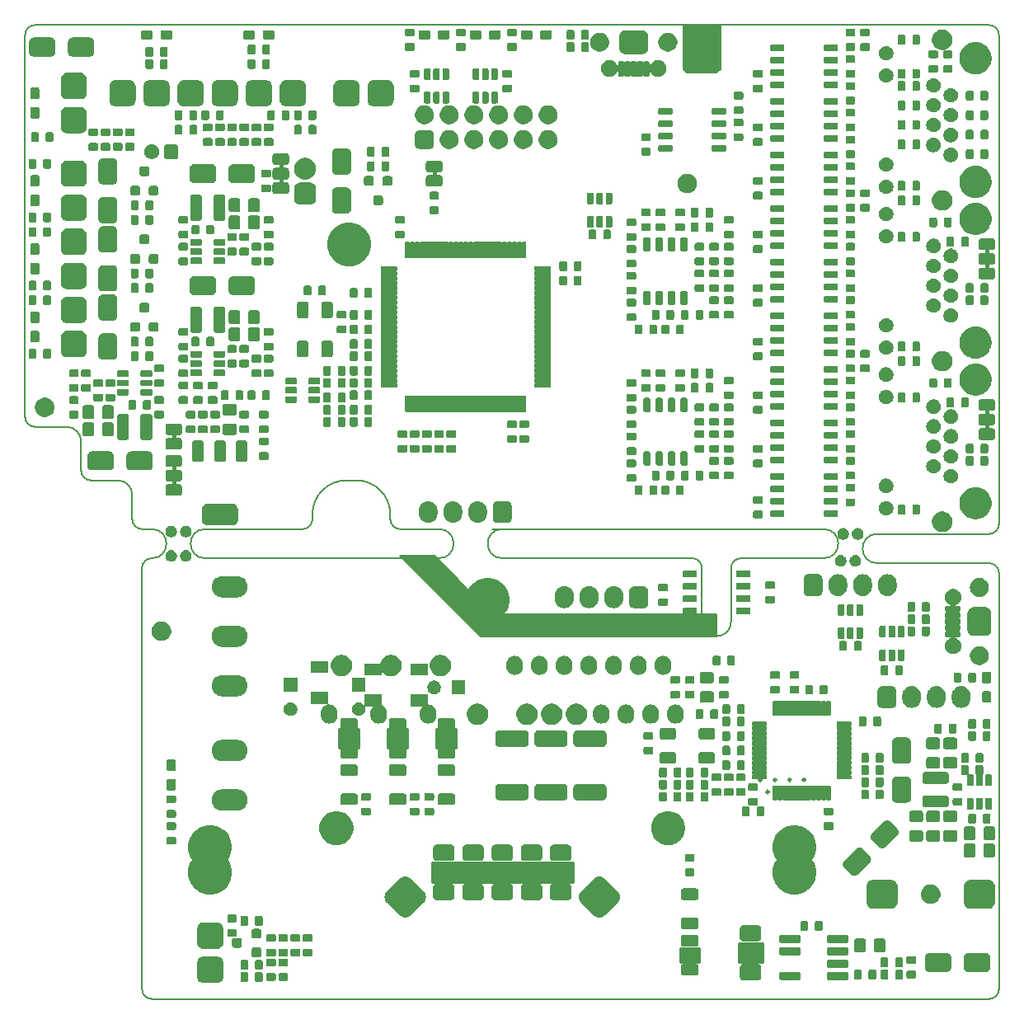
<source format=gbr>
%TF.GenerationSoftware,KiCad,Pcbnew,(5.1.5)-3*%
%TF.CreationDate,2019-12-18T19:09:42+01:00*%
%TF.ProjectId,stmbl_4.0,73746d62-6c5f-4342-9e30-2e6b69636164,rev?*%
%TF.SameCoordinates,PXbcd3d80PY2f71ff0*%
%TF.FileFunction,Soldermask,Top*%
%TF.FilePolarity,Negative*%
%FSLAX46Y46*%
G04 Gerber Fmt 4.6, Leading zero omitted, Abs format (unit mm)*
G04 Created by KiCad (PCBNEW (5.1.5)-3) date 2019-12-18 19:09:42*
%MOMM*%
%LPD*%
G04 APERTURE LIST*
%ADD10C,0.250000*%
%ADD11C,0.150000*%
%ADD12C,0.450000*%
%ADD13C,0.100000*%
G04 APERTURE END LIST*
D10*
G36*
X-30750000Y-96250000D02*
G01*
X-32750000Y-96250000D01*
X-32750000Y-94750000D01*
X-30750000Y-94750000D01*
X-30750000Y-96250000D01*
G37*
X-30750000Y-96250000D02*
X-32750000Y-96250000D01*
X-32750000Y-94750000D01*
X-30750000Y-94750000D01*
X-30750000Y-96250000D01*
G36*
X-55750000Y-74250000D02*
G01*
X-57750000Y-74250000D01*
X-57750000Y-72250000D01*
X-55750000Y-72250000D01*
X-55750000Y-74250000D01*
G37*
X-55750000Y-74250000D02*
X-57750000Y-74250000D01*
X-57750000Y-72250000D01*
X-55750000Y-72250000D01*
X-55750000Y-74250000D01*
G36*
X-60750000Y-74250000D02*
G01*
X-62750000Y-74250000D01*
X-62750000Y-72250000D01*
X-60750000Y-72250000D01*
X-60750000Y-74250000D01*
G37*
X-60750000Y-74250000D02*
X-62750000Y-74250000D01*
X-62750000Y-72250000D01*
X-60750000Y-72250000D01*
X-60750000Y-74250000D01*
G36*
X-65750000Y-74250000D02*
G01*
X-67750000Y-74250000D01*
X-67750000Y-72250000D01*
X-65750000Y-72250000D01*
X-65750000Y-74250000D01*
G37*
X-65750000Y-74250000D02*
X-67750000Y-74250000D01*
X-67750000Y-72250000D01*
X-65750000Y-72250000D01*
X-65750000Y-74250000D01*
D11*
G36*
X-52000000Y-60500000D02*
G01*
X-29000000Y-60500000D01*
X-29000000Y-62750000D01*
X-53250000Y-62750000D01*
X-61500000Y-54500000D01*
X-58000000Y-54500000D01*
X-52000000Y-60500000D01*
G37*
X-52000000Y-60500000D02*
X-29000000Y-60500000D01*
X-29000000Y-62750000D01*
X-53250000Y-62750000D01*
X-61500000Y-54500000D01*
X-58000000Y-54500000D01*
X-52000000Y-60500000D01*
D10*
X-19850000Y-77500000D02*
G75*
G03X-19850000Y-77500000I-150000J0D01*
G01*
X-23600000Y-78750000D02*
G75*
G03X-23600000Y-78750000I-150000J0D01*
G01*
X-24350000Y-77500000D02*
G75*
G03X-24350000Y-77500000I-150000J0D01*
G01*
X-21350000Y-77500000D02*
G75*
G03X-21350000Y-77500000I-150000J0D01*
G01*
X-22850000Y-77500000D02*
G75*
G03X-22850000Y-77500000I-150000J0D01*
G01*
G36*
X-24250000Y-96250000D02*
G01*
X-26750000Y-96250000D01*
X-26750000Y-94250000D01*
X-24250000Y-94250000D01*
X-24250000Y-96250000D01*
G37*
X-24250000Y-96250000D02*
X-26750000Y-96250000D01*
X-26750000Y-94250000D01*
X-24250000Y-94250000D01*
X-24250000Y-96250000D01*
G36*
X-43750000Y-88000000D02*
G01*
X-58250000Y-88000000D01*
X-58250000Y-86000000D01*
X-43750000Y-86000000D01*
X-43750000Y-88000000D01*
G37*
X-43750000Y-88000000D02*
X-58250000Y-88000000D01*
X-58250000Y-86000000D01*
X-43750000Y-86000000D01*
X-43750000Y-88000000D01*
D11*
X-70500000Y-50750000D02*
X-70500000Y-50250000D01*
X-62500000Y-50750000D02*
X-62500000Y-50250000D01*
X-66000000Y-46750000D02*
X-67000000Y-46750000D01*
X-57500000Y-51750000D02*
X-61500000Y-51750000D01*
X-71500000Y-51750000D02*
G75*
G03X-70500000Y-50750000I0J1000000D01*
G01*
X-67000000Y-46750000D02*
G75*
G03X-70500000Y-50250000I0J-3500000D01*
G01*
X-62500000Y-50250000D02*
G75*
G03X-66000000Y-46750000I-3500000J0D01*
G01*
X-62500000Y-50750000D02*
G75*
G03X-61500000Y-51750000I1000000J0D01*
G01*
X-88000000Y-51750000D02*
X-87000000Y-51750000D01*
X-26500000Y-54750000D02*
G75*
G03X-27500000Y-55750000I0J-1000000D01*
G01*
X-30500000Y-55750000D02*
G75*
G03X-31500000Y-54750000I-1000000J0D01*
G01*
X-26500000Y-54750000D02*
X-18000000Y-54750000D01*
X-27500000Y-61250000D02*
X-27500000Y-55750000D01*
X-30500000Y-61250000D02*
X-30500000Y-55750000D01*
X-30500000Y-61250000D02*
G75*
G03X-27500000Y-61250000I1500000J0D01*
G01*
X-94250000Y-42750000D02*
G75*
G03X-95750000Y-41250000I-1500000J0D01*
G01*
X-89000000Y-48250000D02*
G75*
G03X-90500000Y-46750000I-1500000J0D01*
G01*
X-87000000Y-54750000D02*
G75*
G03X-87000000Y-51750000I0J1500000D01*
G01*
X-87000000Y-54750000D02*
G75*
G03X-88000000Y-55750000I0J-1000000D01*
G01*
X-89000000Y-50750000D02*
G75*
G03X-88000000Y-51750000I1000000J0D01*
G01*
X-94250000Y-45750000D02*
G75*
G03X-93250000Y-46750000I1000000J0D01*
G01*
X0Y-56250000D02*
G75*
G03X-1000000Y-55250000I-1000000J0D01*
G01*
X0Y-1000000D02*
G75*
G03X-1000000Y0I-1000000J0D01*
G01*
X-99000000Y0D02*
G75*
G03X-100000000Y-1000000I0J-1000000D01*
G01*
X-100000000Y-40250000D02*
G75*
G03X-99000000Y-41250000I1000000J0D01*
G01*
X-88000000Y-99000000D02*
G75*
G03X-87000000Y-100000000I1000000J0D01*
G01*
X-1000000Y-100000000D02*
G75*
G03X0Y-99000000I0J1000000D01*
G01*
X-1000000Y-52250000D02*
G75*
G03X0Y-51250000I0J1000000D01*
G01*
X-71500000Y-51750000D02*
X-81500000Y-51750000D01*
X-81500000Y-54750000D02*
X-57500000Y-54750000D01*
X-81500000Y-51750000D02*
G75*
G03X-81500000Y-54750000I0J-1500000D01*
G01*
X-12500000Y-55250000D02*
X-1000000Y-55250000D01*
X-12500000Y-52250000D02*
X-1000000Y-52250000D01*
X-18000000Y-54750000D02*
G75*
G03X-18000000Y-51750000I0J1500000D01*
G01*
X-12500000Y-52250000D02*
G75*
G03X-12500000Y-55250000I0J-1500000D01*
G01*
X-51000000Y-54750000D02*
X-31500000Y-54750000D01*
X-52000000Y-51750000D02*
X-18000000Y-51750000D01*
X-57500000Y-54750000D02*
G75*
G03X-57500000Y-51750000I0J1500000D01*
G01*
X-51000000Y-51750000D02*
G75*
G03X-51000000Y-54750000I0J-1500000D01*
G01*
X-90500000Y-46750000D02*
X-93250000Y-46750000D01*
X0Y-99000000D02*
X0Y-56250000D01*
X-89000000Y-48250000D02*
X-89000000Y-50750000D01*
X-94250000Y-42750000D02*
X-94250000Y-45750000D01*
X-99000000Y-41250000D02*
X-95750000Y-41250000D01*
X-100000000Y-1000000D02*
X-100000000Y-40250000D01*
X-1000000Y0D02*
X-99000000Y0D01*
X0Y-51250000D02*
X0Y-1000000D01*
X-87000000Y-100000000D02*
X-1000000Y-100000000D01*
X-88000000Y-55750000D02*
X-88000000Y-99000000D01*
D12*
X-58000000Y-14500000D02*
X-58000000Y-16000000D01*
X-84750000Y-43000000D02*
X-84750000Y-41500000D01*
X-84750000Y-44750000D02*
X-84750000Y-46250000D01*
X-84750000Y-46250000D02*
X-84750000Y-47750000D01*
X-1250000Y-39000000D02*
X-1250000Y-40500000D01*
X-1250000Y-40500000D02*
X-1250000Y-42000000D01*
X-73750000Y-16750000D02*
X-73750000Y-15250000D01*
X-73750000Y-15250000D02*
X-73750000Y-13750000D01*
X-1250000Y-22500000D02*
X-1250000Y-24000000D01*
X-1250000Y-24000000D02*
X-1250000Y-25500000D01*
D13*
G36*
X-80173239Y-95662726D02*
G01*
X-80051347Y-95699702D01*
X-79939016Y-95759744D01*
X-79840552Y-95840552D01*
X-79759744Y-95939016D01*
X-79699702Y-96051347D01*
X-79662726Y-96173239D01*
X-79650000Y-96302454D01*
X-79650000Y-97697546D01*
X-79662726Y-97826761D01*
X-79699702Y-97948653D01*
X-79759744Y-98060984D01*
X-79840552Y-98159448D01*
X-79939016Y-98240256D01*
X-80051347Y-98300298D01*
X-80173239Y-98337274D01*
X-80302454Y-98350000D01*
X-81697546Y-98350000D01*
X-81826761Y-98337274D01*
X-81948653Y-98300298D01*
X-82060984Y-98240256D01*
X-82159448Y-98159448D01*
X-82240256Y-98060984D01*
X-82300298Y-97948653D01*
X-82337274Y-97826761D01*
X-82350000Y-97697546D01*
X-82350000Y-96302454D01*
X-82337274Y-96173239D01*
X-82300298Y-96051347D01*
X-82240256Y-95939016D01*
X-82159448Y-95840552D01*
X-82060984Y-95759744D01*
X-81948653Y-95699702D01*
X-81826761Y-95662726D01*
X-81697546Y-95650000D01*
X-80302454Y-95650000D01*
X-80173239Y-95662726D01*
G37*
G36*
X-75743895Y-97253551D02*
G01*
X-75711578Y-97263355D01*
X-75681797Y-97279273D01*
X-75655694Y-97300694D01*
X-75634273Y-97326797D01*
X-75618355Y-97356578D01*
X-75608551Y-97388895D01*
X-75605000Y-97424954D01*
X-75605000Y-98075046D01*
X-75608551Y-98111105D01*
X-75618355Y-98143422D01*
X-75634273Y-98173203D01*
X-75655694Y-98199306D01*
X-75681797Y-98220727D01*
X-75711578Y-98236645D01*
X-75743895Y-98246449D01*
X-75779954Y-98250000D01*
X-76220046Y-98250000D01*
X-76256105Y-98246449D01*
X-76288422Y-98236645D01*
X-76318203Y-98220727D01*
X-76344306Y-98199306D01*
X-76365727Y-98173203D01*
X-76381645Y-98143422D01*
X-76391449Y-98111105D01*
X-76395000Y-98075046D01*
X-76395000Y-97424954D01*
X-76391449Y-97388895D01*
X-76381645Y-97356578D01*
X-76365727Y-97326797D01*
X-76344306Y-97300694D01*
X-76318203Y-97279273D01*
X-76288422Y-97263355D01*
X-76256105Y-97253551D01*
X-76220046Y-97250000D01*
X-75779954Y-97250000D01*
X-75743895Y-97253551D01*
G37*
G36*
X-77243895Y-97253551D02*
G01*
X-77211578Y-97263355D01*
X-77181797Y-97279273D01*
X-77155694Y-97300694D01*
X-77134273Y-97326797D01*
X-77118355Y-97356578D01*
X-77108551Y-97388895D01*
X-77105000Y-97424954D01*
X-77105000Y-98075046D01*
X-77108551Y-98111105D01*
X-77118355Y-98143422D01*
X-77134273Y-98173203D01*
X-77155694Y-98199306D01*
X-77181797Y-98220727D01*
X-77211578Y-98236645D01*
X-77243895Y-98246449D01*
X-77279954Y-98250000D01*
X-77720046Y-98250000D01*
X-77756105Y-98246449D01*
X-77788422Y-98236645D01*
X-77818203Y-98220727D01*
X-77844306Y-98199306D01*
X-77865727Y-98173203D01*
X-77881645Y-98143422D01*
X-77891449Y-98111105D01*
X-77895000Y-98075046D01*
X-77895000Y-97424954D01*
X-77891449Y-97388895D01*
X-77881645Y-97356578D01*
X-77865727Y-97326797D01*
X-77844306Y-97300694D01*
X-77818203Y-97279273D01*
X-77788422Y-97263355D01*
X-77756105Y-97253551D01*
X-77720046Y-97250000D01*
X-77279954Y-97250000D01*
X-77243895Y-97253551D01*
G37*
G36*
X-73138895Y-97358551D02*
G01*
X-73106578Y-97368355D01*
X-73076797Y-97384273D01*
X-73050694Y-97405694D01*
X-73029273Y-97431797D01*
X-73013355Y-97461578D01*
X-73003551Y-97493895D01*
X-73000000Y-97529954D01*
X-73000000Y-97970046D01*
X-73003551Y-98006105D01*
X-73013355Y-98038422D01*
X-73029273Y-98068203D01*
X-73050694Y-98094306D01*
X-73076797Y-98115727D01*
X-73106578Y-98131645D01*
X-73138895Y-98141449D01*
X-73174954Y-98145000D01*
X-73825046Y-98145000D01*
X-73861105Y-98141449D01*
X-73893422Y-98131645D01*
X-73923203Y-98115727D01*
X-73949306Y-98094306D01*
X-73970727Y-98068203D01*
X-73986645Y-98038422D01*
X-73996449Y-98006105D01*
X-74000000Y-97970046D01*
X-74000000Y-97529954D01*
X-73996449Y-97493895D01*
X-73986645Y-97461578D01*
X-73970727Y-97431797D01*
X-73949306Y-97405694D01*
X-73923203Y-97384273D01*
X-73893422Y-97368355D01*
X-73861105Y-97358551D01*
X-73825046Y-97355000D01*
X-73174954Y-97355000D01*
X-73138895Y-97358551D01*
G37*
G36*
X-74388895Y-97358551D02*
G01*
X-74356578Y-97368355D01*
X-74326797Y-97384273D01*
X-74300694Y-97405694D01*
X-74279273Y-97431797D01*
X-74263355Y-97461578D01*
X-74253551Y-97493895D01*
X-74250000Y-97529954D01*
X-74250000Y-97970046D01*
X-74253551Y-98006105D01*
X-74263355Y-98038422D01*
X-74279273Y-98068203D01*
X-74300694Y-98094306D01*
X-74326797Y-98115727D01*
X-74356578Y-98131645D01*
X-74388895Y-98141449D01*
X-74424954Y-98145000D01*
X-75075046Y-98145000D01*
X-75111105Y-98141449D01*
X-75143422Y-98131645D01*
X-75173203Y-98115727D01*
X-75199306Y-98094306D01*
X-75220727Y-98068203D01*
X-75236645Y-98038422D01*
X-75246449Y-98006105D01*
X-75250000Y-97970046D01*
X-75250000Y-97529954D01*
X-75246449Y-97493895D01*
X-75236645Y-97461578D01*
X-75220727Y-97431797D01*
X-75199306Y-97405694D01*
X-75173203Y-97384273D01*
X-75143422Y-97368355D01*
X-75111105Y-97358551D01*
X-75075046Y-97355000D01*
X-74424954Y-97355000D01*
X-74388895Y-97358551D01*
G37*
G36*
X-24722012Y-96407923D02*
G01*
X-24647020Y-96430671D01*
X-24577907Y-96467614D01*
X-24517329Y-96517329D01*
X-24467614Y-96577907D01*
X-24430671Y-96647020D01*
X-24407923Y-96722012D01*
X-24400000Y-96802454D01*
X-24400000Y-97697546D01*
X-24407923Y-97777988D01*
X-24430671Y-97852980D01*
X-24467614Y-97922093D01*
X-24517329Y-97982671D01*
X-24577907Y-98032386D01*
X-24647020Y-98069329D01*
X-24722012Y-98092077D01*
X-24802454Y-98100000D01*
X-26197546Y-98100000D01*
X-26277988Y-98092077D01*
X-26352980Y-98069329D01*
X-26422093Y-98032386D01*
X-26482671Y-97982671D01*
X-26532386Y-97922093D01*
X-26569329Y-97852980D01*
X-26592077Y-97777988D01*
X-26600000Y-97697546D01*
X-26600000Y-96802454D01*
X-26592077Y-96722012D01*
X-26569329Y-96647020D01*
X-26532386Y-96577907D01*
X-26482671Y-96517329D01*
X-26422093Y-96467614D01*
X-26352980Y-96430671D01*
X-26277988Y-96407923D01*
X-26197546Y-96400000D01*
X-24802454Y-96400000D01*
X-24722012Y-96407923D01*
G37*
G36*
X-15590908Y-97258599D02*
G01*
X-15558122Y-97268545D01*
X-15527911Y-97284693D01*
X-15501428Y-97306428D01*
X-15479693Y-97332911D01*
X-15463545Y-97363122D01*
X-15453599Y-97395908D01*
X-15450000Y-97432453D01*
X-15450000Y-97877547D01*
X-15453599Y-97914092D01*
X-15463545Y-97946878D01*
X-15479693Y-97977089D01*
X-15501428Y-98003572D01*
X-15527911Y-98025307D01*
X-15558122Y-98041455D01*
X-15590908Y-98051401D01*
X-15627453Y-98055000D01*
X-17472547Y-98055000D01*
X-17509092Y-98051401D01*
X-17541878Y-98041455D01*
X-17572089Y-98025307D01*
X-17598572Y-98003572D01*
X-17620307Y-97977089D01*
X-17636455Y-97946878D01*
X-17646401Y-97914092D01*
X-17650000Y-97877547D01*
X-17650000Y-97432453D01*
X-17646401Y-97395908D01*
X-17636455Y-97363122D01*
X-17620307Y-97332911D01*
X-17598572Y-97306428D01*
X-17572089Y-97284693D01*
X-17541878Y-97268545D01*
X-17509092Y-97258599D01*
X-17472547Y-97255000D01*
X-15627453Y-97255000D01*
X-15590908Y-97258599D01*
G37*
G36*
X-20490908Y-97258599D02*
G01*
X-20458122Y-97268545D01*
X-20427911Y-97284693D01*
X-20401428Y-97306428D01*
X-20379693Y-97332911D01*
X-20363545Y-97363122D01*
X-20353599Y-97395908D01*
X-20350000Y-97432453D01*
X-20350000Y-97877547D01*
X-20353599Y-97914092D01*
X-20363545Y-97946878D01*
X-20379693Y-97977089D01*
X-20401428Y-98003572D01*
X-20427911Y-98025307D01*
X-20458122Y-98041455D01*
X-20490908Y-98051401D01*
X-20527453Y-98055000D01*
X-22372547Y-98055000D01*
X-22409092Y-98051401D01*
X-22441878Y-98041455D01*
X-22472089Y-98025307D01*
X-22498572Y-98003572D01*
X-22520307Y-97977089D01*
X-22536455Y-97946878D01*
X-22546401Y-97914092D01*
X-22550000Y-97877547D01*
X-22550000Y-97432453D01*
X-22546401Y-97395908D01*
X-22536455Y-97363122D01*
X-22520307Y-97332911D01*
X-22498572Y-97306428D01*
X-22472089Y-97284693D01*
X-22441878Y-97268545D01*
X-22409092Y-97258599D01*
X-22372547Y-97255000D01*
X-20527453Y-97255000D01*
X-20490908Y-97258599D01*
G37*
G36*
X-12743895Y-97003551D02*
G01*
X-12711578Y-97013355D01*
X-12681797Y-97029273D01*
X-12655694Y-97050694D01*
X-12634273Y-97076797D01*
X-12618355Y-97106578D01*
X-12608551Y-97138895D01*
X-12605000Y-97174954D01*
X-12605000Y-97825046D01*
X-12608551Y-97861105D01*
X-12618355Y-97893422D01*
X-12634273Y-97923203D01*
X-12655694Y-97949306D01*
X-12681797Y-97970727D01*
X-12711578Y-97986645D01*
X-12743895Y-97996449D01*
X-12779954Y-98000000D01*
X-13220046Y-98000000D01*
X-13256105Y-97996449D01*
X-13288422Y-97986645D01*
X-13318203Y-97970727D01*
X-13344306Y-97949306D01*
X-13365727Y-97923203D01*
X-13381645Y-97893422D01*
X-13391449Y-97861105D01*
X-13395000Y-97825046D01*
X-13395000Y-97174954D01*
X-13391449Y-97138895D01*
X-13381645Y-97106578D01*
X-13365727Y-97076797D01*
X-13344306Y-97050694D01*
X-13318203Y-97029273D01*
X-13288422Y-97013355D01*
X-13256105Y-97003551D01*
X-13220046Y-97000000D01*
X-12779954Y-97000000D01*
X-12743895Y-97003551D01*
G37*
G36*
X-14243895Y-97003551D02*
G01*
X-14211578Y-97013355D01*
X-14181797Y-97029273D01*
X-14155694Y-97050694D01*
X-14134273Y-97076797D01*
X-14118355Y-97106578D01*
X-14108551Y-97138895D01*
X-14105000Y-97174954D01*
X-14105000Y-97825046D01*
X-14108551Y-97861105D01*
X-14118355Y-97893422D01*
X-14134273Y-97923203D01*
X-14155694Y-97949306D01*
X-14181797Y-97970727D01*
X-14211578Y-97986645D01*
X-14243895Y-97996449D01*
X-14279954Y-98000000D01*
X-14720046Y-98000000D01*
X-14756105Y-97996449D01*
X-14788422Y-97986645D01*
X-14818203Y-97970727D01*
X-14844306Y-97949306D01*
X-14865727Y-97923203D01*
X-14881645Y-97893422D01*
X-14891449Y-97861105D01*
X-14895000Y-97825046D01*
X-14895000Y-97174954D01*
X-14891449Y-97138895D01*
X-14881645Y-97106578D01*
X-14865727Y-97076797D01*
X-14844306Y-97050694D01*
X-14818203Y-97029273D01*
X-14788422Y-97013355D01*
X-14756105Y-97003551D01*
X-14720046Y-97000000D01*
X-14279954Y-97000000D01*
X-14243895Y-97003551D01*
G37*
G36*
X-11493895Y-97003551D02*
G01*
X-11461578Y-97013355D01*
X-11431797Y-97029273D01*
X-11405694Y-97050694D01*
X-11384273Y-97076797D01*
X-11368355Y-97106578D01*
X-11358551Y-97138895D01*
X-11355000Y-97174954D01*
X-11355000Y-97825046D01*
X-11358551Y-97861105D01*
X-11368355Y-97893422D01*
X-11384273Y-97923203D01*
X-11405694Y-97949306D01*
X-11431797Y-97970727D01*
X-11461578Y-97986645D01*
X-11493895Y-97996449D01*
X-11529954Y-98000000D01*
X-11970046Y-98000000D01*
X-12006105Y-97996449D01*
X-12038422Y-97986645D01*
X-12068203Y-97970727D01*
X-12094306Y-97949306D01*
X-12115727Y-97923203D01*
X-12131645Y-97893422D01*
X-12141449Y-97861105D01*
X-12145000Y-97825046D01*
X-12145000Y-97174954D01*
X-12141449Y-97138895D01*
X-12131645Y-97106578D01*
X-12115727Y-97076797D01*
X-12094306Y-97050694D01*
X-12068203Y-97029273D01*
X-12038422Y-97013355D01*
X-12006105Y-97003551D01*
X-11970046Y-97000000D01*
X-11529954Y-97000000D01*
X-11493895Y-97003551D01*
G37*
G36*
X-9993895Y-97003551D02*
G01*
X-9961578Y-97013355D01*
X-9931797Y-97029273D01*
X-9905694Y-97050694D01*
X-9884273Y-97076797D01*
X-9868355Y-97106578D01*
X-9858551Y-97138895D01*
X-9855000Y-97174954D01*
X-9855000Y-97825046D01*
X-9858551Y-97861105D01*
X-9868355Y-97893422D01*
X-9884273Y-97923203D01*
X-9905694Y-97949306D01*
X-9931797Y-97970727D01*
X-9961578Y-97986645D01*
X-9993895Y-97996449D01*
X-10029954Y-98000000D01*
X-10470046Y-98000000D01*
X-10506105Y-97996449D01*
X-10538422Y-97986645D01*
X-10568203Y-97970727D01*
X-10594306Y-97949306D01*
X-10615727Y-97923203D01*
X-10631645Y-97893422D01*
X-10641449Y-97861105D01*
X-10645000Y-97825046D01*
X-10645000Y-97174954D01*
X-10641449Y-97138895D01*
X-10631645Y-97106578D01*
X-10615727Y-97076797D01*
X-10594306Y-97050694D01*
X-10568203Y-97029273D01*
X-10538422Y-97013355D01*
X-10506105Y-97003551D01*
X-10470046Y-97000000D01*
X-10029954Y-97000000D01*
X-9993895Y-97003551D01*
G37*
G36*
X-8638895Y-97108551D02*
G01*
X-8606578Y-97118355D01*
X-8576797Y-97134273D01*
X-8550694Y-97155694D01*
X-8529273Y-97181797D01*
X-8513355Y-97211578D01*
X-8503551Y-97243895D01*
X-8500000Y-97279954D01*
X-8500000Y-97720046D01*
X-8503551Y-97756105D01*
X-8513355Y-97788422D01*
X-8529273Y-97818203D01*
X-8550694Y-97844306D01*
X-8576797Y-97865727D01*
X-8606578Y-97881645D01*
X-8638895Y-97891449D01*
X-8674954Y-97895000D01*
X-9325046Y-97895000D01*
X-9361105Y-97891449D01*
X-9393422Y-97881645D01*
X-9423203Y-97865727D01*
X-9449306Y-97844306D01*
X-9470727Y-97818203D01*
X-9486645Y-97788422D01*
X-9496449Y-97756105D01*
X-9500000Y-97720046D01*
X-9500000Y-97279954D01*
X-9496449Y-97243895D01*
X-9486645Y-97211578D01*
X-9470727Y-97181797D01*
X-9449306Y-97155694D01*
X-9423203Y-97134273D01*
X-9393422Y-97118355D01*
X-9361105Y-97108551D01*
X-9325046Y-97105000D01*
X-8674954Y-97105000D01*
X-8638895Y-97108551D01*
G37*
G36*
X-31071398Y-96405521D02*
G01*
X-31019853Y-96421157D01*
X-30972355Y-96446545D01*
X-30930717Y-96480717D01*
X-30896545Y-96522355D01*
X-30871157Y-96569853D01*
X-30855521Y-96621398D01*
X-30850000Y-96677454D01*
X-30850000Y-97322546D01*
X-30855521Y-97378602D01*
X-30871157Y-97430147D01*
X-30896545Y-97477645D01*
X-30930717Y-97519283D01*
X-30972355Y-97553455D01*
X-31019853Y-97578843D01*
X-31071398Y-97594479D01*
X-31127454Y-97600000D01*
X-32372546Y-97600000D01*
X-32428602Y-97594479D01*
X-32480147Y-97578843D01*
X-32527645Y-97553455D01*
X-32569283Y-97519283D01*
X-32603455Y-97477645D01*
X-32628843Y-97430147D01*
X-32644479Y-97378602D01*
X-32650000Y-97322546D01*
X-32650000Y-96677454D01*
X-32644479Y-96621398D01*
X-32628843Y-96569853D01*
X-32603455Y-96522355D01*
X-32569283Y-96480717D01*
X-32527645Y-96446545D01*
X-32480147Y-96421157D01*
X-32428602Y-96405521D01*
X-32372546Y-96400000D01*
X-31127454Y-96400000D01*
X-31071398Y-96405521D01*
G37*
G36*
X-1272318Y-95284124D02*
G01*
X-1185600Y-95310430D01*
X-1105685Y-95353145D01*
X-1035634Y-95410634D01*
X-978145Y-95480685D01*
X-935430Y-95560600D01*
X-909124Y-95647318D01*
X-900000Y-95739954D01*
X-900000Y-96760046D01*
X-909124Y-96852682D01*
X-935430Y-96939400D01*
X-978145Y-97019315D01*
X-1035634Y-97089366D01*
X-1105685Y-97146855D01*
X-1185600Y-97189570D01*
X-1272318Y-97215876D01*
X-1364954Y-97225000D01*
X-3135046Y-97225000D01*
X-3227682Y-97215876D01*
X-3314400Y-97189570D01*
X-3394315Y-97146855D01*
X-3464366Y-97089366D01*
X-3521855Y-97019315D01*
X-3564570Y-96939400D01*
X-3590876Y-96852682D01*
X-3600000Y-96760046D01*
X-3600000Y-95739954D01*
X-3590876Y-95647318D01*
X-3564570Y-95560600D01*
X-3521855Y-95480685D01*
X-3464366Y-95410634D01*
X-3394315Y-95353145D01*
X-3314400Y-95310430D01*
X-3227682Y-95284124D01*
X-3135046Y-95275000D01*
X-1364954Y-95275000D01*
X-1272318Y-95284124D01*
G37*
G36*
X-5272318Y-95284124D02*
G01*
X-5185600Y-95310430D01*
X-5105685Y-95353145D01*
X-5035634Y-95410634D01*
X-4978145Y-95480685D01*
X-4935430Y-95560600D01*
X-4909124Y-95647318D01*
X-4900000Y-95739954D01*
X-4900000Y-96760046D01*
X-4909124Y-96852682D01*
X-4935430Y-96939400D01*
X-4978145Y-97019315D01*
X-5035634Y-97089366D01*
X-5105685Y-97146855D01*
X-5185600Y-97189570D01*
X-5272318Y-97215876D01*
X-5364954Y-97225000D01*
X-7135046Y-97225000D01*
X-7227682Y-97215876D01*
X-7314400Y-97189570D01*
X-7394315Y-97146855D01*
X-7464366Y-97089366D01*
X-7521855Y-97019315D01*
X-7564570Y-96939400D01*
X-7590876Y-96852682D01*
X-7600000Y-96760046D01*
X-7600000Y-95739954D01*
X-7590876Y-95647318D01*
X-7564570Y-95560600D01*
X-7521855Y-95480685D01*
X-7464366Y-95410634D01*
X-7394315Y-95353145D01*
X-7314400Y-95310430D01*
X-7227682Y-95284124D01*
X-7135046Y-95275000D01*
X-5364954Y-95275000D01*
X-5272318Y-95284124D01*
G37*
G36*
X-77243895Y-96003551D02*
G01*
X-77211578Y-96013355D01*
X-77181797Y-96029273D01*
X-77155694Y-96050694D01*
X-77134273Y-96076797D01*
X-77118355Y-96106578D01*
X-77108551Y-96138895D01*
X-77105000Y-96174954D01*
X-77105000Y-96825046D01*
X-77108551Y-96861105D01*
X-77118355Y-96893422D01*
X-77134273Y-96923203D01*
X-77155694Y-96949306D01*
X-77181797Y-96970727D01*
X-77211578Y-96986645D01*
X-77243895Y-96996449D01*
X-77279954Y-97000000D01*
X-77720046Y-97000000D01*
X-77756105Y-96996449D01*
X-77788422Y-96986645D01*
X-77818203Y-96970727D01*
X-77844306Y-96949306D01*
X-77865727Y-96923203D01*
X-77881645Y-96893422D01*
X-77891449Y-96861105D01*
X-77895000Y-96825046D01*
X-77895000Y-96174954D01*
X-77891449Y-96138895D01*
X-77881645Y-96106578D01*
X-77865727Y-96076797D01*
X-77844306Y-96050694D01*
X-77818203Y-96029273D01*
X-77788422Y-96013355D01*
X-77756105Y-96003551D01*
X-77720046Y-96000000D01*
X-77279954Y-96000000D01*
X-77243895Y-96003551D01*
G37*
G36*
X-75743895Y-96003551D02*
G01*
X-75711578Y-96013355D01*
X-75681797Y-96029273D01*
X-75655694Y-96050694D01*
X-75634273Y-96076797D01*
X-75618355Y-96106578D01*
X-75608551Y-96138895D01*
X-75605000Y-96174954D01*
X-75605000Y-96825046D01*
X-75608551Y-96861105D01*
X-75618355Y-96893422D01*
X-75634273Y-96923203D01*
X-75655694Y-96949306D01*
X-75681797Y-96970727D01*
X-75711578Y-96986645D01*
X-75743895Y-96996449D01*
X-75779954Y-97000000D01*
X-76220046Y-97000000D01*
X-76256105Y-96996449D01*
X-76288422Y-96986645D01*
X-76318203Y-96970727D01*
X-76344306Y-96949306D01*
X-76365727Y-96923203D01*
X-76381645Y-96893422D01*
X-76391449Y-96861105D01*
X-76395000Y-96825046D01*
X-76395000Y-96174954D01*
X-76391449Y-96138895D01*
X-76381645Y-96106578D01*
X-76365727Y-96076797D01*
X-76344306Y-96050694D01*
X-76318203Y-96029273D01*
X-76288422Y-96013355D01*
X-76256105Y-96003551D01*
X-76220046Y-96000000D01*
X-75779954Y-96000000D01*
X-75743895Y-96003551D01*
G37*
G36*
X-15590908Y-95988599D02*
G01*
X-15558122Y-95998545D01*
X-15527911Y-96014693D01*
X-15501428Y-96036428D01*
X-15479693Y-96062911D01*
X-15463545Y-96093122D01*
X-15453599Y-96125908D01*
X-15450000Y-96162453D01*
X-15450000Y-96607547D01*
X-15453599Y-96644092D01*
X-15463545Y-96676878D01*
X-15479693Y-96707089D01*
X-15501428Y-96733572D01*
X-15527911Y-96755307D01*
X-15558122Y-96771455D01*
X-15590908Y-96781401D01*
X-15627453Y-96785000D01*
X-17472547Y-96785000D01*
X-17509092Y-96781401D01*
X-17541878Y-96771455D01*
X-17572089Y-96755307D01*
X-17598572Y-96733572D01*
X-17620307Y-96707089D01*
X-17636455Y-96676878D01*
X-17646401Y-96644092D01*
X-17650000Y-96607547D01*
X-17650000Y-96162453D01*
X-17646401Y-96125908D01*
X-17636455Y-96093122D01*
X-17620307Y-96062911D01*
X-17598572Y-96036428D01*
X-17572089Y-96014693D01*
X-17541878Y-95998545D01*
X-17509092Y-95988599D01*
X-17472547Y-95985000D01*
X-15627453Y-95985000D01*
X-15590908Y-95988599D01*
G37*
G36*
X-11493895Y-95753551D02*
G01*
X-11461578Y-95763355D01*
X-11431797Y-95779273D01*
X-11405694Y-95800694D01*
X-11384273Y-95826797D01*
X-11368355Y-95856578D01*
X-11358551Y-95888895D01*
X-11355000Y-95924954D01*
X-11355000Y-96575046D01*
X-11358551Y-96611105D01*
X-11368355Y-96643422D01*
X-11384273Y-96673203D01*
X-11405694Y-96699306D01*
X-11431797Y-96720727D01*
X-11461578Y-96736645D01*
X-11493895Y-96746449D01*
X-11529954Y-96750000D01*
X-11970046Y-96750000D01*
X-12006105Y-96746449D01*
X-12038422Y-96736645D01*
X-12068203Y-96720727D01*
X-12094306Y-96699306D01*
X-12115727Y-96673203D01*
X-12131645Y-96643422D01*
X-12141449Y-96611105D01*
X-12145000Y-96575046D01*
X-12145000Y-95924954D01*
X-12141449Y-95888895D01*
X-12131645Y-95856578D01*
X-12115727Y-95826797D01*
X-12094306Y-95800694D01*
X-12068203Y-95779273D01*
X-12038422Y-95763355D01*
X-12006105Y-95753551D01*
X-11970046Y-95750000D01*
X-11529954Y-95750000D01*
X-11493895Y-95753551D01*
G37*
G36*
X-9993895Y-95753551D02*
G01*
X-9961578Y-95763355D01*
X-9931797Y-95779273D01*
X-9905694Y-95800694D01*
X-9884273Y-95826797D01*
X-9868355Y-95856578D01*
X-9858551Y-95888895D01*
X-9855000Y-95924954D01*
X-9855000Y-96575046D01*
X-9858551Y-96611105D01*
X-9868355Y-96643422D01*
X-9884273Y-96673203D01*
X-9905694Y-96699306D01*
X-9931797Y-96720727D01*
X-9961578Y-96736645D01*
X-9993895Y-96746449D01*
X-10029954Y-96750000D01*
X-10470046Y-96750000D01*
X-10506105Y-96746449D01*
X-10538422Y-96736645D01*
X-10568203Y-96720727D01*
X-10594306Y-96699306D01*
X-10615727Y-96673203D01*
X-10631645Y-96643422D01*
X-10641449Y-96611105D01*
X-10645000Y-96575046D01*
X-10645000Y-95924954D01*
X-10641449Y-95888895D01*
X-10631645Y-95856578D01*
X-10615727Y-95826797D01*
X-10594306Y-95800694D01*
X-10568203Y-95779273D01*
X-10538422Y-95763355D01*
X-10506105Y-95753551D01*
X-10470046Y-95750000D01*
X-10029954Y-95750000D01*
X-9993895Y-95753551D01*
G37*
G36*
X-74388895Y-95858551D02*
G01*
X-74356578Y-95868355D01*
X-74326797Y-95884273D01*
X-74300694Y-95905694D01*
X-74279273Y-95931797D01*
X-74263355Y-95961578D01*
X-74253551Y-95993895D01*
X-74250000Y-96029954D01*
X-74250000Y-96470046D01*
X-74253551Y-96506105D01*
X-74263355Y-96538422D01*
X-74279273Y-96568203D01*
X-74300694Y-96594306D01*
X-74326797Y-96615727D01*
X-74356578Y-96631645D01*
X-74388895Y-96641449D01*
X-74424954Y-96645000D01*
X-75075046Y-96645000D01*
X-75111105Y-96641449D01*
X-75143422Y-96631645D01*
X-75173203Y-96615727D01*
X-75199306Y-96594306D01*
X-75220727Y-96568203D01*
X-75236645Y-96538422D01*
X-75246449Y-96506105D01*
X-75250000Y-96470046D01*
X-75250000Y-96029954D01*
X-75246449Y-95993895D01*
X-75236645Y-95961578D01*
X-75220727Y-95931797D01*
X-75199306Y-95905694D01*
X-75173203Y-95884273D01*
X-75143422Y-95868355D01*
X-75111105Y-95858551D01*
X-75075046Y-95855000D01*
X-74424954Y-95855000D01*
X-74388895Y-95858551D01*
G37*
G36*
X-73138895Y-95858551D02*
G01*
X-73106578Y-95868355D01*
X-73076797Y-95884273D01*
X-73050694Y-95905694D01*
X-73029273Y-95931797D01*
X-73013355Y-95961578D01*
X-73003551Y-95993895D01*
X-73000000Y-96029954D01*
X-73000000Y-96470046D01*
X-73003551Y-96506105D01*
X-73013355Y-96538422D01*
X-73029273Y-96568203D01*
X-73050694Y-96594306D01*
X-73076797Y-96615727D01*
X-73106578Y-96631645D01*
X-73138895Y-96641449D01*
X-73174954Y-96645000D01*
X-73825046Y-96645000D01*
X-73861105Y-96641449D01*
X-73893422Y-96631645D01*
X-73923203Y-96615727D01*
X-73949306Y-96594306D01*
X-73970727Y-96568203D01*
X-73986645Y-96538422D01*
X-73996449Y-96506105D01*
X-74000000Y-96470046D01*
X-74000000Y-96029954D01*
X-73996449Y-95993895D01*
X-73986645Y-95961578D01*
X-73970727Y-95931797D01*
X-73949306Y-95905694D01*
X-73923203Y-95884273D01*
X-73893422Y-95868355D01*
X-73861105Y-95858551D01*
X-73825046Y-95855000D01*
X-73174954Y-95855000D01*
X-73138895Y-95858551D01*
G37*
G36*
X-8638895Y-95608551D02*
G01*
X-8606578Y-95618355D01*
X-8576797Y-95634273D01*
X-8550694Y-95655694D01*
X-8529273Y-95681797D01*
X-8513355Y-95711578D01*
X-8503551Y-95743895D01*
X-8500000Y-95779954D01*
X-8500000Y-96220046D01*
X-8503551Y-96256105D01*
X-8513355Y-96288422D01*
X-8529273Y-96318203D01*
X-8550694Y-96344306D01*
X-8576797Y-96365727D01*
X-8606578Y-96381645D01*
X-8638895Y-96391449D01*
X-8674954Y-96395000D01*
X-9325046Y-96395000D01*
X-9361105Y-96391449D01*
X-9393422Y-96381645D01*
X-9423203Y-96365727D01*
X-9449306Y-96344306D01*
X-9470727Y-96318203D01*
X-9486645Y-96288422D01*
X-9496449Y-96256105D01*
X-9500000Y-96220046D01*
X-9500000Y-95779954D01*
X-9496449Y-95743895D01*
X-9486645Y-95711578D01*
X-9470727Y-95681797D01*
X-9449306Y-95655694D01*
X-9423203Y-95634273D01*
X-9393422Y-95618355D01*
X-9361105Y-95608551D01*
X-9325046Y-95605000D01*
X-8674954Y-95605000D01*
X-8638895Y-95608551D01*
G37*
G36*
X-75930362Y-94704511D02*
G01*
X-75888193Y-94717303D01*
X-75849335Y-94738073D01*
X-75815270Y-94766030D01*
X-75787313Y-94800095D01*
X-75766543Y-94838953D01*
X-75753751Y-94881122D01*
X-75749190Y-94927429D01*
X-75749190Y-95472571D01*
X-75753751Y-95518878D01*
X-75766543Y-95561047D01*
X-75787313Y-95599905D01*
X-75815270Y-95633970D01*
X-75849335Y-95661927D01*
X-75888193Y-95682697D01*
X-75930362Y-95695489D01*
X-75976669Y-95700050D01*
X-76521811Y-95700050D01*
X-76568118Y-95695489D01*
X-76610287Y-95682697D01*
X-76649145Y-95661927D01*
X-76683210Y-95633970D01*
X-76711167Y-95599905D01*
X-76731937Y-95561047D01*
X-76744729Y-95518878D01*
X-76749290Y-95472571D01*
X-76749290Y-94927429D01*
X-76744729Y-94881122D01*
X-76731937Y-94838953D01*
X-76711167Y-94800095D01*
X-76683210Y-94766030D01*
X-76649145Y-94738073D01*
X-76610287Y-94717303D01*
X-76568118Y-94704511D01*
X-76521811Y-94699950D01*
X-75976669Y-94699950D01*
X-75930362Y-94704511D01*
G37*
G36*
X-73138895Y-94858551D02*
G01*
X-73106578Y-94868355D01*
X-73076797Y-94884273D01*
X-73050694Y-94905694D01*
X-73029273Y-94931797D01*
X-73013355Y-94961578D01*
X-73003551Y-94993895D01*
X-73000000Y-95029954D01*
X-73000000Y-95470046D01*
X-73003551Y-95506105D01*
X-73013355Y-95538422D01*
X-73029273Y-95568203D01*
X-73050694Y-95594306D01*
X-73076797Y-95615727D01*
X-73106578Y-95631645D01*
X-73138895Y-95641449D01*
X-73174954Y-95645000D01*
X-73825046Y-95645000D01*
X-73861105Y-95641449D01*
X-73893422Y-95631645D01*
X-73923203Y-95615727D01*
X-73949306Y-95594306D01*
X-73970727Y-95568203D01*
X-73986645Y-95538422D01*
X-73996449Y-95506105D01*
X-74000000Y-95470046D01*
X-74000000Y-95029954D01*
X-73996449Y-94993895D01*
X-73986645Y-94961578D01*
X-73970727Y-94931797D01*
X-73949306Y-94905694D01*
X-73923203Y-94884273D01*
X-73893422Y-94868355D01*
X-73861105Y-94858551D01*
X-73825046Y-94855000D01*
X-73174954Y-94855000D01*
X-73138895Y-94858551D01*
G37*
G36*
X-74388895Y-94858551D02*
G01*
X-74356578Y-94868355D01*
X-74326797Y-94884273D01*
X-74300694Y-94905694D01*
X-74279273Y-94931797D01*
X-74263355Y-94961578D01*
X-74253551Y-94993895D01*
X-74250000Y-95029954D01*
X-74250000Y-95470046D01*
X-74253551Y-95506105D01*
X-74263355Y-95538422D01*
X-74279273Y-95568203D01*
X-74300694Y-95594306D01*
X-74326797Y-95615727D01*
X-74356578Y-95631645D01*
X-74388895Y-95641449D01*
X-74424954Y-95645000D01*
X-75075046Y-95645000D01*
X-75111105Y-95641449D01*
X-75143422Y-95631645D01*
X-75173203Y-95615727D01*
X-75199306Y-95594306D01*
X-75220727Y-95568203D01*
X-75236645Y-95538422D01*
X-75246449Y-95506105D01*
X-75250000Y-95470046D01*
X-75250000Y-95029954D01*
X-75246449Y-94993895D01*
X-75236645Y-94961578D01*
X-75220727Y-94931797D01*
X-75199306Y-94905694D01*
X-75173203Y-94884273D01*
X-75143422Y-94868355D01*
X-75111105Y-94858551D01*
X-75075046Y-94855000D01*
X-74424954Y-94855000D01*
X-74388895Y-94858551D01*
G37*
G36*
X-70638895Y-94858551D02*
G01*
X-70606578Y-94868355D01*
X-70576797Y-94884273D01*
X-70550694Y-94905694D01*
X-70529273Y-94931797D01*
X-70513355Y-94961578D01*
X-70503551Y-94993895D01*
X-70500000Y-95029954D01*
X-70500000Y-95470046D01*
X-70503551Y-95506105D01*
X-70513355Y-95538422D01*
X-70529273Y-95568203D01*
X-70550694Y-95594306D01*
X-70576797Y-95615727D01*
X-70606578Y-95631645D01*
X-70638895Y-95641449D01*
X-70674954Y-95645000D01*
X-71325046Y-95645000D01*
X-71361105Y-95641449D01*
X-71393422Y-95631645D01*
X-71423203Y-95615727D01*
X-71449306Y-95594306D01*
X-71470727Y-95568203D01*
X-71486645Y-95538422D01*
X-71496449Y-95506105D01*
X-71500000Y-95470046D01*
X-71500000Y-95029954D01*
X-71496449Y-94993895D01*
X-71486645Y-94961578D01*
X-71470727Y-94931797D01*
X-71449306Y-94905694D01*
X-71423203Y-94884273D01*
X-71393422Y-94868355D01*
X-71361105Y-94858551D01*
X-71325046Y-94855000D01*
X-70674954Y-94855000D01*
X-70638895Y-94858551D01*
G37*
G36*
X-71888895Y-94858551D02*
G01*
X-71856578Y-94868355D01*
X-71826797Y-94884273D01*
X-71800694Y-94905694D01*
X-71779273Y-94931797D01*
X-71763355Y-94961578D01*
X-71753551Y-94993895D01*
X-71750000Y-95029954D01*
X-71750000Y-95470046D01*
X-71753551Y-95506105D01*
X-71763355Y-95538422D01*
X-71779273Y-95568203D01*
X-71800694Y-95594306D01*
X-71826797Y-95615727D01*
X-71856578Y-95631645D01*
X-71888895Y-95641449D01*
X-71924954Y-95645000D01*
X-72575046Y-95645000D01*
X-72611105Y-95641449D01*
X-72643422Y-95631645D01*
X-72673203Y-95615727D01*
X-72699306Y-95594306D01*
X-72720727Y-95568203D01*
X-72736645Y-95538422D01*
X-72746449Y-95506105D01*
X-72750000Y-95470046D01*
X-72750000Y-95029954D01*
X-72746449Y-94993895D01*
X-72736645Y-94961578D01*
X-72720727Y-94931797D01*
X-72699306Y-94905694D01*
X-72673203Y-94884273D01*
X-72643422Y-94868355D01*
X-72611105Y-94858551D01*
X-72575046Y-94855000D01*
X-71924954Y-94855000D01*
X-71888895Y-94858551D01*
G37*
G36*
X-15590908Y-94718599D02*
G01*
X-15558122Y-94728545D01*
X-15527911Y-94744693D01*
X-15501428Y-94766428D01*
X-15479693Y-94792911D01*
X-15463545Y-94823122D01*
X-15453599Y-94855908D01*
X-15450000Y-94892453D01*
X-15450000Y-95337547D01*
X-15453599Y-95374092D01*
X-15463545Y-95406878D01*
X-15479693Y-95437089D01*
X-15501428Y-95463572D01*
X-15527911Y-95485307D01*
X-15558122Y-95501455D01*
X-15590908Y-95511401D01*
X-15627453Y-95515000D01*
X-17472547Y-95515000D01*
X-17509092Y-95511401D01*
X-17541878Y-95501455D01*
X-17572089Y-95485307D01*
X-17598572Y-95463572D01*
X-17620307Y-95437089D01*
X-17636455Y-95406878D01*
X-17646401Y-95374092D01*
X-17650000Y-95337547D01*
X-17650000Y-94892453D01*
X-17646401Y-94855908D01*
X-17636455Y-94823122D01*
X-17620307Y-94792911D01*
X-17598572Y-94766428D01*
X-17572089Y-94744693D01*
X-17541878Y-94728545D01*
X-17509092Y-94718599D01*
X-17472547Y-94715000D01*
X-15627453Y-94715000D01*
X-15590908Y-94718599D01*
G37*
G36*
X-20490908Y-94718599D02*
G01*
X-20458122Y-94728545D01*
X-20427911Y-94744693D01*
X-20401428Y-94766428D01*
X-20379693Y-94792911D01*
X-20363545Y-94823122D01*
X-20353599Y-94855908D01*
X-20350000Y-94892453D01*
X-20350000Y-95337547D01*
X-20353599Y-95374092D01*
X-20363545Y-95406878D01*
X-20379693Y-95437089D01*
X-20401428Y-95463572D01*
X-20427911Y-95485307D01*
X-20458122Y-95501455D01*
X-20490908Y-95511401D01*
X-20527453Y-95515000D01*
X-22372547Y-95515000D01*
X-22409092Y-95511401D01*
X-22441878Y-95501455D01*
X-22472089Y-95485307D01*
X-22498572Y-95463572D01*
X-22520307Y-95437089D01*
X-22536455Y-95406878D01*
X-22546401Y-95374092D01*
X-22550000Y-95337547D01*
X-22550000Y-94892453D01*
X-22546401Y-94855908D01*
X-22536455Y-94823122D01*
X-22520307Y-94792911D01*
X-22498572Y-94766428D01*
X-22472089Y-94744693D01*
X-22441878Y-94728545D01*
X-22409092Y-94718599D01*
X-22372547Y-94715000D01*
X-20527453Y-94715000D01*
X-20490908Y-94718599D01*
G37*
G36*
X-13871398Y-93780521D02*
G01*
X-13819853Y-93796157D01*
X-13772355Y-93821545D01*
X-13730717Y-93855717D01*
X-13696545Y-93897355D01*
X-13671157Y-93944853D01*
X-13655521Y-93996398D01*
X-13650000Y-94052454D01*
X-13650000Y-94947546D01*
X-13655521Y-95003602D01*
X-13671157Y-95055147D01*
X-13696545Y-95102645D01*
X-13730717Y-95144283D01*
X-13772355Y-95178455D01*
X-13819853Y-95203843D01*
X-13871398Y-95219479D01*
X-13927454Y-95225000D01*
X-14572546Y-95225000D01*
X-14628602Y-95219479D01*
X-14680147Y-95203843D01*
X-14727645Y-95178455D01*
X-14769283Y-95144283D01*
X-14803455Y-95102645D01*
X-14828843Y-95055147D01*
X-14844479Y-95003602D01*
X-14850000Y-94947546D01*
X-14850000Y-94052454D01*
X-14844479Y-93996398D01*
X-14828843Y-93944853D01*
X-14803455Y-93897355D01*
X-14769283Y-93855717D01*
X-14727645Y-93821545D01*
X-14680147Y-93796157D01*
X-14628602Y-93780521D01*
X-14572546Y-93775000D01*
X-13927454Y-93775000D01*
X-13871398Y-93780521D01*
G37*
G36*
X-11871398Y-93780521D02*
G01*
X-11819853Y-93796157D01*
X-11772355Y-93821545D01*
X-11730717Y-93855717D01*
X-11696545Y-93897355D01*
X-11671157Y-93944853D01*
X-11655521Y-93996398D01*
X-11650000Y-94052454D01*
X-11650000Y-94947546D01*
X-11655521Y-95003602D01*
X-11671157Y-95055147D01*
X-11696545Y-95102645D01*
X-11730717Y-95144283D01*
X-11772355Y-95178455D01*
X-11819853Y-95203843D01*
X-11871398Y-95219479D01*
X-11927454Y-95225000D01*
X-12572546Y-95225000D01*
X-12628602Y-95219479D01*
X-12680147Y-95203843D01*
X-12727645Y-95178455D01*
X-12769283Y-95144283D01*
X-12803455Y-95102645D01*
X-12828843Y-95055147D01*
X-12844479Y-95003602D01*
X-12850000Y-94947546D01*
X-12850000Y-94052454D01*
X-12844479Y-93996398D01*
X-12828843Y-93944853D01*
X-12803455Y-93897355D01*
X-12769283Y-93855717D01*
X-12727645Y-93821545D01*
X-12680147Y-93796157D01*
X-12628602Y-93780521D01*
X-12572546Y-93775000D01*
X-11927454Y-93775000D01*
X-11871398Y-93780521D01*
G37*
G36*
X-80173239Y-92162726D02*
G01*
X-80051347Y-92199702D01*
X-79939016Y-92259744D01*
X-79840552Y-92340552D01*
X-79759744Y-92439016D01*
X-79699702Y-92551347D01*
X-79662726Y-92673239D01*
X-79650000Y-92802454D01*
X-79650000Y-94197546D01*
X-79662726Y-94326761D01*
X-79699702Y-94448653D01*
X-79759744Y-94560984D01*
X-79840552Y-94659448D01*
X-79939016Y-94740256D01*
X-80051347Y-94800298D01*
X-80173239Y-94837274D01*
X-80302454Y-94850000D01*
X-81697546Y-94850000D01*
X-81826761Y-94837274D01*
X-81948653Y-94800298D01*
X-82060984Y-94740256D01*
X-82159448Y-94659448D01*
X-82240256Y-94560984D01*
X-82300298Y-94448653D01*
X-82337274Y-94326761D01*
X-82350000Y-94197546D01*
X-82350000Y-92802454D01*
X-82337274Y-92673239D01*
X-82300298Y-92551347D01*
X-82240256Y-92439016D01*
X-82159448Y-92340552D01*
X-82060984Y-92259744D01*
X-81948653Y-92199702D01*
X-81826761Y-92162726D01*
X-81697546Y-92150000D01*
X-80302454Y-92150000D01*
X-80173239Y-92162726D01*
G37*
G36*
X-77929342Y-93754511D02*
G01*
X-77887173Y-93767303D01*
X-77848315Y-93788073D01*
X-77814250Y-93816030D01*
X-77786293Y-93850095D01*
X-77765523Y-93888953D01*
X-77752731Y-93931122D01*
X-77748170Y-93977429D01*
X-77748170Y-94522571D01*
X-77752731Y-94568878D01*
X-77765523Y-94611047D01*
X-77786293Y-94649905D01*
X-77814250Y-94683970D01*
X-77848315Y-94711927D01*
X-77887173Y-94732697D01*
X-77929342Y-94745489D01*
X-77975649Y-94750050D01*
X-78520791Y-94750050D01*
X-78567098Y-94745489D01*
X-78609267Y-94732697D01*
X-78648125Y-94711927D01*
X-78682190Y-94683970D01*
X-78710147Y-94649905D01*
X-78730917Y-94611047D01*
X-78743709Y-94568878D01*
X-78748270Y-94522571D01*
X-78748270Y-93977429D01*
X-78743709Y-93931122D01*
X-78730917Y-93888953D01*
X-78710147Y-93850095D01*
X-78682190Y-93816030D01*
X-78648125Y-93788073D01*
X-78609267Y-93767303D01*
X-78567098Y-93754511D01*
X-78520791Y-93749950D01*
X-77975649Y-93749950D01*
X-77929342Y-93754511D01*
G37*
G36*
X-31071398Y-93405521D02*
G01*
X-31019853Y-93421157D01*
X-30972355Y-93446545D01*
X-30930717Y-93480717D01*
X-30896545Y-93522355D01*
X-30871157Y-93569853D01*
X-30855521Y-93621398D01*
X-30850000Y-93677454D01*
X-30850000Y-94322546D01*
X-30855521Y-94378602D01*
X-30871157Y-94430147D01*
X-30896545Y-94477645D01*
X-30930717Y-94519283D01*
X-30972355Y-94553455D01*
X-31019853Y-94578843D01*
X-31071398Y-94594479D01*
X-31127454Y-94600000D01*
X-32372546Y-94600000D01*
X-32428602Y-94594479D01*
X-32480147Y-94578843D01*
X-32527645Y-94553455D01*
X-32569283Y-94519283D01*
X-32603455Y-94477645D01*
X-32628843Y-94430147D01*
X-32644479Y-94378602D01*
X-32650000Y-94322546D01*
X-32650000Y-93677454D01*
X-32644479Y-93621398D01*
X-32628843Y-93569853D01*
X-32603455Y-93522355D01*
X-32569283Y-93480717D01*
X-32527645Y-93446545D01*
X-32480147Y-93421157D01*
X-32428602Y-93405521D01*
X-32372546Y-93400000D01*
X-31127454Y-93400000D01*
X-31071398Y-93405521D01*
G37*
G36*
X-15590908Y-93448599D02*
G01*
X-15558122Y-93458545D01*
X-15527911Y-93474693D01*
X-15501428Y-93496428D01*
X-15479693Y-93522911D01*
X-15463545Y-93553122D01*
X-15453599Y-93585908D01*
X-15450000Y-93622453D01*
X-15450000Y-94067547D01*
X-15453599Y-94104092D01*
X-15463545Y-94136878D01*
X-15479693Y-94167089D01*
X-15501428Y-94193572D01*
X-15527911Y-94215307D01*
X-15558122Y-94231455D01*
X-15590908Y-94241401D01*
X-15627453Y-94245000D01*
X-17472547Y-94245000D01*
X-17509092Y-94241401D01*
X-17541878Y-94231455D01*
X-17572089Y-94215307D01*
X-17598572Y-94193572D01*
X-17620307Y-94167089D01*
X-17636455Y-94136878D01*
X-17646401Y-94104092D01*
X-17650000Y-94067547D01*
X-17650000Y-93622453D01*
X-17646401Y-93585908D01*
X-17636455Y-93553122D01*
X-17620307Y-93522911D01*
X-17598572Y-93496428D01*
X-17572089Y-93474693D01*
X-17541878Y-93458545D01*
X-17509092Y-93448599D01*
X-17472547Y-93445000D01*
X-15627453Y-93445000D01*
X-15590908Y-93448599D01*
G37*
G36*
X-20490908Y-93448599D02*
G01*
X-20458122Y-93458545D01*
X-20427911Y-93474693D01*
X-20401428Y-93496428D01*
X-20379693Y-93522911D01*
X-20363545Y-93553122D01*
X-20353599Y-93585908D01*
X-20350000Y-93622453D01*
X-20350000Y-94067547D01*
X-20353599Y-94104092D01*
X-20363545Y-94136878D01*
X-20379693Y-94167089D01*
X-20401428Y-94193572D01*
X-20427911Y-94215307D01*
X-20458122Y-94231455D01*
X-20490908Y-94241401D01*
X-20527453Y-94245000D01*
X-22372547Y-94245000D01*
X-22409092Y-94241401D01*
X-22441878Y-94231455D01*
X-22472089Y-94215307D01*
X-22498572Y-94193572D01*
X-22520307Y-94167089D01*
X-22536455Y-94136878D01*
X-22546401Y-94104092D01*
X-22550000Y-94067547D01*
X-22550000Y-93622453D01*
X-22546401Y-93585908D01*
X-22536455Y-93553122D01*
X-22520307Y-93522911D01*
X-22498572Y-93496428D01*
X-22472089Y-93474693D01*
X-22441878Y-93458545D01*
X-22409092Y-93448599D01*
X-22372547Y-93445000D01*
X-20527453Y-93445000D01*
X-20490908Y-93448599D01*
G37*
G36*
X-73138895Y-93358551D02*
G01*
X-73106578Y-93368355D01*
X-73076797Y-93384273D01*
X-73050694Y-93405694D01*
X-73029273Y-93431797D01*
X-73013355Y-93461578D01*
X-73003551Y-93493895D01*
X-73000000Y-93529954D01*
X-73000000Y-93970046D01*
X-73003551Y-94006105D01*
X-73013355Y-94038422D01*
X-73029273Y-94068203D01*
X-73050694Y-94094306D01*
X-73076797Y-94115727D01*
X-73106578Y-94131645D01*
X-73138895Y-94141449D01*
X-73174954Y-94145000D01*
X-73825046Y-94145000D01*
X-73861105Y-94141449D01*
X-73893422Y-94131645D01*
X-73923203Y-94115727D01*
X-73949306Y-94094306D01*
X-73970727Y-94068203D01*
X-73986645Y-94038422D01*
X-73996449Y-94006105D01*
X-74000000Y-93970046D01*
X-74000000Y-93529954D01*
X-73996449Y-93493895D01*
X-73986645Y-93461578D01*
X-73970727Y-93431797D01*
X-73949306Y-93405694D01*
X-73923203Y-93384273D01*
X-73893422Y-93368355D01*
X-73861105Y-93358551D01*
X-73825046Y-93355000D01*
X-73174954Y-93355000D01*
X-73138895Y-93358551D01*
G37*
G36*
X-74388895Y-93358551D02*
G01*
X-74356578Y-93368355D01*
X-74326797Y-93384273D01*
X-74300694Y-93405694D01*
X-74279273Y-93431797D01*
X-74263355Y-93461578D01*
X-74253551Y-93493895D01*
X-74250000Y-93529954D01*
X-74250000Y-93970046D01*
X-74253551Y-94006105D01*
X-74263355Y-94038422D01*
X-74279273Y-94068203D01*
X-74300694Y-94094306D01*
X-74326797Y-94115727D01*
X-74356578Y-94131645D01*
X-74388895Y-94141449D01*
X-74424954Y-94145000D01*
X-75075046Y-94145000D01*
X-75111105Y-94141449D01*
X-75143422Y-94131645D01*
X-75173203Y-94115727D01*
X-75199306Y-94094306D01*
X-75220727Y-94068203D01*
X-75236645Y-94038422D01*
X-75246449Y-94006105D01*
X-75250000Y-93970046D01*
X-75250000Y-93529954D01*
X-75246449Y-93493895D01*
X-75236645Y-93461578D01*
X-75220727Y-93431797D01*
X-75199306Y-93405694D01*
X-75173203Y-93384273D01*
X-75143422Y-93368355D01*
X-75111105Y-93358551D01*
X-75075046Y-93355000D01*
X-74424954Y-93355000D01*
X-74388895Y-93358551D01*
G37*
G36*
X-70638895Y-93358551D02*
G01*
X-70606578Y-93368355D01*
X-70576797Y-93384273D01*
X-70550694Y-93405694D01*
X-70529273Y-93431797D01*
X-70513355Y-93461578D01*
X-70503551Y-93493895D01*
X-70500000Y-93529954D01*
X-70500000Y-93970046D01*
X-70503551Y-94006105D01*
X-70513355Y-94038422D01*
X-70529273Y-94068203D01*
X-70550694Y-94094306D01*
X-70576797Y-94115727D01*
X-70606578Y-94131645D01*
X-70638895Y-94141449D01*
X-70674954Y-94145000D01*
X-71325046Y-94145000D01*
X-71361105Y-94141449D01*
X-71393422Y-94131645D01*
X-71423203Y-94115727D01*
X-71449306Y-94094306D01*
X-71470727Y-94068203D01*
X-71486645Y-94038422D01*
X-71496449Y-94006105D01*
X-71500000Y-93970046D01*
X-71500000Y-93529954D01*
X-71496449Y-93493895D01*
X-71486645Y-93461578D01*
X-71470727Y-93431797D01*
X-71449306Y-93405694D01*
X-71423203Y-93384273D01*
X-71393422Y-93368355D01*
X-71361105Y-93358551D01*
X-71325046Y-93355000D01*
X-70674954Y-93355000D01*
X-70638895Y-93358551D01*
G37*
G36*
X-71888895Y-93358551D02*
G01*
X-71856578Y-93368355D01*
X-71826797Y-93384273D01*
X-71800694Y-93405694D01*
X-71779273Y-93431797D01*
X-71763355Y-93461578D01*
X-71753551Y-93493895D01*
X-71750000Y-93529954D01*
X-71750000Y-93970046D01*
X-71753551Y-94006105D01*
X-71763355Y-94038422D01*
X-71779273Y-94068203D01*
X-71800694Y-94094306D01*
X-71826797Y-94115727D01*
X-71856578Y-94131645D01*
X-71888895Y-94141449D01*
X-71924954Y-94145000D01*
X-72575046Y-94145000D01*
X-72611105Y-94141449D01*
X-72643422Y-94131645D01*
X-72673203Y-94115727D01*
X-72699306Y-94094306D01*
X-72720727Y-94068203D01*
X-72736645Y-94038422D01*
X-72746449Y-94006105D01*
X-72750000Y-93970046D01*
X-72750000Y-93529954D01*
X-72746449Y-93493895D01*
X-72736645Y-93461578D01*
X-72720727Y-93431797D01*
X-72699306Y-93405694D01*
X-72673203Y-93384273D01*
X-72643422Y-93368355D01*
X-72611105Y-93358551D01*
X-72575046Y-93355000D01*
X-71924954Y-93355000D01*
X-71888895Y-93358551D01*
G37*
G36*
X-24722012Y-92407923D02*
G01*
X-24647020Y-92430671D01*
X-24577907Y-92467614D01*
X-24517329Y-92517329D01*
X-24467614Y-92577907D01*
X-24430671Y-92647020D01*
X-24407923Y-92722012D01*
X-24400000Y-92802454D01*
X-24400000Y-93697546D01*
X-24407923Y-93777988D01*
X-24430671Y-93852980D01*
X-24467614Y-93922093D01*
X-24517329Y-93982671D01*
X-24577907Y-94032386D01*
X-24647020Y-94069329D01*
X-24722012Y-94092077D01*
X-24802454Y-94100000D01*
X-26197546Y-94100000D01*
X-26277988Y-94092077D01*
X-26352980Y-94069329D01*
X-26422093Y-94032386D01*
X-26482671Y-93982671D01*
X-26532386Y-93922093D01*
X-26569329Y-93852980D01*
X-26592077Y-93777988D01*
X-26600000Y-93697546D01*
X-26600000Y-92802454D01*
X-26592077Y-92722012D01*
X-26569329Y-92647020D01*
X-26532386Y-92577907D01*
X-26482671Y-92517329D01*
X-26422093Y-92467614D01*
X-26352980Y-92430671D01*
X-26277988Y-92407923D01*
X-26197546Y-92400000D01*
X-24802454Y-92400000D01*
X-24722012Y-92407923D01*
G37*
G36*
X-75930362Y-92804511D02*
G01*
X-75888193Y-92817303D01*
X-75849335Y-92838073D01*
X-75815270Y-92866030D01*
X-75787313Y-92900095D01*
X-75766543Y-92938953D01*
X-75753751Y-92981122D01*
X-75749190Y-93027429D01*
X-75749190Y-93572571D01*
X-75753751Y-93618878D01*
X-75766543Y-93661047D01*
X-75787313Y-93699905D01*
X-75815270Y-93733970D01*
X-75849335Y-93761927D01*
X-75888193Y-93782697D01*
X-75930362Y-93795489D01*
X-75976669Y-93800050D01*
X-76521811Y-93800050D01*
X-76568118Y-93795489D01*
X-76610287Y-93782697D01*
X-76649145Y-93761927D01*
X-76683210Y-93733970D01*
X-76711167Y-93699905D01*
X-76731937Y-93661047D01*
X-76744729Y-93618878D01*
X-76749290Y-93572571D01*
X-76749290Y-93027429D01*
X-76744729Y-92981122D01*
X-76731937Y-92938953D01*
X-76711167Y-92900095D01*
X-76683210Y-92866030D01*
X-76649145Y-92838073D01*
X-76610287Y-92817303D01*
X-76568118Y-92804511D01*
X-76521811Y-92799950D01*
X-75976669Y-92799950D01*
X-75930362Y-92804511D01*
G37*
G36*
X-78388895Y-92858551D02*
G01*
X-78356578Y-92868355D01*
X-78326797Y-92884273D01*
X-78300694Y-92905694D01*
X-78279273Y-92931797D01*
X-78263355Y-92961578D01*
X-78253551Y-92993895D01*
X-78250000Y-93029954D01*
X-78250000Y-93470046D01*
X-78253551Y-93506105D01*
X-78263355Y-93538422D01*
X-78279273Y-93568203D01*
X-78300694Y-93594306D01*
X-78326797Y-93615727D01*
X-78356578Y-93631645D01*
X-78388895Y-93641449D01*
X-78424954Y-93645000D01*
X-79075046Y-93645000D01*
X-79111105Y-93641449D01*
X-79143422Y-93631645D01*
X-79173203Y-93615727D01*
X-79199306Y-93594306D01*
X-79220727Y-93568203D01*
X-79236645Y-93538422D01*
X-79246449Y-93506105D01*
X-79250000Y-93470046D01*
X-79250000Y-93029954D01*
X-79246449Y-92993895D01*
X-79236645Y-92961578D01*
X-79220727Y-92931797D01*
X-79199306Y-92905694D01*
X-79173203Y-92884273D01*
X-79143422Y-92868355D01*
X-79111105Y-92858551D01*
X-79075046Y-92855000D01*
X-78424954Y-92855000D01*
X-78388895Y-92858551D01*
G37*
G36*
X-19743895Y-92003551D02*
G01*
X-19711578Y-92013355D01*
X-19681797Y-92029273D01*
X-19655694Y-92050694D01*
X-19634273Y-92076797D01*
X-19618355Y-92106578D01*
X-19608551Y-92138895D01*
X-19605000Y-92174954D01*
X-19605000Y-92825046D01*
X-19608551Y-92861105D01*
X-19618355Y-92893422D01*
X-19634273Y-92923203D01*
X-19655694Y-92949306D01*
X-19681797Y-92970727D01*
X-19711578Y-92986645D01*
X-19743895Y-92996449D01*
X-19779954Y-93000000D01*
X-20220046Y-93000000D01*
X-20256105Y-92996449D01*
X-20288422Y-92986645D01*
X-20318203Y-92970727D01*
X-20344306Y-92949306D01*
X-20365727Y-92923203D01*
X-20381645Y-92893422D01*
X-20391449Y-92861105D01*
X-20395000Y-92825046D01*
X-20395000Y-92174954D01*
X-20391449Y-92138895D01*
X-20381645Y-92106578D01*
X-20365727Y-92076797D01*
X-20344306Y-92050694D01*
X-20318203Y-92029273D01*
X-20288422Y-92013355D01*
X-20256105Y-92003551D01*
X-20220046Y-92000000D01*
X-19779954Y-92000000D01*
X-19743895Y-92003551D01*
G37*
G36*
X-18243895Y-92003551D02*
G01*
X-18211578Y-92013355D01*
X-18181797Y-92029273D01*
X-18155694Y-92050694D01*
X-18134273Y-92076797D01*
X-18118355Y-92106578D01*
X-18108551Y-92138895D01*
X-18105000Y-92174954D01*
X-18105000Y-92825046D01*
X-18108551Y-92861105D01*
X-18118355Y-92893422D01*
X-18134273Y-92923203D01*
X-18155694Y-92949306D01*
X-18181797Y-92970727D01*
X-18211578Y-92986645D01*
X-18243895Y-92996449D01*
X-18279954Y-93000000D01*
X-18720046Y-93000000D01*
X-18756105Y-92996449D01*
X-18788422Y-92986645D01*
X-18818203Y-92970727D01*
X-18844306Y-92949306D01*
X-18865727Y-92923203D01*
X-18881645Y-92893422D01*
X-18891449Y-92861105D01*
X-18895000Y-92825046D01*
X-18895000Y-92174954D01*
X-18891449Y-92138895D01*
X-18881645Y-92106578D01*
X-18865727Y-92076797D01*
X-18844306Y-92050694D01*
X-18818203Y-92029273D01*
X-18788422Y-92013355D01*
X-18756105Y-92003551D01*
X-18720046Y-92000000D01*
X-18279954Y-92000000D01*
X-18243895Y-92003551D01*
G37*
G36*
X-31071398Y-91655521D02*
G01*
X-31019853Y-91671157D01*
X-30972355Y-91696545D01*
X-30930717Y-91730717D01*
X-30896545Y-91772355D01*
X-30871157Y-91819853D01*
X-30855521Y-91871398D01*
X-30850000Y-91927454D01*
X-30850000Y-92572546D01*
X-30855521Y-92628602D01*
X-30871157Y-92680147D01*
X-30896545Y-92727645D01*
X-30930717Y-92769283D01*
X-30972355Y-92803455D01*
X-31019853Y-92828843D01*
X-31071398Y-92844479D01*
X-31127454Y-92850000D01*
X-32372546Y-92850000D01*
X-32428602Y-92844479D01*
X-32480147Y-92828843D01*
X-32527645Y-92803455D01*
X-32569283Y-92769283D01*
X-32603455Y-92727645D01*
X-32628843Y-92680147D01*
X-32644479Y-92628602D01*
X-32650000Y-92572546D01*
X-32650000Y-91927454D01*
X-32644479Y-91871398D01*
X-32628843Y-91819853D01*
X-32603455Y-91772355D01*
X-32569283Y-91730717D01*
X-32527645Y-91696545D01*
X-32480147Y-91671157D01*
X-32428602Y-91655521D01*
X-32372546Y-91650000D01*
X-31127454Y-91650000D01*
X-31071398Y-91655521D01*
G37*
G36*
X-75743895Y-91503551D02*
G01*
X-75711578Y-91513355D01*
X-75681797Y-91529273D01*
X-75655694Y-91550694D01*
X-75634273Y-91576797D01*
X-75618355Y-91606578D01*
X-75608551Y-91638895D01*
X-75605000Y-91674954D01*
X-75605000Y-92325046D01*
X-75608551Y-92361105D01*
X-75618355Y-92393422D01*
X-75634273Y-92423203D01*
X-75655694Y-92449306D01*
X-75681797Y-92470727D01*
X-75711578Y-92486645D01*
X-75743895Y-92496449D01*
X-75779954Y-92500000D01*
X-76220046Y-92500000D01*
X-76256105Y-92496449D01*
X-76288422Y-92486645D01*
X-76318203Y-92470727D01*
X-76344306Y-92449306D01*
X-76365727Y-92423203D01*
X-76381645Y-92393422D01*
X-76391449Y-92361105D01*
X-76395000Y-92325046D01*
X-76395000Y-91674954D01*
X-76391449Y-91638895D01*
X-76381645Y-91606578D01*
X-76365727Y-91576797D01*
X-76344306Y-91550694D01*
X-76318203Y-91529273D01*
X-76288422Y-91513355D01*
X-76256105Y-91503551D01*
X-76220046Y-91500000D01*
X-75779954Y-91500000D01*
X-75743895Y-91503551D01*
G37*
G36*
X-77243895Y-91503551D02*
G01*
X-77211578Y-91513355D01*
X-77181797Y-91529273D01*
X-77155694Y-91550694D01*
X-77134273Y-91576797D01*
X-77118355Y-91606578D01*
X-77108551Y-91638895D01*
X-77105000Y-91674954D01*
X-77105000Y-92325046D01*
X-77108551Y-92361105D01*
X-77118355Y-92393422D01*
X-77134273Y-92423203D01*
X-77155694Y-92449306D01*
X-77181797Y-92470727D01*
X-77211578Y-92486645D01*
X-77243895Y-92496449D01*
X-77279954Y-92500000D01*
X-77720046Y-92500000D01*
X-77756105Y-92496449D01*
X-77788422Y-92486645D01*
X-77818203Y-92470727D01*
X-77844306Y-92449306D01*
X-77865727Y-92423203D01*
X-77881645Y-92393422D01*
X-77891449Y-92361105D01*
X-77895000Y-92325046D01*
X-77895000Y-91674954D01*
X-77891449Y-91638895D01*
X-77881645Y-91606578D01*
X-77865727Y-91576797D01*
X-77844306Y-91550694D01*
X-77818203Y-91529273D01*
X-77788422Y-91513355D01*
X-77756105Y-91503551D01*
X-77720046Y-91500000D01*
X-77279954Y-91500000D01*
X-77243895Y-91503551D01*
G37*
G36*
X-78388895Y-91358551D02*
G01*
X-78356578Y-91368355D01*
X-78326797Y-91384273D01*
X-78300694Y-91405694D01*
X-78279273Y-91431797D01*
X-78263355Y-91461578D01*
X-78253551Y-91493895D01*
X-78250000Y-91529954D01*
X-78250000Y-91970046D01*
X-78253551Y-92006105D01*
X-78263355Y-92038422D01*
X-78279273Y-92068203D01*
X-78300694Y-92094306D01*
X-78326797Y-92115727D01*
X-78356578Y-92131645D01*
X-78388895Y-92141449D01*
X-78424954Y-92145000D01*
X-79075046Y-92145000D01*
X-79111105Y-92141449D01*
X-79143422Y-92131645D01*
X-79173203Y-92115727D01*
X-79199306Y-92094306D01*
X-79220727Y-92068203D01*
X-79236645Y-92038422D01*
X-79246449Y-92006105D01*
X-79250000Y-91970046D01*
X-79250000Y-91529954D01*
X-79246449Y-91493895D01*
X-79236645Y-91461578D01*
X-79220727Y-91431797D01*
X-79199306Y-91405694D01*
X-79173203Y-91384273D01*
X-79143422Y-91368355D01*
X-79111105Y-91358551D01*
X-79075046Y-91355000D01*
X-78424954Y-91355000D01*
X-78388895Y-91358551D01*
G37*
G36*
X-60798687Y-87429311D02*
G01*
X-60639276Y-87477668D01*
X-60492368Y-87556192D01*
X-60361692Y-87663436D01*
X-60345754Y-87679374D01*
X-60345748Y-87679379D01*
X-59108311Y-88916816D01*
X-59108306Y-88916822D01*
X-59092368Y-88932760D01*
X-58985124Y-89063436D01*
X-58906600Y-89210344D01*
X-58858243Y-89369755D01*
X-58841916Y-89535534D01*
X-58858243Y-89701313D01*
X-58906600Y-89860724D01*
X-58985124Y-90007632D01*
X-59092368Y-90138308D01*
X-59108306Y-90154246D01*
X-59108311Y-90154252D01*
X-60345748Y-91391689D01*
X-60345754Y-91391694D01*
X-60361692Y-91407632D01*
X-60492368Y-91514876D01*
X-60639276Y-91593400D01*
X-60798687Y-91641757D01*
X-60964466Y-91658084D01*
X-61130245Y-91641757D01*
X-61289656Y-91593400D01*
X-61436564Y-91514876D01*
X-61567240Y-91407632D01*
X-61583178Y-91391694D01*
X-61583184Y-91391689D01*
X-62820621Y-90154252D01*
X-62820626Y-90154246D01*
X-62836564Y-90138308D01*
X-62943808Y-90007632D01*
X-63022332Y-89860724D01*
X-63070689Y-89701313D01*
X-63087016Y-89535534D01*
X-63070689Y-89369755D01*
X-63022332Y-89210344D01*
X-62943808Y-89063436D01*
X-62836564Y-88932760D01*
X-62820626Y-88916822D01*
X-62820621Y-88916816D01*
X-61583184Y-87679379D01*
X-61583178Y-87679374D01*
X-61567240Y-87663436D01*
X-61436564Y-87556192D01*
X-61289656Y-87477668D01*
X-61130245Y-87429311D01*
X-60964466Y-87412984D01*
X-60798687Y-87429311D01*
G37*
G36*
X-40869755Y-87429311D02*
G01*
X-40710344Y-87477668D01*
X-40563436Y-87556192D01*
X-40432760Y-87663436D01*
X-40416822Y-87679374D01*
X-40416816Y-87679379D01*
X-39179379Y-88916816D01*
X-39179374Y-88916822D01*
X-39163436Y-88932760D01*
X-39056192Y-89063436D01*
X-38977668Y-89210344D01*
X-38929311Y-89369755D01*
X-38912984Y-89535534D01*
X-38929311Y-89701313D01*
X-38977668Y-89860724D01*
X-39056192Y-90007632D01*
X-39163436Y-90138308D01*
X-39179374Y-90154246D01*
X-39179379Y-90154252D01*
X-40416816Y-91391689D01*
X-40416822Y-91391694D01*
X-40432760Y-91407632D01*
X-40563436Y-91514876D01*
X-40710344Y-91593400D01*
X-40869755Y-91641757D01*
X-41035534Y-91658084D01*
X-41201313Y-91641757D01*
X-41360724Y-91593400D01*
X-41507632Y-91514876D01*
X-41638308Y-91407632D01*
X-41654246Y-91391694D01*
X-41654252Y-91391689D01*
X-42891689Y-90154252D01*
X-42891694Y-90154246D01*
X-42907632Y-90138308D01*
X-43014876Y-90007632D01*
X-43093400Y-89860724D01*
X-43141757Y-89701313D01*
X-43158084Y-89535534D01*
X-43141757Y-89369755D01*
X-43093400Y-89210344D01*
X-43014876Y-89063436D01*
X-42907632Y-88932760D01*
X-42891694Y-88916822D01*
X-42891689Y-88916816D01*
X-41654252Y-87679379D01*
X-41654246Y-87679374D01*
X-41638308Y-87663436D01*
X-41507632Y-87556192D01*
X-41360724Y-87477668D01*
X-41201313Y-87429311D01*
X-41035534Y-87412984D01*
X-40869755Y-87429311D01*
G37*
G36*
X-983607Y-87764167D02*
G01*
X-847646Y-87805411D01*
X-722348Y-87872384D01*
X-612519Y-87962519D01*
X-522384Y-88072348D01*
X-455411Y-88197646D01*
X-414167Y-88333607D01*
X-400000Y-88477454D01*
X-400000Y-90022546D01*
X-414167Y-90166393D01*
X-455411Y-90302354D01*
X-522384Y-90427652D01*
X-612519Y-90537481D01*
X-722348Y-90627616D01*
X-847646Y-90694589D01*
X-983607Y-90735833D01*
X-1127454Y-90750000D01*
X-2872546Y-90750000D01*
X-3016393Y-90735833D01*
X-3152354Y-90694589D01*
X-3277652Y-90627616D01*
X-3387481Y-90537481D01*
X-3477616Y-90427652D01*
X-3544589Y-90302354D01*
X-3585833Y-90166393D01*
X-3600000Y-90022546D01*
X-3600000Y-88477454D01*
X-3585833Y-88333607D01*
X-3544589Y-88197646D01*
X-3477616Y-88072348D01*
X-3387481Y-87962519D01*
X-3277652Y-87872384D01*
X-3152354Y-87805411D01*
X-3016393Y-87764167D01*
X-2872546Y-87750000D01*
X-1127454Y-87750000D01*
X-983607Y-87764167D01*
G37*
G36*
X-10983607Y-87764167D02*
G01*
X-10847646Y-87805411D01*
X-10722348Y-87872384D01*
X-10612519Y-87962519D01*
X-10522384Y-88072348D01*
X-10455411Y-88197646D01*
X-10414167Y-88333607D01*
X-10400000Y-88477454D01*
X-10400000Y-90022546D01*
X-10414167Y-90166393D01*
X-10455411Y-90302354D01*
X-10522384Y-90427652D01*
X-10612519Y-90537481D01*
X-10722348Y-90627616D01*
X-10847646Y-90694589D01*
X-10983607Y-90735833D01*
X-11127454Y-90750000D01*
X-12872546Y-90750000D01*
X-13016393Y-90735833D01*
X-13152354Y-90694589D01*
X-13277652Y-90627616D01*
X-13387481Y-90537481D01*
X-13477616Y-90427652D01*
X-13544589Y-90302354D01*
X-13585833Y-90166393D01*
X-13600000Y-90022546D01*
X-13600000Y-88477454D01*
X-13585833Y-88333607D01*
X-13544589Y-88197646D01*
X-13477616Y-88072348D01*
X-13387481Y-87962519D01*
X-13277652Y-87872384D01*
X-13152354Y-87805411D01*
X-13016393Y-87764167D01*
X-12872546Y-87750000D01*
X-11127454Y-87750000D01*
X-10983607Y-87764167D01*
G37*
G36*
X-6814389Y-88267329D02*
G01*
X-6708311Y-88288429D01*
X-6526322Y-88363811D01*
X-6362537Y-88473249D01*
X-6223249Y-88612537D01*
X-6113811Y-88776322D01*
X-6038429Y-88958311D01*
X-6038429Y-88958313D01*
X-6000000Y-89151507D01*
X-6000000Y-89348493D01*
X-6015218Y-89425000D01*
X-6038429Y-89541689D01*
X-6113811Y-89723678D01*
X-6223249Y-89887463D01*
X-6362537Y-90026751D01*
X-6526322Y-90136189D01*
X-6708311Y-90211571D01*
X-6804910Y-90230786D01*
X-6901507Y-90250000D01*
X-7098493Y-90250000D01*
X-7195090Y-90230786D01*
X-7291689Y-90211571D01*
X-7473678Y-90136189D01*
X-7637463Y-90026751D01*
X-7776751Y-89887463D01*
X-7886189Y-89723678D01*
X-7961571Y-89541689D01*
X-7984782Y-89425000D01*
X-8000000Y-89348493D01*
X-8000000Y-89151507D01*
X-7961571Y-88958313D01*
X-7961571Y-88958311D01*
X-7886189Y-88776322D01*
X-7776751Y-88612537D01*
X-7637463Y-88473249D01*
X-7473678Y-88363811D01*
X-7291689Y-88288429D01*
X-7185611Y-88267329D01*
X-7098493Y-88250000D01*
X-6901507Y-88250000D01*
X-6814389Y-88267329D01*
G37*
G36*
X-44222012Y-88157923D02*
G01*
X-44147020Y-88180671D01*
X-44077907Y-88217614D01*
X-44017329Y-88267329D01*
X-43967614Y-88327907D01*
X-43930671Y-88397020D01*
X-43907923Y-88472012D01*
X-43900000Y-88552454D01*
X-43900000Y-89447546D01*
X-43907923Y-89527988D01*
X-43930671Y-89602980D01*
X-43967614Y-89672093D01*
X-44017329Y-89732671D01*
X-44077907Y-89782386D01*
X-44147020Y-89819329D01*
X-44222012Y-89842077D01*
X-44302454Y-89850000D01*
X-45697546Y-89850000D01*
X-45777988Y-89842077D01*
X-45852980Y-89819329D01*
X-45922093Y-89782386D01*
X-45982671Y-89732671D01*
X-46032386Y-89672093D01*
X-46069329Y-89602980D01*
X-46092077Y-89527988D01*
X-46100000Y-89447546D01*
X-46100000Y-88552454D01*
X-46092077Y-88472012D01*
X-46069329Y-88397020D01*
X-46032386Y-88327907D01*
X-45982671Y-88267329D01*
X-45922093Y-88217614D01*
X-45852980Y-88180671D01*
X-45777988Y-88157923D01*
X-45697546Y-88150000D01*
X-44302454Y-88150000D01*
X-44222012Y-88157923D01*
G37*
G36*
X-56222012Y-88157923D02*
G01*
X-56147020Y-88180671D01*
X-56077907Y-88217614D01*
X-56017329Y-88267329D01*
X-55967614Y-88327907D01*
X-55930671Y-88397020D01*
X-55907923Y-88472012D01*
X-55900000Y-88552454D01*
X-55900000Y-89447546D01*
X-55907923Y-89527988D01*
X-55930671Y-89602980D01*
X-55967614Y-89672093D01*
X-56017329Y-89732671D01*
X-56077907Y-89782386D01*
X-56147020Y-89819329D01*
X-56222012Y-89842077D01*
X-56302454Y-89850000D01*
X-57697546Y-89850000D01*
X-57777988Y-89842077D01*
X-57852980Y-89819329D01*
X-57922093Y-89782386D01*
X-57982671Y-89732671D01*
X-58032386Y-89672093D01*
X-58069329Y-89602980D01*
X-58092077Y-89527988D01*
X-58100000Y-89447546D01*
X-58100000Y-88552454D01*
X-58092077Y-88472012D01*
X-58069329Y-88397020D01*
X-58032386Y-88327907D01*
X-57982671Y-88267329D01*
X-57922093Y-88217614D01*
X-57852980Y-88180671D01*
X-57777988Y-88157923D01*
X-57697546Y-88150000D01*
X-56302454Y-88150000D01*
X-56222012Y-88157923D01*
G37*
G36*
X-53222012Y-88157923D02*
G01*
X-53147020Y-88180671D01*
X-53077907Y-88217614D01*
X-53017329Y-88267329D01*
X-52967614Y-88327907D01*
X-52930671Y-88397020D01*
X-52907923Y-88472012D01*
X-52900000Y-88552454D01*
X-52900000Y-89447546D01*
X-52907923Y-89527988D01*
X-52930671Y-89602980D01*
X-52967614Y-89672093D01*
X-53017329Y-89732671D01*
X-53077907Y-89782386D01*
X-53147020Y-89819329D01*
X-53222012Y-89842077D01*
X-53302454Y-89850000D01*
X-54697546Y-89850000D01*
X-54777988Y-89842077D01*
X-54852980Y-89819329D01*
X-54922093Y-89782386D01*
X-54982671Y-89732671D01*
X-55032386Y-89672093D01*
X-55069329Y-89602980D01*
X-55092077Y-89527988D01*
X-55100000Y-89447546D01*
X-55100000Y-88552454D01*
X-55092077Y-88472012D01*
X-55069329Y-88397020D01*
X-55032386Y-88327907D01*
X-54982671Y-88267329D01*
X-54922093Y-88217614D01*
X-54852980Y-88180671D01*
X-54777988Y-88157923D01*
X-54697546Y-88150000D01*
X-53302454Y-88150000D01*
X-53222012Y-88157923D01*
G37*
G36*
X-31071398Y-88655521D02*
G01*
X-31019853Y-88671157D01*
X-30972355Y-88696545D01*
X-30930717Y-88730717D01*
X-30896545Y-88772355D01*
X-30871157Y-88819853D01*
X-30855521Y-88871398D01*
X-30850000Y-88927454D01*
X-30850000Y-89572546D01*
X-30855521Y-89628602D01*
X-30871157Y-89680147D01*
X-30896545Y-89727645D01*
X-30930717Y-89769283D01*
X-30972355Y-89803455D01*
X-31019853Y-89828843D01*
X-31071398Y-89844479D01*
X-31127454Y-89850000D01*
X-32372546Y-89850000D01*
X-32428602Y-89844479D01*
X-32480147Y-89828843D01*
X-32527645Y-89803455D01*
X-32569283Y-89769283D01*
X-32603455Y-89727645D01*
X-32628843Y-89680147D01*
X-32644479Y-89628602D01*
X-32650000Y-89572546D01*
X-32650000Y-88927454D01*
X-32644479Y-88871398D01*
X-32628843Y-88819853D01*
X-32603455Y-88772355D01*
X-32569283Y-88730717D01*
X-32527645Y-88696545D01*
X-32480147Y-88671157D01*
X-32428602Y-88655521D01*
X-32372546Y-88650000D01*
X-31127454Y-88650000D01*
X-31071398Y-88655521D01*
G37*
G36*
X-50222012Y-88157923D02*
G01*
X-50147020Y-88180671D01*
X-50077907Y-88217614D01*
X-50017329Y-88267329D01*
X-49967614Y-88327907D01*
X-49930671Y-88397020D01*
X-49907923Y-88472012D01*
X-49900000Y-88552454D01*
X-49900000Y-89447546D01*
X-49907923Y-89527988D01*
X-49930671Y-89602980D01*
X-49967614Y-89672093D01*
X-50017329Y-89732671D01*
X-50077907Y-89782386D01*
X-50147020Y-89819329D01*
X-50222012Y-89842077D01*
X-50302454Y-89850000D01*
X-51697546Y-89850000D01*
X-51777988Y-89842077D01*
X-51852980Y-89819329D01*
X-51922093Y-89782386D01*
X-51982671Y-89732671D01*
X-52032386Y-89672093D01*
X-52069329Y-89602980D01*
X-52092077Y-89527988D01*
X-52100000Y-89447546D01*
X-52100000Y-88552454D01*
X-52092077Y-88472012D01*
X-52069329Y-88397020D01*
X-52032386Y-88327907D01*
X-51982671Y-88267329D01*
X-51922093Y-88217614D01*
X-51852980Y-88180671D01*
X-51777988Y-88157923D01*
X-51697546Y-88150000D01*
X-50302454Y-88150000D01*
X-50222012Y-88157923D01*
G37*
G36*
X-47222012Y-88157923D02*
G01*
X-47147020Y-88180671D01*
X-47077907Y-88217614D01*
X-47017329Y-88267329D01*
X-46967614Y-88327907D01*
X-46930671Y-88397020D01*
X-46907923Y-88472012D01*
X-46900000Y-88552454D01*
X-46900000Y-89447546D01*
X-46907923Y-89527988D01*
X-46930671Y-89602980D01*
X-46967614Y-89672093D01*
X-47017329Y-89732671D01*
X-47077907Y-89782386D01*
X-47147020Y-89819329D01*
X-47222012Y-89842077D01*
X-47302454Y-89850000D01*
X-48697546Y-89850000D01*
X-48777988Y-89842077D01*
X-48852980Y-89819329D01*
X-48922093Y-89782386D01*
X-48982671Y-89732671D01*
X-49032386Y-89672093D01*
X-49069329Y-89602980D01*
X-49092077Y-89527988D01*
X-49100000Y-89447546D01*
X-49100000Y-88552454D01*
X-49092077Y-88472012D01*
X-49069329Y-88397020D01*
X-49032386Y-88327907D01*
X-48982671Y-88267329D01*
X-48922093Y-88217614D01*
X-48852980Y-88180671D01*
X-48777988Y-88157923D01*
X-48697546Y-88150000D01*
X-47302454Y-88150000D01*
X-47222012Y-88157923D01*
G37*
G36*
X-80343701Y-82236465D02*
G01*
X-80055802Y-82355717D01*
X-79934225Y-82406076D01*
X-79565708Y-82652311D01*
X-79252311Y-82965708D01*
X-79033353Y-83293402D01*
X-79006075Y-83334227D01*
X-78836465Y-83743701D01*
X-78750000Y-84178393D01*
X-78750000Y-84621607D01*
X-78836465Y-85056299D01*
X-79004716Y-85462491D01*
X-79006076Y-85465775D01*
X-79144023Y-85672227D01*
X-79148640Y-85680866D01*
X-79151485Y-85690246D01*
X-79152446Y-85700000D01*
X-79151485Y-85709754D01*
X-79148640Y-85719134D01*
X-79144023Y-85727773D01*
X-79023239Y-85908539D01*
X-79006075Y-85934227D01*
X-78836465Y-86343701D01*
X-78750000Y-86778393D01*
X-78750000Y-87221607D01*
X-78836465Y-87656299D01*
X-78881247Y-87764411D01*
X-79006076Y-88065775D01*
X-79252311Y-88434292D01*
X-79565708Y-88747689D01*
X-79934225Y-88993924D01*
X-79934226Y-88993925D01*
X-79934227Y-88993925D01*
X-80343701Y-89163535D01*
X-80778393Y-89250000D01*
X-81221607Y-89250000D01*
X-81656299Y-89163535D01*
X-82065773Y-88993925D01*
X-82065774Y-88993925D01*
X-82065775Y-88993924D01*
X-82434292Y-88747689D01*
X-82747689Y-88434292D01*
X-82993924Y-88065775D01*
X-83118753Y-87764411D01*
X-83163535Y-87656299D01*
X-83250000Y-87221607D01*
X-83250000Y-86778393D01*
X-83163535Y-86343701D01*
X-82993925Y-85934227D01*
X-82976761Y-85908539D01*
X-82855977Y-85727773D01*
X-82851360Y-85719134D01*
X-82848515Y-85709754D01*
X-82847554Y-85700000D01*
X-82848515Y-85690246D01*
X-82851360Y-85680866D01*
X-82855977Y-85672227D01*
X-82993924Y-85465775D01*
X-82995284Y-85462491D01*
X-83163535Y-85056299D01*
X-83250000Y-84621607D01*
X-83250000Y-84178393D01*
X-83163535Y-83743701D01*
X-82993925Y-83334227D01*
X-82966647Y-83293402D01*
X-82747689Y-82965708D01*
X-82434292Y-82652311D01*
X-82065775Y-82406076D01*
X-81944198Y-82355717D01*
X-81656299Y-82236465D01*
X-81221607Y-82150000D01*
X-80778393Y-82150000D01*
X-80343701Y-82236465D01*
G37*
G36*
X-20343701Y-82236465D02*
G01*
X-20055802Y-82355717D01*
X-19934225Y-82406076D01*
X-19565708Y-82652311D01*
X-19252311Y-82965708D01*
X-19033353Y-83293402D01*
X-19006075Y-83334227D01*
X-18836465Y-83743701D01*
X-18750000Y-84178393D01*
X-18750000Y-84621607D01*
X-18836465Y-85056299D01*
X-19004716Y-85462491D01*
X-19006076Y-85465775D01*
X-19144023Y-85672227D01*
X-19148640Y-85680866D01*
X-19151485Y-85690246D01*
X-19152446Y-85700000D01*
X-19151485Y-85709754D01*
X-19148640Y-85719134D01*
X-19144023Y-85727773D01*
X-19023239Y-85908539D01*
X-19006075Y-85934227D01*
X-18836465Y-86343701D01*
X-18750000Y-86778393D01*
X-18750000Y-87221607D01*
X-18836465Y-87656299D01*
X-18881247Y-87764411D01*
X-19006076Y-88065775D01*
X-19252311Y-88434292D01*
X-19565708Y-88747689D01*
X-19934225Y-88993924D01*
X-19934226Y-88993925D01*
X-19934227Y-88993925D01*
X-20343701Y-89163535D01*
X-20778393Y-89250000D01*
X-21221607Y-89250000D01*
X-21656299Y-89163535D01*
X-22065773Y-88993925D01*
X-22065774Y-88993925D01*
X-22065775Y-88993924D01*
X-22434292Y-88747689D01*
X-22747689Y-88434292D01*
X-22993924Y-88065775D01*
X-23118753Y-87764411D01*
X-23163535Y-87656299D01*
X-23250000Y-87221607D01*
X-23250000Y-86778393D01*
X-23163535Y-86343701D01*
X-22993925Y-85934227D01*
X-22976761Y-85908539D01*
X-22855977Y-85727773D01*
X-22851360Y-85719134D01*
X-22848515Y-85709754D01*
X-22847554Y-85700000D01*
X-22848515Y-85690246D01*
X-22851360Y-85680866D01*
X-22855977Y-85672227D01*
X-22993924Y-85465775D01*
X-22995284Y-85462491D01*
X-23163535Y-85056299D01*
X-23250000Y-84621607D01*
X-23250000Y-84178393D01*
X-23163535Y-83743701D01*
X-22993925Y-83334227D01*
X-22966647Y-83293402D01*
X-22747689Y-82965708D01*
X-22434292Y-82652311D01*
X-22065775Y-82406076D01*
X-21944198Y-82355717D01*
X-21656299Y-82236465D01*
X-21221607Y-82150000D01*
X-20778393Y-82150000D01*
X-20343701Y-82236465D01*
G37*
G36*
X-31388895Y-86608551D02*
G01*
X-31356578Y-86618355D01*
X-31326797Y-86634273D01*
X-31300694Y-86655694D01*
X-31279273Y-86681797D01*
X-31263355Y-86711578D01*
X-31253551Y-86743895D01*
X-31250000Y-86779954D01*
X-31250000Y-87220046D01*
X-31253551Y-87256105D01*
X-31263355Y-87288422D01*
X-31279273Y-87318203D01*
X-31300694Y-87344306D01*
X-31326797Y-87365727D01*
X-31356578Y-87381645D01*
X-31388895Y-87391449D01*
X-31424954Y-87395000D01*
X-32075046Y-87395000D01*
X-32111105Y-87391449D01*
X-32143422Y-87381645D01*
X-32173203Y-87365727D01*
X-32199306Y-87344306D01*
X-32220727Y-87318203D01*
X-32236645Y-87288422D01*
X-32246449Y-87256105D01*
X-32250000Y-87220046D01*
X-32250000Y-86779954D01*
X-32246449Y-86743895D01*
X-32236645Y-86711578D01*
X-32220727Y-86681797D01*
X-32199306Y-86655694D01*
X-32173203Y-86634273D01*
X-32143422Y-86618355D01*
X-32111105Y-86608551D01*
X-32075046Y-86605000D01*
X-31424954Y-86605000D01*
X-31388895Y-86608551D01*
G37*
G36*
X-14222359Y-84470889D02*
G01*
X-14135641Y-84497195D01*
X-14055726Y-84539910D01*
X-13983769Y-84598963D01*
X-13967832Y-84614900D01*
X-13967826Y-84614905D01*
X-13278397Y-85304334D01*
X-13278392Y-85304340D01*
X-13262455Y-85320277D01*
X-13203402Y-85392234D01*
X-13160687Y-85472149D01*
X-13134381Y-85558867D01*
X-13125499Y-85649049D01*
X-13134381Y-85739231D01*
X-13160687Y-85825949D01*
X-13203402Y-85905864D01*
X-13262455Y-85977821D01*
X-13278392Y-85993758D01*
X-13278397Y-85993764D01*
X-14498156Y-87213523D01*
X-14498162Y-87213528D01*
X-14514099Y-87229465D01*
X-14586056Y-87288518D01*
X-14665971Y-87331233D01*
X-14752689Y-87357539D01*
X-14842871Y-87366421D01*
X-14933053Y-87357539D01*
X-15019771Y-87331233D01*
X-15099686Y-87288518D01*
X-15171643Y-87229465D01*
X-15187580Y-87213528D01*
X-15187586Y-87213523D01*
X-15877015Y-86524094D01*
X-15877020Y-86524088D01*
X-15892957Y-86508151D01*
X-15952010Y-86436194D01*
X-15994725Y-86356279D01*
X-16021031Y-86269561D01*
X-16029913Y-86179379D01*
X-16021031Y-86089197D01*
X-15994725Y-86002479D01*
X-15952010Y-85922564D01*
X-15892957Y-85850607D01*
X-15877020Y-85834670D01*
X-15877015Y-85834664D01*
X-14657256Y-84614905D01*
X-14657250Y-84614900D01*
X-14641313Y-84598963D01*
X-14569356Y-84539910D01*
X-14489441Y-84497195D01*
X-14402723Y-84470889D01*
X-14312541Y-84462007D01*
X-14222359Y-84470889D01*
G37*
G36*
X-31388895Y-85108551D02*
G01*
X-31356578Y-85118355D01*
X-31326797Y-85134273D01*
X-31300694Y-85155694D01*
X-31279273Y-85181797D01*
X-31263355Y-85211578D01*
X-31253551Y-85243895D01*
X-31250000Y-85279954D01*
X-31250000Y-85720046D01*
X-31253551Y-85756105D01*
X-31263355Y-85788422D01*
X-31279273Y-85818203D01*
X-31300694Y-85844306D01*
X-31326797Y-85865727D01*
X-31356578Y-85881645D01*
X-31388895Y-85891449D01*
X-31424954Y-85895000D01*
X-32075046Y-85895000D01*
X-32111105Y-85891449D01*
X-32143422Y-85881645D01*
X-32173203Y-85865727D01*
X-32199306Y-85844306D01*
X-32220727Y-85818203D01*
X-32236645Y-85788422D01*
X-32246449Y-85756105D01*
X-32250000Y-85720046D01*
X-32250000Y-85279954D01*
X-32246449Y-85243895D01*
X-32236645Y-85211578D01*
X-32220727Y-85181797D01*
X-32199306Y-85155694D01*
X-32173203Y-85134273D01*
X-32143422Y-85118355D01*
X-32111105Y-85108551D01*
X-32075046Y-85105000D01*
X-31424954Y-85105000D01*
X-31388895Y-85108551D01*
G37*
G36*
X-56222012Y-84157923D02*
G01*
X-56147020Y-84180671D01*
X-56077907Y-84217614D01*
X-56017329Y-84267329D01*
X-55967614Y-84327907D01*
X-55930671Y-84397020D01*
X-55907923Y-84472012D01*
X-55900000Y-84552454D01*
X-55900000Y-85447546D01*
X-55907923Y-85527988D01*
X-55930671Y-85602980D01*
X-55967614Y-85672093D01*
X-56017329Y-85732671D01*
X-56077907Y-85782386D01*
X-56147020Y-85819329D01*
X-56222012Y-85842077D01*
X-56302454Y-85850000D01*
X-57697546Y-85850000D01*
X-57777988Y-85842077D01*
X-57852980Y-85819329D01*
X-57922093Y-85782386D01*
X-57982671Y-85732671D01*
X-58032386Y-85672093D01*
X-58069329Y-85602980D01*
X-58092077Y-85527988D01*
X-58100000Y-85447546D01*
X-58100000Y-84552454D01*
X-58092077Y-84472012D01*
X-58069329Y-84397020D01*
X-58032386Y-84327907D01*
X-57982671Y-84267329D01*
X-57922093Y-84217614D01*
X-57852980Y-84180671D01*
X-57777988Y-84157923D01*
X-57697546Y-84150000D01*
X-56302454Y-84150000D01*
X-56222012Y-84157923D01*
G37*
G36*
X-44222012Y-84157923D02*
G01*
X-44147020Y-84180671D01*
X-44077907Y-84217614D01*
X-44017329Y-84267329D01*
X-43967614Y-84327907D01*
X-43930671Y-84397020D01*
X-43907923Y-84472012D01*
X-43900000Y-84552454D01*
X-43900000Y-85447546D01*
X-43907923Y-85527988D01*
X-43930671Y-85602980D01*
X-43967614Y-85672093D01*
X-44017329Y-85732671D01*
X-44077907Y-85782386D01*
X-44147020Y-85819329D01*
X-44222012Y-85842077D01*
X-44302454Y-85850000D01*
X-45697546Y-85850000D01*
X-45777988Y-85842077D01*
X-45852980Y-85819329D01*
X-45922093Y-85782386D01*
X-45982671Y-85732671D01*
X-46032386Y-85672093D01*
X-46069329Y-85602980D01*
X-46092077Y-85527988D01*
X-46100000Y-85447546D01*
X-46100000Y-84552454D01*
X-46092077Y-84472012D01*
X-46069329Y-84397020D01*
X-46032386Y-84327907D01*
X-45982671Y-84267329D01*
X-45922093Y-84217614D01*
X-45852980Y-84180671D01*
X-45777988Y-84157923D01*
X-45697546Y-84150000D01*
X-44302454Y-84150000D01*
X-44222012Y-84157923D01*
G37*
G36*
X-53222012Y-84157923D02*
G01*
X-53147020Y-84180671D01*
X-53077907Y-84217614D01*
X-53017329Y-84267329D01*
X-52967614Y-84327907D01*
X-52930671Y-84397020D01*
X-52907923Y-84472012D01*
X-52900000Y-84552454D01*
X-52900000Y-85447546D01*
X-52907923Y-85527988D01*
X-52930671Y-85602980D01*
X-52967614Y-85672093D01*
X-53017329Y-85732671D01*
X-53077907Y-85782386D01*
X-53147020Y-85819329D01*
X-53222012Y-85842077D01*
X-53302454Y-85850000D01*
X-54697546Y-85850000D01*
X-54777988Y-85842077D01*
X-54852980Y-85819329D01*
X-54922093Y-85782386D01*
X-54982671Y-85732671D01*
X-55032386Y-85672093D01*
X-55069329Y-85602980D01*
X-55092077Y-85527988D01*
X-55100000Y-85447546D01*
X-55100000Y-84552454D01*
X-55092077Y-84472012D01*
X-55069329Y-84397020D01*
X-55032386Y-84327907D01*
X-54982671Y-84267329D01*
X-54922093Y-84217614D01*
X-54852980Y-84180671D01*
X-54777988Y-84157923D01*
X-54697546Y-84150000D01*
X-53302454Y-84150000D01*
X-53222012Y-84157923D01*
G37*
G36*
X-50222012Y-84157923D02*
G01*
X-50147020Y-84180671D01*
X-50077907Y-84217614D01*
X-50017329Y-84267329D01*
X-49967614Y-84327907D01*
X-49930671Y-84397020D01*
X-49907923Y-84472012D01*
X-49900000Y-84552454D01*
X-49900000Y-85447546D01*
X-49907923Y-85527988D01*
X-49930671Y-85602980D01*
X-49967614Y-85672093D01*
X-50017329Y-85732671D01*
X-50077907Y-85782386D01*
X-50147020Y-85819329D01*
X-50222012Y-85842077D01*
X-50302454Y-85850000D01*
X-51697546Y-85850000D01*
X-51777988Y-85842077D01*
X-51852980Y-85819329D01*
X-51922093Y-85782386D01*
X-51982671Y-85732671D01*
X-52032386Y-85672093D01*
X-52069329Y-85602980D01*
X-52092077Y-85527988D01*
X-52100000Y-85447546D01*
X-52100000Y-84552454D01*
X-52092077Y-84472012D01*
X-52069329Y-84397020D01*
X-52032386Y-84327907D01*
X-51982671Y-84267329D01*
X-51922093Y-84217614D01*
X-51852980Y-84180671D01*
X-51777988Y-84157923D01*
X-51697546Y-84150000D01*
X-50302454Y-84150000D01*
X-50222012Y-84157923D01*
G37*
G36*
X-47222012Y-84157923D02*
G01*
X-47147020Y-84180671D01*
X-47077907Y-84217614D01*
X-47017329Y-84267329D01*
X-46967614Y-84327907D01*
X-46930671Y-84397020D01*
X-46907923Y-84472012D01*
X-46900000Y-84552454D01*
X-46900000Y-85447546D01*
X-46907923Y-85527988D01*
X-46930671Y-85602980D01*
X-46967614Y-85672093D01*
X-47017329Y-85732671D01*
X-47077907Y-85782386D01*
X-47147020Y-85819329D01*
X-47222012Y-85842077D01*
X-47302454Y-85850000D01*
X-48697546Y-85850000D01*
X-48777988Y-85842077D01*
X-48852980Y-85819329D01*
X-48922093Y-85782386D01*
X-48982671Y-85732671D01*
X-49032386Y-85672093D01*
X-49069329Y-85602980D01*
X-49092077Y-85527988D01*
X-49100000Y-85447546D01*
X-49100000Y-84552454D01*
X-49092077Y-84472012D01*
X-49069329Y-84397020D01*
X-49032386Y-84327907D01*
X-48982671Y-84267329D01*
X-48922093Y-84217614D01*
X-48852980Y-84180671D01*
X-48777988Y-84157923D01*
X-48697546Y-84150000D01*
X-47302454Y-84150000D01*
X-47222012Y-84157923D01*
G37*
G36*
X-621398Y-84030521D02*
G01*
X-569853Y-84046157D01*
X-522355Y-84071545D01*
X-480717Y-84105717D01*
X-446545Y-84147355D01*
X-421157Y-84194853D01*
X-405521Y-84246398D01*
X-400000Y-84302454D01*
X-400000Y-85197546D01*
X-405521Y-85253602D01*
X-421157Y-85305147D01*
X-446545Y-85352645D01*
X-480717Y-85394283D01*
X-522355Y-85428455D01*
X-569853Y-85453843D01*
X-621398Y-85469479D01*
X-677454Y-85475000D01*
X-1322546Y-85475000D01*
X-1378602Y-85469479D01*
X-1430147Y-85453843D01*
X-1477645Y-85428455D01*
X-1519283Y-85394283D01*
X-1553455Y-85352645D01*
X-1578843Y-85305147D01*
X-1594479Y-85253602D01*
X-1600000Y-85197546D01*
X-1600000Y-84302454D01*
X-1594479Y-84246398D01*
X-1578843Y-84194853D01*
X-1553455Y-84147355D01*
X-1519283Y-84105717D01*
X-1477645Y-84071545D01*
X-1430147Y-84046157D01*
X-1378602Y-84030521D01*
X-1322546Y-84025000D01*
X-677454Y-84025000D01*
X-621398Y-84030521D01*
G37*
G36*
X-2621398Y-84030521D02*
G01*
X-2569853Y-84046157D01*
X-2522355Y-84071545D01*
X-2480717Y-84105717D01*
X-2446545Y-84147355D01*
X-2421157Y-84194853D01*
X-2405521Y-84246398D01*
X-2400000Y-84302454D01*
X-2400000Y-85197546D01*
X-2405521Y-85253602D01*
X-2421157Y-85305147D01*
X-2446545Y-85352645D01*
X-2480717Y-85394283D01*
X-2522355Y-85428455D01*
X-2569853Y-85453843D01*
X-2621398Y-85469479D01*
X-2677454Y-85475000D01*
X-3322546Y-85475000D01*
X-3378602Y-85469479D01*
X-3430147Y-85453843D01*
X-3477645Y-85428455D01*
X-3519283Y-85394283D01*
X-3553455Y-85352645D01*
X-3578843Y-85305147D01*
X-3594479Y-85253602D01*
X-3600000Y-85197546D01*
X-3600000Y-84302454D01*
X-3594479Y-84246398D01*
X-3578843Y-84194853D01*
X-3553455Y-84147355D01*
X-3519283Y-84105717D01*
X-3477645Y-84071545D01*
X-3430147Y-84046157D01*
X-3378602Y-84030521D01*
X-3322546Y-84025000D01*
X-2677454Y-84025000D01*
X-2621398Y-84030521D01*
G37*
G36*
X-11393931Y-81642461D02*
G01*
X-11307213Y-81668767D01*
X-11227298Y-81711482D01*
X-11155341Y-81770535D01*
X-11139404Y-81786472D01*
X-11139398Y-81786477D01*
X-10449969Y-82475906D01*
X-10449964Y-82475912D01*
X-10434027Y-82491849D01*
X-10374974Y-82563806D01*
X-10332259Y-82643721D01*
X-10305953Y-82730439D01*
X-10297071Y-82820621D01*
X-10305953Y-82910803D01*
X-10332259Y-82997521D01*
X-10374974Y-83077436D01*
X-10434027Y-83149393D01*
X-10449964Y-83165330D01*
X-10449969Y-83165336D01*
X-11669728Y-84385095D01*
X-11669734Y-84385100D01*
X-11685671Y-84401037D01*
X-11757628Y-84460090D01*
X-11837543Y-84502805D01*
X-11924261Y-84529111D01*
X-12014443Y-84537993D01*
X-12104625Y-84529111D01*
X-12191343Y-84502805D01*
X-12271258Y-84460090D01*
X-12343215Y-84401037D01*
X-12359152Y-84385100D01*
X-12359158Y-84385095D01*
X-13048587Y-83695666D01*
X-13048592Y-83695660D01*
X-13064529Y-83679723D01*
X-13123582Y-83607766D01*
X-13166297Y-83527851D01*
X-13192603Y-83441133D01*
X-13201485Y-83350951D01*
X-13192603Y-83260769D01*
X-13166297Y-83174051D01*
X-13123582Y-83094136D01*
X-13064529Y-83022179D01*
X-13048592Y-83006242D01*
X-13048587Y-83006236D01*
X-11828828Y-81786477D01*
X-11828822Y-81786472D01*
X-11812885Y-81770535D01*
X-11740928Y-81711482D01*
X-11661013Y-81668767D01*
X-11574295Y-81642461D01*
X-11484113Y-81633579D01*
X-11393931Y-81642461D01*
G37*
G36*
X-33729495Y-80726920D02*
G01*
X-33454010Y-80781717D01*
X-33135530Y-80913636D01*
X-32848906Y-81105152D01*
X-32605152Y-81348906D01*
X-32413636Y-81635530D01*
X-32281717Y-81954010D01*
X-32266611Y-82029954D01*
X-32214466Y-82292105D01*
X-32214466Y-82636827D01*
X-32218233Y-82655764D01*
X-32281717Y-82974922D01*
X-32413636Y-83293402D01*
X-32605152Y-83580026D01*
X-32848906Y-83823780D01*
X-33135530Y-84015296D01*
X-33454010Y-84147215D01*
X-33610759Y-84178394D01*
X-33792105Y-84214466D01*
X-34136827Y-84214466D01*
X-34318173Y-84178394D01*
X-34474922Y-84147215D01*
X-34793402Y-84015296D01*
X-35080026Y-83823780D01*
X-35323780Y-83580026D01*
X-35515296Y-83293402D01*
X-35647215Y-82974922D01*
X-35710699Y-82655764D01*
X-35714466Y-82636827D01*
X-35714466Y-82292105D01*
X-35662321Y-82029954D01*
X-35647215Y-81954010D01*
X-35515296Y-81635530D01*
X-35323780Y-81348906D01*
X-35080026Y-81105152D01*
X-34793402Y-80913636D01*
X-34474922Y-80781717D01*
X-34199437Y-80726920D01*
X-34136827Y-80714466D01*
X-33792105Y-80714466D01*
X-33729495Y-80726920D01*
G37*
G36*
X-67800563Y-80726920D02*
G01*
X-67525078Y-80781717D01*
X-67206598Y-80913636D01*
X-66919974Y-81105152D01*
X-66676220Y-81348906D01*
X-66484704Y-81635530D01*
X-66352785Y-81954010D01*
X-66337679Y-82029954D01*
X-66285534Y-82292105D01*
X-66285534Y-82636827D01*
X-66289301Y-82655764D01*
X-66352785Y-82974922D01*
X-66484704Y-83293402D01*
X-66676220Y-83580026D01*
X-66919974Y-83823780D01*
X-67206598Y-84015296D01*
X-67525078Y-84147215D01*
X-67681827Y-84178394D01*
X-67863173Y-84214466D01*
X-68207895Y-84214466D01*
X-68389241Y-84178394D01*
X-68545990Y-84147215D01*
X-68864470Y-84015296D01*
X-69151094Y-83823780D01*
X-69394848Y-83580026D01*
X-69586364Y-83293402D01*
X-69718283Y-82974922D01*
X-69781767Y-82655764D01*
X-69785534Y-82636827D01*
X-69785534Y-82292105D01*
X-69733389Y-82029954D01*
X-69718283Y-81954010D01*
X-69586364Y-81635530D01*
X-69394848Y-81348906D01*
X-69151094Y-81105152D01*
X-68864470Y-80913636D01*
X-68545990Y-80781717D01*
X-68270505Y-80726920D01*
X-68207895Y-80714466D01*
X-67863173Y-80714466D01*
X-67800563Y-80726920D01*
G37*
G36*
X-84638895Y-83358551D02*
G01*
X-84606578Y-83368355D01*
X-84576797Y-83384273D01*
X-84550694Y-83405694D01*
X-84529273Y-83431797D01*
X-84513355Y-83461578D01*
X-84503551Y-83493895D01*
X-84500000Y-83529954D01*
X-84500000Y-83970046D01*
X-84503551Y-84006105D01*
X-84513355Y-84038422D01*
X-84529273Y-84068203D01*
X-84550694Y-84094306D01*
X-84576797Y-84115727D01*
X-84606578Y-84131645D01*
X-84638895Y-84141449D01*
X-84674954Y-84145000D01*
X-85325046Y-84145000D01*
X-85361105Y-84141449D01*
X-85393422Y-84131645D01*
X-85423203Y-84115727D01*
X-85449306Y-84094306D01*
X-85470727Y-84068203D01*
X-85486645Y-84038422D01*
X-85496449Y-84006105D01*
X-85500000Y-83970046D01*
X-85500000Y-83529954D01*
X-85496449Y-83493895D01*
X-85486645Y-83461578D01*
X-85470727Y-83431797D01*
X-85449306Y-83405694D01*
X-85423203Y-83384273D01*
X-85393422Y-83368355D01*
X-85361105Y-83358551D01*
X-85325046Y-83355000D01*
X-84674954Y-83355000D01*
X-84638895Y-83358551D01*
G37*
G36*
X-7996398Y-82655521D02*
G01*
X-7944853Y-82671157D01*
X-7897355Y-82696545D01*
X-7855717Y-82730717D01*
X-7821545Y-82772355D01*
X-7796157Y-82819853D01*
X-7780521Y-82871398D01*
X-7775000Y-82927454D01*
X-7775000Y-83572546D01*
X-7780521Y-83628602D01*
X-7796157Y-83680147D01*
X-7821545Y-83727645D01*
X-7855717Y-83769283D01*
X-7897355Y-83803455D01*
X-7944853Y-83828843D01*
X-7996398Y-83844479D01*
X-8052454Y-83850000D01*
X-8947546Y-83850000D01*
X-9003602Y-83844479D01*
X-9055147Y-83828843D01*
X-9102645Y-83803455D01*
X-9144283Y-83769283D01*
X-9178455Y-83727645D01*
X-9203843Y-83680147D01*
X-9219479Y-83628602D01*
X-9225000Y-83572546D01*
X-9225000Y-82927454D01*
X-9219479Y-82871398D01*
X-9203843Y-82819853D01*
X-9178455Y-82772355D01*
X-9144283Y-82730717D01*
X-9102645Y-82696545D01*
X-9055147Y-82671157D01*
X-9003602Y-82655521D01*
X-8947546Y-82650000D01*
X-8052454Y-82650000D01*
X-7996398Y-82655521D01*
G37*
G36*
X-6246398Y-82655521D02*
G01*
X-6194853Y-82671157D01*
X-6147355Y-82696545D01*
X-6105717Y-82730717D01*
X-6071545Y-82772355D01*
X-6046157Y-82819853D01*
X-6030521Y-82871398D01*
X-6025000Y-82927454D01*
X-6025000Y-83572546D01*
X-6030521Y-83628602D01*
X-6046157Y-83680147D01*
X-6071545Y-83727645D01*
X-6105717Y-83769283D01*
X-6147355Y-83803455D01*
X-6194853Y-83828843D01*
X-6246398Y-83844479D01*
X-6302454Y-83850000D01*
X-7197546Y-83850000D01*
X-7253602Y-83844479D01*
X-7305147Y-83828843D01*
X-7352645Y-83803455D01*
X-7394283Y-83769283D01*
X-7428455Y-83727645D01*
X-7453843Y-83680147D01*
X-7469479Y-83628602D01*
X-7475000Y-83572546D01*
X-7475000Y-82927454D01*
X-7469479Y-82871398D01*
X-7453843Y-82819853D01*
X-7428455Y-82772355D01*
X-7394283Y-82730717D01*
X-7352645Y-82696545D01*
X-7305147Y-82671157D01*
X-7253602Y-82655521D01*
X-7197546Y-82650000D01*
X-6302454Y-82650000D01*
X-6246398Y-82655521D01*
G37*
G36*
X-4496398Y-82655521D02*
G01*
X-4444853Y-82671157D01*
X-4397355Y-82696545D01*
X-4355717Y-82730717D01*
X-4321545Y-82772355D01*
X-4296157Y-82819853D01*
X-4280521Y-82871398D01*
X-4275000Y-82927454D01*
X-4275000Y-83572546D01*
X-4280521Y-83628602D01*
X-4296157Y-83680147D01*
X-4321545Y-83727645D01*
X-4355717Y-83769283D01*
X-4397355Y-83803455D01*
X-4444853Y-83828843D01*
X-4496398Y-83844479D01*
X-4552454Y-83850000D01*
X-5447546Y-83850000D01*
X-5503602Y-83844479D01*
X-5555147Y-83828843D01*
X-5602645Y-83803455D01*
X-5644283Y-83769283D01*
X-5678455Y-83727645D01*
X-5703843Y-83680147D01*
X-5719479Y-83628602D01*
X-5725000Y-83572546D01*
X-5725000Y-82927454D01*
X-5719479Y-82871398D01*
X-5703843Y-82819853D01*
X-5678455Y-82772355D01*
X-5644283Y-82730717D01*
X-5602645Y-82696545D01*
X-5555147Y-82671157D01*
X-5503602Y-82655521D01*
X-5447546Y-82650000D01*
X-4552454Y-82650000D01*
X-4496398Y-82655521D01*
G37*
G36*
X-621398Y-82280521D02*
G01*
X-569853Y-82296157D01*
X-522355Y-82321545D01*
X-480717Y-82355717D01*
X-446545Y-82397355D01*
X-421157Y-82444853D01*
X-405521Y-82496398D01*
X-400000Y-82552454D01*
X-400000Y-83447546D01*
X-405521Y-83503602D01*
X-421157Y-83555147D01*
X-446545Y-83602645D01*
X-480717Y-83644283D01*
X-522355Y-83678455D01*
X-569853Y-83703843D01*
X-621398Y-83719479D01*
X-677454Y-83725000D01*
X-1322546Y-83725000D01*
X-1378602Y-83719479D01*
X-1430147Y-83703843D01*
X-1477645Y-83678455D01*
X-1519283Y-83644283D01*
X-1553455Y-83602645D01*
X-1578843Y-83555147D01*
X-1594479Y-83503602D01*
X-1600000Y-83447546D01*
X-1600000Y-82552454D01*
X-1594479Y-82496398D01*
X-1578843Y-82444853D01*
X-1553455Y-82397355D01*
X-1519283Y-82355717D01*
X-1477645Y-82321545D01*
X-1430147Y-82296157D01*
X-1378602Y-82280521D01*
X-1322546Y-82275000D01*
X-677454Y-82275000D01*
X-621398Y-82280521D01*
G37*
G36*
X-2621398Y-82280521D02*
G01*
X-2569853Y-82296157D01*
X-2522355Y-82321545D01*
X-2480717Y-82355717D01*
X-2446545Y-82397355D01*
X-2421157Y-82444853D01*
X-2405521Y-82496398D01*
X-2400000Y-82552454D01*
X-2400000Y-83447546D01*
X-2405521Y-83503602D01*
X-2421157Y-83555147D01*
X-2446545Y-83602645D01*
X-2480717Y-83644283D01*
X-2522355Y-83678455D01*
X-2569853Y-83703843D01*
X-2621398Y-83719479D01*
X-2677454Y-83725000D01*
X-3322546Y-83725000D01*
X-3378602Y-83719479D01*
X-3430147Y-83703843D01*
X-3477645Y-83678455D01*
X-3519283Y-83644283D01*
X-3553455Y-83602645D01*
X-3578843Y-83555147D01*
X-3594479Y-83503602D01*
X-3600000Y-83447546D01*
X-3600000Y-82552454D01*
X-3594479Y-82496398D01*
X-3578843Y-82444853D01*
X-3553455Y-82397355D01*
X-3519283Y-82355717D01*
X-3477645Y-82321545D01*
X-3430147Y-82296157D01*
X-3378602Y-82280521D01*
X-3322546Y-82275000D01*
X-2677454Y-82275000D01*
X-2621398Y-82280521D01*
G37*
G36*
X-17138895Y-81858551D02*
G01*
X-17106578Y-81868355D01*
X-17076797Y-81884273D01*
X-17050694Y-81905694D01*
X-17029273Y-81931797D01*
X-17013355Y-81961578D01*
X-17003551Y-81993895D01*
X-17000000Y-82029954D01*
X-17000000Y-82470046D01*
X-17003551Y-82506105D01*
X-17013355Y-82538422D01*
X-17029273Y-82568203D01*
X-17050694Y-82594306D01*
X-17076797Y-82615727D01*
X-17106578Y-82631645D01*
X-17138895Y-82641449D01*
X-17174954Y-82645000D01*
X-17825046Y-82645000D01*
X-17861105Y-82641449D01*
X-17893422Y-82631645D01*
X-17923203Y-82615727D01*
X-17949306Y-82594306D01*
X-17970727Y-82568203D01*
X-17986645Y-82538422D01*
X-17996449Y-82506105D01*
X-18000000Y-82470046D01*
X-18000000Y-82029954D01*
X-17996449Y-81993895D01*
X-17986645Y-81961578D01*
X-17970727Y-81931797D01*
X-17949306Y-81905694D01*
X-17923203Y-81884273D01*
X-17893422Y-81868355D01*
X-17861105Y-81858551D01*
X-17825046Y-81855000D01*
X-17174954Y-81855000D01*
X-17138895Y-81858551D01*
G37*
G36*
X-84638895Y-81858551D02*
G01*
X-84606578Y-81868355D01*
X-84576797Y-81884273D01*
X-84550694Y-81905694D01*
X-84529273Y-81931797D01*
X-84513355Y-81961578D01*
X-84503551Y-81993895D01*
X-84500000Y-82029954D01*
X-84500000Y-82470046D01*
X-84503551Y-82506105D01*
X-84513355Y-82538422D01*
X-84529273Y-82568203D01*
X-84550694Y-82594306D01*
X-84576797Y-82615727D01*
X-84606578Y-82631645D01*
X-84638895Y-82641449D01*
X-84674954Y-82645000D01*
X-85325046Y-82645000D01*
X-85361105Y-82641449D01*
X-85393422Y-82631645D01*
X-85423203Y-82615727D01*
X-85449306Y-82594306D01*
X-85470727Y-82568203D01*
X-85486645Y-82538422D01*
X-85496449Y-82506105D01*
X-85500000Y-82470046D01*
X-85500000Y-82029954D01*
X-85496449Y-81993895D01*
X-85486645Y-81961578D01*
X-85470727Y-81931797D01*
X-85449306Y-81905694D01*
X-85423203Y-81884273D01*
X-85393422Y-81868355D01*
X-85361105Y-81858551D01*
X-85325046Y-81855000D01*
X-84674954Y-81855000D01*
X-84638895Y-81858551D01*
G37*
G36*
X-2493895Y-81003551D02*
G01*
X-2461578Y-81013355D01*
X-2431797Y-81029273D01*
X-2405694Y-81050694D01*
X-2384273Y-81076797D01*
X-2368355Y-81106578D01*
X-2358551Y-81138895D01*
X-2355000Y-81174954D01*
X-2355000Y-81825046D01*
X-2358551Y-81861105D01*
X-2368355Y-81893422D01*
X-2384273Y-81923203D01*
X-2405694Y-81949306D01*
X-2431797Y-81970727D01*
X-2461578Y-81986645D01*
X-2493895Y-81996449D01*
X-2529954Y-82000000D01*
X-2970046Y-82000000D01*
X-3006105Y-81996449D01*
X-3038422Y-81986645D01*
X-3068203Y-81970727D01*
X-3094306Y-81949306D01*
X-3115727Y-81923203D01*
X-3131645Y-81893422D01*
X-3141449Y-81861105D01*
X-3145000Y-81825046D01*
X-3145000Y-81174954D01*
X-3141449Y-81138895D01*
X-3131645Y-81106578D01*
X-3115727Y-81076797D01*
X-3094306Y-81050694D01*
X-3068203Y-81029273D01*
X-3038422Y-81013355D01*
X-3006105Y-81003551D01*
X-2970046Y-81000000D01*
X-2529954Y-81000000D01*
X-2493895Y-81003551D01*
G37*
G36*
X-993895Y-81003551D02*
G01*
X-961578Y-81013355D01*
X-931797Y-81029273D01*
X-905694Y-81050694D01*
X-884273Y-81076797D01*
X-868355Y-81106578D01*
X-858551Y-81138895D01*
X-855000Y-81174954D01*
X-855000Y-81825046D01*
X-858551Y-81861105D01*
X-868355Y-81893422D01*
X-884273Y-81923203D01*
X-905694Y-81949306D01*
X-931797Y-81970727D01*
X-961578Y-81986645D01*
X-993895Y-81996449D01*
X-1029954Y-82000000D01*
X-1470046Y-82000000D01*
X-1506105Y-81996449D01*
X-1538422Y-81986645D01*
X-1568203Y-81970727D01*
X-1594306Y-81949306D01*
X-1615727Y-81923203D01*
X-1631645Y-81893422D01*
X-1641449Y-81861105D01*
X-1645000Y-81825046D01*
X-1645000Y-81174954D01*
X-1641449Y-81138895D01*
X-1631645Y-81106578D01*
X-1615727Y-81076797D01*
X-1594306Y-81050694D01*
X-1568203Y-81029273D01*
X-1538422Y-81013355D01*
X-1506105Y-81003551D01*
X-1470046Y-81000000D01*
X-1029954Y-81000000D01*
X-993895Y-81003551D01*
G37*
G36*
X-7996398Y-80655521D02*
G01*
X-7944853Y-80671157D01*
X-7897355Y-80696545D01*
X-7855717Y-80730717D01*
X-7821545Y-80772355D01*
X-7796157Y-80819853D01*
X-7780521Y-80871398D01*
X-7775000Y-80927454D01*
X-7775000Y-81572546D01*
X-7780521Y-81628602D01*
X-7796157Y-81680147D01*
X-7821545Y-81727645D01*
X-7855717Y-81769283D01*
X-7897355Y-81803455D01*
X-7944853Y-81828843D01*
X-7996398Y-81844479D01*
X-8052454Y-81850000D01*
X-8947546Y-81850000D01*
X-9003602Y-81844479D01*
X-9055147Y-81828843D01*
X-9102645Y-81803455D01*
X-9144283Y-81769283D01*
X-9178455Y-81727645D01*
X-9203843Y-81680147D01*
X-9219479Y-81628602D01*
X-9225000Y-81572546D01*
X-9225000Y-80927454D01*
X-9219479Y-80871398D01*
X-9203843Y-80819853D01*
X-9178455Y-80772355D01*
X-9144283Y-80730717D01*
X-9102645Y-80696545D01*
X-9055147Y-80671157D01*
X-9003602Y-80655521D01*
X-8947546Y-80650000D01*
X-8052454Y-80650000D01*
X-7996398Y-80655521D01*
G37*
G36*
X-6246398Y-80655521D02*
G01*
X-6194853Y-80671157D01*
X-6147355Y-80696545D01*
X-6105717Y-80730717D01*
X-6071545Y-80772355D01*
X-6046157Y-80819853D01*
X-6030521Y-80871398D01*
X-6025000Y-80927454D01*
X-6025000Y-81572546D01*
X-6030521Y-81628602D01*
X-6046157Y-81680147D01*
X-6071545Y-81727645D01*
X-6105717Y-81769283D01*
X-6147355Y-81803455D01*
X-6194853Y-81828843D01*
X-6246398Y-81844479D01*
X-6302454Y-81850000D01*
X-7197546Y-81850000D01*
X-7253602Y-81844479D01*
X-7305147Y-81828843D01*
X-7352645Y-81803455D01*
X-7394283Y-81769283D01*
X-7428455Y-81727645D01*
X-7453843Y-81680147D01*
X-7469479Y-81628602D01*
X-7475000Y-81572546D01*
X-7475000Y-80927454D01*
X-7469479Y-80871398D01*
X-7453843Y-80819853D01*
X-7428455Y-80772355D01*
X-7394283Y-80730717D01*
X-7352645Y-80696545D01*
X-7305147Y-80671157D01*
X-7253602Y-80655521D01*
X-7197546Y-80650000D01*
X-6302454Y-80650000D01*
X-6246398Y-80655521D01*
G37*
G36*
X-4496398Y-80655521D02*
G01*
X-4444853Y-80671157D01*
X-4397355Y-80696545D01*
X-4355717Y-80730717D01*
X-4321545Y-80772355D01*
X-4296157Y-80819853D01*
X-4280521Y-80871398D01*
X-4275000Y-80927454D01*
X-4275000Y-81572546D01*
X-4280521Y-81628602D01*
X-4296157Y-81680147D01*
X-4321545Y-81727645D01*
X-4355717Y-81769283D01*
X-4397355Y-81803455D01*
X-4444853Y-81828843D01*
X-4496398Y-81844479D01*
X-4552454Y-81850000D01*
X-5447546Y-81850000D01*
X-5503602Y-81844479D01*
X-5555147Y-81828843D01*
X-5602645Y-81803455D01*
X-5644283Y-81769283D01*
X-5678455Y-81727645D01*
X-5703843Y-81680147D01*
X-5719479Y-81628602D01*
X-5725000Y-81572546D01*
X-5725000Y-80927454D01*
X-5719479Y-80871398D01*
X-5703843Y-80819853D01*
X-5678455Y-80772355D01*
X-5644283Y-80730717D01*
X-5602645Y-80696545D01*
X-5555147Y-80671157D01*
X-5503602Y-80655521D01*
X-5447546Y-80650000D01*
X-4552454Y-80650000D01*
X-4496398Y-80655521D01*
G37*
G36*
X-84638895Y-80608551D02*
G01*
X-84606578Y-80618355D01*
X-84576797Y-80634273D01*
X-84550694Y-80655694D01*
X-84529273Y-80681797D01*
X-84513355Y-80711578D01*
X-84503551Y-80743895D01*
X-84500000Y-80779954D01*
X-84500000Y-81220046D01*
X-84503551Y-81256105D01*
X-84513355Y-81288422D01*
X-84529273Y-81318203D01*
X-84550694Y-81344306D01*
X-84576797Y-81365727D01*
X-84606578Y-81381645D01*
X-84638895Y-81391449D01*
X-84674954Y-81395000D01*
X-85325046Y-81395000D01*
X-85361105Y-81391449D01*
X-85393422Y-81381645D01*
X-85423203Y-81365727D01*
X-85449306Y-81344306D01*
X-85470727Y-81318203D01*
X-85486645Y-81288422D01*
X-85496449Y-81256105D01*
X-85500000Y-81220046D01*
X-85500000Y-80779954D01*
X-85496449Y-80743895D01*
X-85486645Y-80711578D01*
X-85470727Y-80681797D01*
X-85449306Y-80655694D01*
X-85423203Y-80634273D01*
X-85393422Y-80618355D01*
X-85361105Y-80608551D01*
X-85325046Y-80605000D01*
X-84674954Y-80605000D01*
X-84638895Y-80608551D01*
G37*
G36*
X-24243895Y-80253551D02*
G01*
X-24211578Y-80263355D01*
X-24181797Y-80279273D01*
X-24155694Y-80300694D01*
X-24134273Y-80326797D01*
X-24118355Y-80356578D01*
X-24108551Y-80388895D01*
X-24105000Y-80424954D01*
X-24105000Y-81075046D01*
X-24108551Y-81111105D01*
X-24118355Y-81143422D01*
X-24134273Y-81173203D01*
X-24155694Y-81199306D01*
X-24181797Y-81220727D01*
X-24211578Y-81236645D01*
X-24243895Y-81246449D01*
X-24279954Y-81250000D01*
X-24720046Y-81250000D01*
X-24756105Y-81246449D01*
X-24788422Y-81236645D01*
X-24818203Y-81220727D01*
X-24844306Y-81199306D01*
X-24865727Y-81173203D01*
X-24881645Y-81143422D01*
X-24891449Y-81111105D01*
X-24895000Y-81075046D01*
X-24895000Y-80424954D01*
X-24891449Y-80388895D01*
X-24881645Y-80356578D01*
X-24865727Y-80326797D01*
X-24844306Y-80300694D01*
X-24818203Y-80279273D01*
X-24788422Y-80263355D01*
X-24756105Y-80253551D01*
X-24720046Y-80250000D01*
X-24279954Y-80250000D01*
X-24243895Y-80253551D01*
G37*
G36*
X-25743895Y-80253551D02*
G01*
X-25711578Y-80263355D01*
X-25681797Y-80279273D01*
X-25655694Y-80300694D01*
X-25634273Y-80326797D01*
X-25618355Y-80356578D01*
X-25608551Y-80388895D01*
X-25605000Y-80424954D01*
X-25605000Y-81075046D01*
X-25608551Y-81111105D01*
X-25618355Y-81143422D01*
X-25634273Y-81173203D01*
X-25655694Y-81199306D01*
X-25681797Y-81220727D01*
X-25711578Y-81236645D01*
X-25743895Y-81246449D01*
X-25779954Y-81250000D01*
X-26220046Y-81250000D01*
X-26256105Y-81246449D01*
X-26288422Y-81236645D01*
X-26318203Y-81220727D01*
X-26344306Y-81199306D01*
X-26365727Y-81173203D01*
X-26381645Y-81143422D01*
X-26391449Y-81111105D01*
X-26395000Y-81075046D01*
X-26395000Y-80424954D01*
X-26391449Y-80388895D01*
X-26381645Y-80356578D01*
X-26365727Y-80326797D01*
X-26344306Y-80300694D01*
X-26318203Y-80279273D01*
X-26288422Y-80263355D01*
X-26256105Y-80253551D01*
X-26220046Y-80250000D01*
X-25779954Y-80250000D01*
X-25743895Y-80253551D01*
G37*
G36*
X-64638895Y-80358551D02*
G01*
X-64606578Y-80368355D01*
X-64576797Y-80384273D01*
X-64550694Y-80405694D01*
X-64529273Y-80431797D01*
X-64513355Y-80461578D01*
X-64503551Y-80493895D01*
X-64500000Y-80529954D01*
X-64500000Y-80970046D01*
X-64503551Y-81006105D01*
X-64513355Y-81038422D01*
X-64529273Y-81068203D01*
X-64550694Y-81094306D01*
X-64576797Y-81115727D01*
X-64606578Y-81131645D01*
X-64638895Y-81141449D01*
X-64674954Y-81145000D01*
X-65325046Y-81145000D01*
X-65361105Y-81141449D01*
X-65393422Y-81131645D01*
X-65423203Y-81115727D01*
X-65449306Y-81094306D01*
X-65470727Y-81068203D01*
X-65486645Y-81038422D01*
X-65496449Y-81006105D01*
X-65500000Y-80970046D01*
X-65500000Y-80529954D01*
X-65496449Y-80493895D01*
X-65486645Y-80461578D01*
X-65470727Y-80431797D01*
X-65449306Y-80405694D01*
X-65423203Y-80384273D01*
X-65393422Y-80368355D01*
X-65361105Y-80358551D01*
X-65325046Y-80355000D01*
X-64674954Y-80355000D01*
X-64638895Y-80358551D01*
G37*
G36*
X-59638895Y-80358551D02*
G01*
X-59606578Y-80368355D01*
X-59576797Y-80384273D01*
X-59550694Y-80405694D01*
X-59529273Y-80431797D01*
X-59513355Y-80461578D01*
X-59503551Y-80493895D01*
X-59500000Y-80529954D01*
X-59500000Y-80970046D01*
X-59503551Y-81006105D01*
X-59513355Y-81038422D01*
X-59529273Y-81068203D01*
X-59550694Y-81094306D01*
X-59576797Y-81115727D01*
X-59606578Y-81131645D01*
X-59638895Y-81141449D01*
X-59674954Y-81145000D01*
X-60325046Y-81145000D01*
X-60361105Y-81141449D01*
X-60393422Y-81131645D01*
X-60423203Y-81115727D01*
X-60449306Y-81094306D01*
X-60470727Y-81068203D01*
X-60486645Y-81038422D01*
X-60496449Y-81006105D01*
X-60500000Y-80970046D01*
X-60500000Y-80529954D01*
X-60496449Y-80493895D01*
X-60486645Y-80461578D01*
X-60470727Y-80431797D01*
X-60449306Y-80405694D01*
X-60423203Y-80384273D01*
X-60393422Y-80368355D01*
X-60361105Y-80358551D01*
X-60325046Y-80355000D01*
X-59674954Y-80355000D01*
X-59638895Y-80358551D01*
G37*
G36*
X-17138895Y-80358551D02*
G01*
X-17106578Y-80368355D01*
X-17076797Y-80384273D01*
X-17050694Y-80405694D01*
X-17029273Y-80431797D01*
X-17013355Y-80461578D01*
X-17003551Y-80493895D01*
X-17000000Y-80529954D01*
X-17000000Y-80970046D01*
X-17003551Y-81006105D01*
X-17013355Y-81038422D01*
X-17029273Y-81068203D01*
X-17050694Y-81094306D01*
X-17076797Y-81115727D01*
X-17106578Y-81131645D01*
X-17138895Y-81141449D01*
X-17174954Y-81145000D01*
X-17825046Y-81145000D01*
X-17861105Y-81141449D01*
X-17893422Y-81131645D01*
X-17923203Y-81115727D01*
X-17949306Y-81094306D01*
X-17970727Y-81068203D01*
X-17986645Y-81038422D01*
X-17996449Y-81006105D01*
X-18000000Y-80970046D01*
X-18000000Y-80529954D01*
X-17996449Y-80493895D01*
X-17986645Y-80461578D01*
X-17970727Y-80431797D01*
X-17949306Y-80405694D01*
X-17923203Y-80384273D01*
X-17893422Y-80368355D01*
X-17861105Y-80358551D01*
X-17825046Y-80355000D01*
X-17174954Y-80355000D01*
X-17138895Y-80358551D01*
G37*
G36*
X-58138895Y-80358551D02*
G01*
X-58106578Y-80368355D01*
X-58076797Y-80384273D01*
X-58050694Y-80405694D01*
X-58029273Y-80431797D01*
X-58013355Y-80461578D01*
X-58003551Y-80493895D01*
X-58000000Y-80529954D01*
X-58000000Y-80970046D01*
X-58003551Y-81006105D01*
X-58013355Y-81038422D01*
X-58029273Y-81068203D01*
X-58050694Y-81094306D01*
X-58076797Y-81115727D01*
X-58106578Y-81131645D01*
X-58138895Y-81141449D01*
X-58174954Y-81145000D01*
X-58825046Y-81145000D01*
X-58861105Y-81141449D01*
X-58893422Y-81131645D01*
X-58923203Y-81115727D01*
X-58949306Y-81094306D01*
X-58970727Y-81068203D01*
X-58986645Y-81038422D01*
X-58996449Y-81006105D01*
X-59000000Y-80970046D01*
X-59000000Y-80529954D01*
X-58996449Y-80493895D01*
X-58986645Y-80461578D01*
X-58970727Y-80431797D01*
X-58949306Y-80405694D01*
X-58923203Y-80384273D01*
X-58893422Y-80368355D01*
X-58861105Y-80358551D01*
X-58825046Y-80355000D01*
X-58174954Y-80355000D01*
X-58138895Y-80358551D01*
G37*
G36*
X-78128494Y-78486645D02*
G01*
X-78034362Y-78495916D01*
X-77965245Y-78516883D01*
X-77827010Y-78558816D01*
X-77635919Y-78660956D01*
X-77635918Y-78660957D01*
X-77635916Y-78660958D01*
X-77468419Y-78798419D01*
X-77330958Y-78965916D01*
X-77330956Y-78965919D01*
X-77228816Y-79157010D01*
X-77212263Y-79211578D01*
X-77165916Y-79364362D01*
X-77144678Y-79580000D01*
X-77165916Y-79795638D01*
X-77185961Y-79861715D01*
X-77228816Y-80002990D01*
X-77322171Y-80177645D01*
X-77330958Y-80194084D01*
X-77468419Y-80361581D01*
X-77635916Y-80499042D01*
X-77635918Y-80499043D01*
X-77635919Y-80499044D01*
X-77827010Y-80601184D01*
X-77965245Y-80643117D01*
X-78034362Y-80664084D01*
X-78088229Y-80669389D01*
X-78195962Y-80680000D01*
X-79804038Y-80680000D01*
X-79911771Y-80669389D01*
X-79965638Y-80664084D01*
X-80034755Y-80643117D01*
X-80172990Y-80601184D01*
X-80364081Y-80499044D01*
X-80364082Y-80499043D01*
X-80364084Y-80499042D01*
X-80531581Y-80361581D01*
X-80669042Y-80194084D01*
X-80677829Y-80177645D01*
X-80771184Y-80002990D01*
X-80814039Y-79861715D01*
X-80834084Y-79795638D01*
X-80855322Y-79580000D01*
X-80834084Y-79364362D01*
X-80787737Y-79211578D01*
X-80771184Y-79157010D01*
X-80669044Y-78965919D01*
X-80669042Y-78965916D01*
X-80531581Y-78798419D01*
X-80364084Y-78660958D01*
X-80364082Y-78660957D01*
X-80364081Y-78660956D01*
X-80172990Y-78558816D01*
X-80034755Y-78516883D01*
X-79965638Y-78495916D01*
X-79871506Y-78486645D01*
X-79804038Y-78480000D01*
X-78195962Y-78480000D01*
X-78128494Y-78486645D01*
G37*
G36*
X-828252Y-79352999D02*
G01*
X-801334Y-79361165D01*
X-776522Y-79374427D01*
X-754775Y-79392275D01*
X-736927Y-79414022D01*
X-723665Y-79438834D01*
X-715499Y-79465752D01*
X-712500Y-79496204D01*
X-712500Y-80403796D01*
X-715499Y-80434248D01*
X-723665Y-80461166D01*
X-736927Y-80485978D01*
X-754775Y-80507725D01*
X-776522Y-80525573D01*
X-801334Y-80538835D01*
X-828252Y-80547001D01*
X-858704Y-80550000D01*
X-1241296Y-80550000D01*
X-1271748Y-80547001D01*
X-1298666Y-80538835D01*
X-1323478Y-80525573D01*
X-1345225Y-80507725D01*
X-1363073Y-80485978D01*
X-1376335Y-80461166D01*
X-1384501Y-80434248D01*
X-1387500Y-80403796D01*
X-1387500Y-79496204D01*
X-1384501Y-79465752D01*
X-1376335Y-79438834D01*
X-1363073Y-79414022D01*
X-1345225Y-79392275D01*
X-1323478Y-79374427D01*
X-1298666Y-79361165D01*
X-1271748Y-79352999D01*
X-1241296Y-79350000D01*
X-858704Y-79350000D01*
X-828252Y-79352999D01*
G37*
G36*
X-1778252Y-79352999D02*
G01*
X-1751334Y-79361165D01*
X-1726522Y-79374427D01*
X-1704775Y-79392275D01*
X-1686927Y-79414022D01*
X-1673665Y-79438834D01*
X-1665499Y-79465752D01*
X-1662500Y-79496204D01*
X-1662500Y-80403796D01*
X-1665499Y-80434248D01*
X-1673665Y-80461166D01*
X-1686927Y-80485978D01*
X-1704775Y-80507725D01*
X-1726522Y-80525573D01*
X-1751334Y-80538835D01*
X-1778252Y-80547001D01*
X-1808704Y-80550000D01*
X-2191296Y-80550000D01*
X-2221748Y-80547001D01*
X-2248666Y-80538835D01*
X-2273478Y-80525573D01*
X-2295225Y-80507725D01*
X-2313073Y-80485978D01*
X-2326335Y-80461166D01*
X-2334501Y-80434248D01*
X-2337500Y-80403796D01*
X-2337500Y-79496204D01*
X-2334501Y-79465752D01*
X-2326335Y-79438834D01*
X-2313073Y-79414022D01*
X-2295225Y-79392275D01*
X-2273478Y-79374427D01*
X-2248666Y-79361165D01*
X-2221748Y-79352999D01*
X-2191296Y-79350000D01*
X-1808704Y-79350000D01*
X-1778252Y-79352999D01*
G37*
G36*
X-2728252Y-79352999D02*
G01*
X-2701334Y-79361165D01*
X-2676522Y-79374427D01*
X-2654775Y-79392275D01*
X-2636927Y-79414022D01*
X-2623665Y-79438834D01*
X-2615499Y-79465752D01*
X-2612500Y-79496204D01*
X-2612500Y-80403796D01*
X-2615499Y-80434248D01*
X-2623665Y-80461166D01*
X-2636927Y-80485978D01*
X-2654775Y-80507725D01*
X-2676522Y-80525573D01*
X-2701334Y-80538835D01*
X-2728252Y-80547001D01*
X-2758704Y-80550000D01*
X-3141296Y-80550000D01*
X-3171748Y-80547001D01*
X-3198666Y-80538835D01*
X-3223478Y-80525573D01*
X-3245225Y-80507725D01*
X-3263073Y-80485978D01*
X-3276335Y-80461166D01*
X-3284501Y-80434248D01*
X-3287500Y-80403796D01*
X-3287500Y-79496204D01*
X-3284501Y-79465752D01*
X-3276335Y-79438834D01*
X-3263073Y-79414022D01*
X-3245225Y-79392275D01*
X-3223478Y-79374427D01*
X-3198666Y-79361165D01*
X-3171748Y-79352999D01*
X-3141296Y-79350000D01*
X-2758704Y-79350000D01*
X-2728252Y-79352999D01*
G37*
G36*
X-5371398Y-79105521D02*
G01*
X-5319853Y-79121157D01*
X-5272355Y-79146545D01*
X-5230717Y-79180717D01*
X-5196545Y-79222355D01*
X-5171157Y-79269853D01*
X-5155521Y-79321398D01*
X-5150000Y-79377454D01*
X-5150000Y-80022546D01*
X-5155521Y-80078602D01*
X-5171157Y-80130147D01*
X-5196545Y-80177645D01*
X-5230717Y-80219283D01*
X-5272355Y-80253455D01*
X-5319853Y-80278843D01*
X-5371398Y-80294479D01*
X-5427454Y-80300000D01*
X-7572546Y-80300000D01*
X-7628602Y-80294479D01*
X-7680147Y-80278843D01*
X-7727645Y-80253455D01*
X-7769283Y-80219283D01*
X-7803455Y-80177645D01*
X-7828843Y-80130147D01*
X-7844479Y-80078602D01*
X-7850000Y-80022546D01*
X-7850000Y-79377454D01*
X-7844479Y-79321398D01*
X-7828843Y-79269853D01*
X-7803455Y-79222355D01*
X-7769283Y-79180717D01*
X-7727645Y-79146545D01*
X-7680147Y-79121157D01*
X-7628602Y-79105521D01*
X-7572546Y-79100000D01*
X-5427454Y-79100000D01*
X-5371398Y-79105521D01*
G37*
G36*
X-24888895Y-79358551D02*
G01*
X-24856578Y-79368355D01*
X-24826797Y-79384273D01*
X-24800694Y-79405694D01*
X-24779273Y-79431797D01*
X-24763355Y-79461578D01*
X-24753551Y-79493895D01*
X-24750000Y-79529954D01*
X-24750000Y-79970046D01*
X-24753551Y-80006105D01*
X-24763355Y-80038422D01*
X-24779273Y-80068203D01*
X-24800694Y-80094306D01*
X-24826797Y-80115727D01*
X-24856578Y-80131645D01*
X-24888895Y-80141449D01*
X-24924954Y-80145000D01*
X-25575046Y-80145000D01*
X-25611105Y-80141449D01*
X-25643422Y-80131645D01*
X-25673203Y-80115727D01*
X-25699306Y-80094306D01*
X-25720727Y-80068203D01*
X-25736645Y-80038422D01*
X-25746449Y-80006105D01*
X-25750000Y-79970046D01*
X-25750000Y-79529954D01*
X-25746449Y-79493895D01*
X-25736645Y-79461578D01*
X-25720727Y-79431797D01*
X-25699306Y-79405694D01*
X-25673203Y-79384273D01*
X-25643422Y-79368355D01*
X-25611105Y-79358551D01*
X-25575046Y-79355000D01*
X-24924954Y-79355000D01*
X-24888895Y-79358551D01*
G37*
G36*
X-3888895Y-79358551D02*
G01*
X-3856578Y-79368355D01*
X-3826797Y-79384273D01*
X-3800694Y-79405694D01*
X-3779273Y-79431797D01*
X-3763355Y-79461578D01*
X-3753551Y-79493895D01*
X-3750000Y-79529954D01*
X-3750000Y-79970046D01*
X-3753551Y-80006105D01*
X-3763355Y-80038422D01*
X-3779273Y-80068203D01*
X-3800694Y-80094306D01*
X-3826797Y-80115727D01*
X-3856578Y-80131645D01*
X-3888895Y-80141449D01*
X-3924954Y-80145000D01*
X-4575046Y-80145000D01*
X-4611105Y-80141449D01*
X-4643422Y-80131645D01*
X-4673203Y-80115727D01*
X-4699306Y-80094306D01*
X-4720727Y-80068203D01*
X-4736645Y-80038422D01*
X-4746449Y-80006105D01*
X-4750000Y-79970046D01*
X-4750000Y-79529954D01*
X-4746449Y-79493895D01*
X-4736645Y-79461578D01*
X-4720727Y-79431797D01*
X-4699306Y-79405694D01*
X-4673203Y-79384273D01*
X-4643422Y-79368355D01*
X-4611105Y-79358551D01*
X-4575046Y-79355000D01*
X-3924954Y-79355000D01*
X-3888895Y-79358551D01*
G37*
G36*
X-66071398Y-78905521D02*
G01*
X-66019853Y-78921157D01*
X-65972355Y-78946545D01*
X-65930717Y-78980717D01*
X-65896545Y-79022355D01*
X-65871157Y-79069853D01*
X-65855521Y-79121398D01*
X-65850000Y-79177454D01*
X-65850000Y-79822545D01*
X-65855521Y-79878602D01*
X-65871157Y-79930147D01*
X-65896545Y-79977645D01*
X-65930717Y-80019283D01*
X-65972355Y-80053455D01*
X-66019853Y-80078843D01*
X-66071398Y-80094479D01*
X-66127454Y-80100000D01*
X-67372546Y-80100000D01*
X-67428602Y-80094479D01*
X-67480147Y-80078843D01*
X-67527645Y-80053455D01*
X-67569283Y-80019283D01*
X-67603455Y-79977645D01*
X-67628843Y-79930147D01*
X-67644479Y-79878602D01*
X-67650000Y-79822545D01*
X-67650000Y-79177454D01*
X-67644479Y-79121398D01*
X-67628843Y-79069853D01*
X-67603455Y-79022355D01*
X-67569283Y-78980717D01*
X-67527645Y-78946545D01*
X-67480147Y-78921157D01*
X-67428602Y-78905521D01*
X-67372546Y-78900000D01*
X-66127454Y-78900000D01*
X-66071398Y-78905521D01*
G37*
G36*
X-61071398Y-78905521D02*
G01*
X-61019853Y-78921157D01*
X-60972355Y-78946545D01*
X-60930717Y-78980717D01*
X-60896545Y-79022355D01*
X-60871157Y-79069853D01*
X-60855521Y-79121398D01*
X-60850000Y-79177454D01*
X-60850000Y-79822545D01*
X-60855521Y-79878602D01*
X-60871157Y-79930147D01*
X-60896545Y-79977645D01*
X-60930717Y-80019283D01*
X-60972355Y-80053455D01*
X-61019853Y-80078843D01*
X-61071398Y-80094479D01*
X-61127454Y-80100000D01*
X-62372546Y-80100000D01*
X-62428602Y-80094479D01*
X-62480147Y-80078843D01*
X-62527645Y-80053455D01*
X-62569283Y-80019283D01*
X-62603455Y-79977645D01*
X-62628843Y-79930147D01*
X-62644479Y-79878602D01*
X-62650000Y-79822545D01*
X-62650000Y-79177454D01*
X-62644479Y-79121398D01*
X-62628843Y-79069853D01*
X-62603455Y-79022355D01*
X-62569283Y-78980717D01*
X-62527645Y-78946545D01*
X-62480147Y-78921157D01*
X-62428602Y-78905521D01*
X-62372546Y-78900000D01*
X-61127454Y-78900000D01*
X-61071398Y-78905521D01*
G37*
G36*
X-56071398Y-78905521D02*
G01*
X-56019853Y-78921157D01*
X-55972355Y-78946545D01*
X-55930717Y-78980717D01*
X-55896545Y-79022355D01*
X-55871157Y-79069853D01*
X-55855521Y-79121398D01*
X-55850000Y-79177454D01*
X-55850000Y-79822545D01*
X-55855521Y-79878602D01*
X-55871157Y-79930147D01*
X-55896545Y-79977645D01*
X-55930717Y-80019283D01*
X-55972355Y-80053455D01*
X-56019853Y-80078843D01*
X-56071398Y-80094479D01*
X-56127454Y-80100000D01*
X-57372546Y-80100000D01*
X-57428602Y-80094479D01*
X-57480147Y-80078843D01*
X-57527645Y-80053455D01*
X-57569283Y-80019283D01*
X-57603455Y-79977645D01*
X-57628843Y-79930147D01*
X-57644479Y-79878602D01*
X-57650000Y-79822545D01*
X-57650000Y-79177454D01*
X-57644479Y-79121398D01*
X-57628843Y-79069853D01*
X-57603455Y-79022355D01*
X-57569283Y-78980717D01*
X-57527645Y-78946545D01*
X-57480147Y-78921157D01*
X-57428602Y-78905521D01*
X-57372546Y-78900000D01*
X-56127454Y-78900000D01*
X-56071398Y-78905521D01*
G37*
G36*
X-84638895Y-79108551D02*
G01*
X-84606578Y-79118355D01*
X-84576797Y-79134273D01*
X-84550694Y-79155694D01*
X-84529273Y-79181797D01*
X-84513355Y-79211578D01*
X-84503551Y-79243895D01*
X-84500000Y-79279954D01*
X-84500000Y-79720046D01*
X-84503551Y-79756105D01*
X-84513355Y-79788422D01*
X-84529273Y-79818203D01*
X-84550694Y-79844306D01*
X-84576797Y-79865727D01*
X-84606578Y-79881645D01*
X-84638895Y-79891449D01*
X-84674954Y-79895000D01*
X-85325046Y-79895000D01*
X-85361105Y-79891449D01*
X-85393422Y-79881645D01*
X-85423203Y-79865727D01*
X-85449306Y-79844306D01*
X-85470727Y-79818203D01*
X-85486645Y-79788422D01*
X-85496449Y-79756105D01*
X-85500000Y-79720046D01*
X-85500000Y-79279954D01*
X-85496449Y-79243895D01*
X-85486645Y-79211578D01*
X-85470727Y-79181797D01*
X-85449306Y-79155694D01*
X-85423203Y-79134273D01*
X-85393422Y-79118355D01*
X-85361105Y-79108551D01*
X-85325046Y-79105000D01*
X-84674954Y-79105000D01*
X-84638895Y-79108551D01*
G37*
G36*
X-9397318Y-77159124D02*
G01*
X-9310600Y-77185430D01*
X-9230685Y-77228145D01*
X-9160634Y-77285634D01*
X-9103145Y-77355685D01*
X-9060430Y-77435600D01*
X-9034124Y-77522318D01*
X-9025000Y-77614954D01*
X-9025000Y-79385046D01*
X-9034124Y-79477682D01*
X-9060430Y-79564400D01*
X-9103145Y-79644315D01*
X-9160634Y-79714366D01*
X-9230685Y-79771855D01*
X-9310600Y-79814570D01*
X-9397318Y-79840876D01*
X-9489954Y-79850000D01*
X-10510046Y-79850000D01*
X-10602682Y-79840876D01*
X-10689400Y-79814570D01*
X-10769315Y-79771855D01*
X-10839366Y-79714366D01*
X-10896855Y-79644315D01*
X-10939570Y-79564400D01*
X-10965876Y-79477682D01*
X-10975000Y-79385046D01*
X-10975000Y-77614954D01*
X-10965876Y-77522318D01*
X-10939570Y-77435600D01*
X-10896855Y-77355685D01*
X-10839366Y-77285634D01*
X-10769315Y-77228145D01*
X-10689400Y-77185430D01*
X-10602682Y-77159124D01*
X-10510046Y-77150000D01*
X-9489954Y-77150000D01*
X-9397318Y-77159124D01*
G37*
G36*
X-32743895Y-78753551D02*
G01*
X-32711578Y-78763355D01*
X-32681797Y-78779273D01*
X-32655694Y-78800694D01*
X-32634273Y-78826797D01*
X-32618355Y-78856578D01*
X-32608551Y-78888895D01*
X-32605000Y-78924954D01*
X-32605000Y-79575046D01*
X-32608551Y-79611105D01*
X-32618355Y-79643422D01*
X-32634273Y-79673203D01*
X-32655694Y-79699306D01*
X-32681797Y-79720727D01*
X-32711578Y-79736645D01*
X-32743895Y-79746449D01*
X-32779954Y-79750000D01*
X-33220046Y-79750000D01*
X-33256105Y-79746449D01*
X-33288422Y-79736645D01*
X-33318203Y-79720727D01*
X-33344306Y-79699306D01*
X-33365727Y-79673203D01*
X-33381645Y-79643422D01*
X-33391449Y-79611105D01*
X-33395000Y-79575046D01*
X-33395000Y-78924954D01*
X-33391449Y-78888895D01*
X-33381645Y-78856578D01*
X-33365727Y-78826797D01*
X-33344306Y-78800694D01*
X-33318203Y-78779273D01*
X-33288422Y-78763355D01*
X-33256105Y-78753551D01*
X-33220046Y-78750000D01*
X-32779954Y-78750000D01*
X-32743895Y-78753551D01*
G37*
G36*
X-34243895Y-78753551D02*
G01*
X-34211578Y-78763355D01*
X-34181797Y-78779273D01*
X-34155694Y-78800694D01*
X-34134273Y-78826797D01*
X-34118355Y-78856578D01*
X-34108551Y-78888895D01*
X-34105000Y-78924954D01*
X-34105000Y-79575046D01*
X-34108551Y-79611105D01*
X-34118355Y-79643422D01*
X-34134273Y-79673203D01*
X-34155694Y-79699306D01*
X-34181797Y-79720727D01*
X-34211578Y-79736645D01*
X-34243895Y-79746449D01*
X-34279954Y-79750000D01*
X-34720046Y-79750000D01*
X-34756105Y-79746449D01*
X-34788422Y-79736645D01*
X-34818203Y-79720727D01*
X-34844306Y-79699306D01*
X-34865727Y-79673203D01*
X-34881645Y-79643422D01*
X-34891449Y-79611105D01*
X-34895000Y-79575046D01*
X-34895000Y-78924954D01*
X-34891449Y-78888895D01*
X-34881645Y-78856578D01*
X-34865727Y-78826797D01*
X-34844306Y-78800694D01*
X-34818203Y-78779273D01*
X-34788422Y-78763355D01*
X-34756105Y-78753551D01*
X-34720046Y-78750000D01*
X-34279954Y-78750000D01*
X-34243895Y-78753551D01*
G37*
G36*
X-29993895Y-78753551D02*
G01*
X-29961578Y-78763355D01*
X-29931797Y-78779273D01*
X-29905694Y-78800694D01*
X-29884273Y-78826797D01*
X-29868355Y-78856578D01*
X-29858551Y-78888895D01*
X-29855000Y-78924954D01*
X-29855000Y-79575046D01*
X-29858551Y-79611105D01*
X-29868355Y-79643422D01*
X-29884273Y-79673203D01*
X-29905694Y-79699306D01*
X-29931797Y-79720727D01*
X-29961578Y-79736645D01*
X-29993895Y-79746449D01*
X-30029954Y-79750000D01*
X-30470046Y-79750000D01*
X-30506105Y-79746449D01*
X-30538422Y-79736645D01*
X-30568203Y-79720727D01*
X-30594306Y-79699306D01*
X-30615727Y-79673203D01*
X-30631645Y-79643422D01*
X-30641449Y-79611105D01*
X-30645000Y-79575046D01*
X-30645000Y-78924954D01*
X-30641449Y-78888895D01*
X-30631645Y-78856578D01*
X-30615727Y-78826797D01*
X-30594306Y-78800694D01*
X-30568203Y-78779273D01*
X-30538422Y-78763355D01*
X-30506105Y-78753551D01*
X-30470046Y-78750000D01*
X-30029954Y-78750000D01*
X-29993895Y-78753551D01*
G37*
G36*
X-31493895Y-78753551D02*
G01*
X-31461578Y-78763355D01*
X-31431797Y-78779273D01*
X-31405694Y-78800694D01*
X-31384273Y-78826797D01*
X-31368355Y-78856578D01*
X-31358551Y-78888895D01*
X-31355000Y-78924954D01*
X-31355000Y-79575046D01*
X-31358551Y-79611105D01*
X-31368355Y-79643422D01*
X-31384273Y-79673203D01*
X-31405694Y-79699306D01*
X-31431797Y-79720727D01*
X-31461578Y-79736645D01*
X-31493895Y-79746449D01*
X-31529954Y-79750000D01*
X-31970046Y-79750000D01*
X-32006105Y-79746449D01*
X-32038422Y-79736645D01*
X-32068203Y-79720727D01*
X-32094306Y-79699306D01*
X-32115727Y-79673203D01*
X-32131645Y-79643422D01*
X-32141449Y-79611105D01*
X-32145000Y-79575046D01*
X-32145000Y-78924954D01*
X-32141449Y-78888895D01*
X-32131645Y-78856578D01*
X-32115727Y-78826797D01*
X-32094306Y-78800694D01*
X-32068203Y-78779273D01*
X-32038422Y-78763355D01*
X-32006105Y-78753551D01*
X-31970046Y-78750000D01*
X-31529954Y-78750000D01*
X-31493895Y-78753551D01*
G37*
G36*
X-64638895Y-78858551D02*
G01*
X-64606578Y-78868355D01*
X-64576797Y-78884273D01*
X-64550694Y-78905694D01*
X-64529273Y-78931797D01*
X-64513355Y-78961578D01*
X-64503551Y-78993895D01*
X-64500000Y-79029954D01*
X-64500000Y-79470046D01*
X-64503551Y-79506105D01*
X-64513355Y-79538422D01*
X-64529273Y-79568203D01*
X-64550694Y-79594306D01*
X-64576797Y-79615727D01*
X-64606578Y-79631645D01*
X-64638895Y-79641449D01*
X-64674954Y-79645000D01*
X-65325046Y-79645000D01*
X-65361105Y-79641449D01*
X-65393422Y-79631645D01*
X-65423203Y-79615727D01*
X-65449306Y-79594306D01*
X-65470727Y-79568203D01*
X-65486645Y-79538422D01*
X-65496449Y-79506105D01*
X-65500000Y-79470046D01*
X-65500000Y-79029954D01*
X-65496449Y-78993895D01*
X-65486645Y-78961578D01*
X-65470727Y-78931797D01*
X-65449306Y-78905694D01*
X-65423203Y-78884273D01*
X-65393422Y-78868355D01*
X-65361105Y-78858551D01*
X-65325046Y-78855000D01*
X-64674954Y-78855000D01*
X-64638895Y-78858551D01*
G37*
G36*
X-58138895Y-78858551D02*
G01*
X-58106578Y-78868355D01*
X-58076797Y-78884273D01*
X-58050694Y-78905694D01*
X-58029273Y-78931797D01*
X-58013355Y-78961578D01*
X-58003551Y-78993895D01*
X-58000000Y-79029954D01*
X-58000000Y-79470046D01*
X-58003551Y-79506105D01*
X-58013355Y-79538422D01*
X-58029273Y-79568203D01*
X-58050694Y-79594306D01*
X-58076797Y-79615727D01*
X-58106578Y-79631645D01*
X-58138895Y-79641449D01*
X-58174954Y-79645000D01*
X-58825046Y-79645000D01*
X-58861105Y-79641449D01*
X-58893422Y-79631645D01*
X-58923203Y-79615727D01*
X-58949306Y-79594306D01*
X-58970727Y-79568203D01*
X-58986645Y-79538422D01*
X-58996449Y-79506105D01*
X-59000000Y-79470046D01*
X-59000000Y-79029954D01*
X-58996449Y-78993895D01*
X-58986645Y-78961578D01*
X-58970727Y-78931797D01*
X-58949306Y-78905694D01*
X-58923203Y-78884273D01*
X-58893422Y-78868355D01*
X-58861105Y-78858551D01*
X-58825046Y-78855000D01*
X-58174954Y-78855000D01*
X-58138895Y-78858551D01*
G37*
G36*
X-59638895Y-78858551D02*
G01*
X-59606578Y-78868355D01*
X-59576797Y-78884273D01*
X-59550694Y-78905694D01*
X-59529273Y-78931797D01*
X-59513355Y-78961578D01*
X-59503551Y-78993895D01*
X-59500000Y-79029954D01*
X-59500000Y-79470046D01*
X-59503551Y-79506105D01*
X-59513355Y-79538422D01*
X-59529273Y-79568203D01*
X-59550694Y-79594306D01*
X-59576797Y-79615727D01*
X-59606578Y-79631645D01*
X-59638895Y-79641449D01*
X-59674954Y-79645000D01*
X-60325046Y-79645000D01*
X-60361105Y-79641449D01*
X-60393422Y-79631645D01*
X-60423203Y-79615727D01*
X-60449306Y-79594306D01*
X-60470727Y-79568203D01*
X-60486645Y-79538422D01*
X-60496449Y-79506105D01*
X-60500000Y-79470046D01*
X-60500000Y-79029954D01*
X-60496449Y-78993895D01*
X-60486645Y-78961578D01*
X-60470727Y-78931797D01*
X-60449306Y-78905694D01*
X-60423203Y-78884273D01*
X-60393422Y-78868355D01*
X-60361105Y-78858551D01*
X-60325046Y-78855000D01*
X-59674954Y-78855000D01*
X-59638895Y-78858551D01*
G37*
G36*
X-22845475Y-78101918D02*
G01*
X-22829108Y-78106883D01*
X-22814022Y-78114948D01*
X-22800799Y-78125799D01*
X-22788649Y-78140604D01*
X-22781719Y-78147535D01*
X-22773569Y-78152980D01*
X-22764513Y-78156731D01*
X-22754900Y-78158643D01*
X-22745099Y-78158643D01*
X-22735486Y-78156731D01*
X-22726430Y-78152980D01*
X-22718281Y-78147534D01*
X-22711351Y-78140604D01*
X-22699201Y-78125799D01*
X-22685978Y-78114948D01*
X-22670892Y-78106883D01*
X-22654525Y-78101918D01*
X-22635046Y-78100000D01*
X-22364954Y-78100000D01*
X-22345475Y-78101918D01*
X-22329108Y-78106883D01*
X-22314022Y-78114948D01*
X-22300799Y-78125799D01*
X-22288649Y-78140604D01*
X-22281719Y-78147535D01*
X-22273569Y-78152980D01*
X-22264513Y-78156731D01*
X-22254900Y-78158643D01*
X-22245099Y-78158643D01*
X-22235486Y-78156731D01*
X-22226430Y-78152980D01*
X-22218281Y-78147534D01*
X-22211351Y-78140604D01*
X-22199201Y-78125799D01*
X-22185978Y-78114948D01*
X-22170892Y-78106883D01*
X-22154525Y-78101918D01*
X-22135046Y-78100000D01*
X-21864954Y-78100000D01*
X-21845475Y-78101918D01*
X-21829108Y-78106883D01*
X-21814022Y-78114948D01*
X-21800799Y-78125799D01*
X-21788649Y-78140604D01*
X-21781719Y-78147535D01*
X-21773569Y-78152980D01*
X-21764513Y-78156731D01*
X-21754900Y-78158643D01*
X-21745099Y-78158643D01*
X-21735486Y-78156731D01*
X-21726430Y-78152980D01*
X-21718281Y-78147534D01*
X-21711351Y-78140604D01*
X-21699201Y-78125799D01*
X-21685978Y-78114948D01*
X-21670892Y-78106883D01*
X-21654525Y-78101918D01*
X-21635046Y-78100000D01*
X-21364954Y-78100000D01*
X-21345475Y-78101918D01*
X-21329108Y-78106883D01*
X-21314022Y-78114948D01*
X-21300799Y-78125799D01*
X-21288649Y-78140604D01*
X-21281719Y-78147535D01*
X-21273569Y-78152980D01*
X-21264513Y-78156731D01*
X-21254900Y-78158643D01*
X-21245099Y-78158643D01*
X-21235486Y-78156731D01*
X-21226430Y-78152980D01*
X-21218281Y-78147534D01*
X-21211351Y-78140604D01*
X-21199201Y-78125799D01*
X-21185978Y-78114948D01*
X-21170892Y-78106883D01*
X-21154525Y-78101918D01*
X-21135046Y-78100000D01*
X-20864954Y-78100000D01*
X-20845475Y-78101918D01*
X-20829108Y-78106883D01*
X-20814022Y-78114948D01*
X-20800799Y-78125799D01*
X-20788649Y-78140604D01*
X-20781719Y-78147535D01*
X-20773569Y-78152980D01*
X-20764513Y-78156731D01*
X-20754900Y-78158643D01*
X-20745099Y-78158643D01*
X-20735486Y-78156731D01*
X-20726430Y-78152980D01*
X-20718281Y-78147534D01*
X-20711351Y-78140604D01*
X-20699201Y-78125799D01*
X-20685978Y-78114948D01*
X-20670892Y-78106883D01*
X-20654525Y-78101918D01*
X-20635046Y-78100000D01*
X-20364954Y-78100000D01*
X-20345475Y-78101918D01*
X-20329108Y-78106883D01*
X-20314022Y-78114948D01*
X-20300799Y-78125799D01*
X-20288649Y-78140604D01*
X-20281719Y-78147535D01*
X-20273569Y-78152980D01*
X-20264513Y-78156731D01*
X-20254900Y-78158643D01*
X-20245099Y-78158643D01*
X-20235486Y-78156731D01*
X-20226430Y-78152980D01*
X-20218281Y-78147534D01*
X-20211351Y-78140604D01*
X-20199201Y-78125799D01*
X-20185978Y-78114948D01*
X-20170892Y-78106883D01*
X-20154525Y-78101918D01*
X-20135046Y-78100000D01*
X-19864954Y-78100000D01*
X-19845475Y-78101918D01*
X-19829108Y-78106883D01*
X-19814022Y-78114948D01*
X-19800799Y-78125799D01*
X-19788649Y-78140604D01*
X-19781719Y-78147535D01*
X-19773569Y-78152980D01*
X-19764513Y-78156731D01*
X-19754900Y-78158643D01*
X-19745099Y-78158643D01*
X-19735486Y-78156731D01*
X-19726430Y-78152980D01*
X-19718281Y-78147534D01*
X-19711351Y-78140604D01*
X-19699201Y-78125799D01*
X-19685978Y-78114948D01*
X-19670892Y-78106883D01*
X-19654525Y-78101918D01*
X-19635046Y-78100000D01*
X-19364954Y-78100000D01*
X-19345475Y-78101918D01*
X-19329108Y-78106883D01*
X-19314022Y-78114948D01*
X-19300799Y-78125799D01*
X-19288649Y-78140604D01*
X-19281719Y-78147535D01*
X-19273569Y-78152980D01*
X-19264513Y-78156731D01*
X-19254900Y-78158643D01*
X-19245099Y-78158643D01*
X-19235486Y-78156731D01*
X-19226430Y-78152980D01*
X-19218281Y-78147534D01*
X-19211351Y-78140604D01*
X-19199201Y-78125799D01*
X-19185978Y-78114948D01*
X-19170892Y-78106883D01*
X-19154525Y-78101918D01*
X-19135046Y-78100000D01*
X-18864954Y-78100000D01*
X-18845475Y-78101918D01*
X-18829108Y-78106883D01*
X-18814022Y-78114948D01*
X-18800799Y-78125799D01*
X-18788649Y-78140604D01*
X-18781719Y-78147535D01*
X-18773569Y-78152980D01*
X-18764513Y-78156731D01*
X-18754900Y-78158643D01*
X-18745099Y-78158643D01*
X-18735486Y-78156731D01*
X-18726430Y-78152980D01*
X-18718281Y-78147534D01*
X-18711351Y-78140604D01*
X-18699201Y-78125799D01*
X-18685978Y-78114948D01*
X-18670892Y-78106883D01*
X-18654525Y-78101918D01*
X-18635046Y-78100000D01*
X-18364954Y-78100000D01*
X-18345475Y-78101918D01*
X-18329108Y-78106883D01*
X-18314022Y-78114948D01*
X-18300799Y-78125799D01*
X-18288649Y-78140604D01*
X-18281719Y-78147535D01*
X-18273569Y-78152980D01*
X-18264513Y-78156731D01*
X-18254900Y-78158643D01*
X-18245099Y-78158643D01*
X-18235486Y-78156731D01*
X-18226430Y-78152980D01*
X-18218281Y-78147534D01*
X-18211351Y-78140604D01*
X-18199201Y-78125799D01*
X-18185978Y-78114948D01*
X-18170892Y-78106883D01*
X-18154525Y-78101918D01*
X-18135046Y-78100000D01*
X-17864954Y-78100000D01*
X-17845475Y-78101918D01*
X-17829108Y-78106883D01*
X-17814022Y-78114948D01*
X-17800799Y-78125799D01*
X-17788649Y-78140604D01*
X-17781719Y-78147535D01*
X-17773569Y-78152980D01*
X-17764513Y-78156731D01*
X-17754900Y-78158643D01*
X-17745099Y-78158643D01*
X-17735486Y-78156731D01*
X-17726430Y-78152980D01*
X-17718281Y-78147534D01*
X-17711351Y-78140604D01*
X-17699201Y-78125799D01*
X-17685978Y-78114948D01*
X-17670892Y-78106883D01*
X-17654525Y-78101918D01*
X-17635046Y-78100000D01*
X-17364954Y-78100000D01*
X-17345475Y-78101918D01*
X-17329108Y-78106883D01*
X-17314022Y-78114948D01*
X-17300799Y-78125799D01*
X-17289948Y-78139022D01*
X-17281883Y-78154108D01*
X-17276918Y-78170475D01*
X-17275000Y-78189954D01*
X-17275000Y-79510046D01*
X-17276918Y-79529525D01*
X-17281883Y-79545892D01*
X-17289948Y-79560978D01*
X-17300799Y-79574201D01*
X-17314022Y-79585052D01*
X-17329108Y-79593117D01*
X-17345475Y-79598082D01*
X-17364954Y-79600000D01*
X-17635046Y-79600000D01*
X-17654525Y-79598082D01*
X-17670892Y-79593117D01*
X-17685978Y-79585052D01*
X-17699201Y-79574201D01*
X-17711351Y-79559396D01*
X-17718281Y-79552465D01*
X-17726431Y-79547020D01*
X-17735487Y-79543269D01*
X-17745100Y-79541357D01*
X-17754901Y-79541357D01*
X-17764514Y-79543269D01*
X-17773570Y-79547020D01*
X-17781719Y-79552466D01*
X-17788649Y-79559396D01*
X-17800799Y-79574201D01*
X-17814022Y-79585052D01*
X-17829108Y-79593117D01*
X-17845475Y-79598082D01*
X-17864954Y-79600000D01*
X-18135046Y-79600000D01*
X-18154525Y-79598082D01*
X-18170892Y-79593117D01*
X-18185978Y-79585052D01*
X-18199201Y-79574201D01*
X-18211351Y-79559396D01*
X-18218281Y-79552465D01*
X-18226431Y-79547020D01*
X-18235487Y-79543269D01*
X-18245100Y-79541357D01*
X-18254901Y-79541357D01*
X-18264514Y-79543269D01*
X-18273570Y-79547020D01*
X-18281719Y-79552466D01*
X-18288649Y-79559396D01*
X-18300799Y-79574201D01*
X-18314022Y-79585052D01*
X-18329108Y-79593117D01*
X-18345475Y-79598082D01*
X-18364954Y-79600000D01*
X-18635046Y-79600000D01*
X-18654525Y-79598082D01*
X-18670892Y-79593117D01*
X-18685978Y-79585052D01*
X-18699201Y-79574201D01*
X-18711351Y-79559396D01*
X-18718281Y-79552465D01*
X-18726431Y-79547020D01*
X-18735487Y-79543269D01*
X-18745100Y-79541357D01*
X-18754901Y-79541357D01*
X-18764514Y-79543269D01*
X-18773570Y-79547020D01*
X-18781719Y-79552466D01*
X-18788649Y-79559396D01*
X-18800799Y-79574201D01*
X-18814022Y-79585052D01*
X-18829108Y-79593117D01*
X-18845475Y-79598082D01*
X-18864954Y-79600000D01*
X-19135046Y-79600000D01*
X-19154525Y-79598082D01*
X-19170892Y-79593117D01*
X-19185978Y-79585052D01*
X-19199201Y-79574201D01*
X-19211351Y-79559396D01*
X-19218281Y-79552465D01*
X-19226431Y-79547020D01*
X-19235487Y-79543269D01*
X-19245100Y-79541357D01*
X-19254901Y-79541357D01*
X-19264514Y-79543269D01*
X-19273570Y-79547020D01*
X-19281719Y-79552466D01*
X-19288649Y-79559396D01*
X-19300799Y-79574201D01*
X-19314022Y-79585052D01*
X-19329108Y-79593117D01*
X-19345475Y-79598082D01*
X-19364954Y-79600000D01*
X-19635046Y-79600000D01*
X-19654525Y-79598082D01*
X-19670892Y-79593117D01*
X-19685978Y-79585052D01*
X-19699201Y-79574201D01*
X-19711351Y-79559396D01*
X-19718281Y-79552465D01*
X-19726431Y-79547020D01*
X-19735487Y-79543269D01*
X-19745100Y-79541357D01*
X-19754901Y-79541357D01*
X-19764514Y-79543269D01*
X-19773570Y-79547020D01*
X-19781719Y-79552466D01*
X-19788649Y-79559396D01*
X-19800799Y-79574201D01*
X-19814022Y-79585052D01*
X-19829108Y-79593117D01*
X-19845475Y-79598082D01*
X-19864954Y-79600000D01*
X-20135046Y-79600000D01*
X-20154525Y-79598082D01*
X-20170892Y-79593117D01*
X-20185978Y-79585052D01*
X-20199201Y-79574201D01*
X-20211351Y-79559396D01*
X-20218281Y-79552465D01*
X-20226431Y-79547020D01*
X-20235487Y-79543269D01*
X-20245100Y-79541357D01*
X-20254901Y-79541357D01*
X-20264514Y-79543269D01*
X-20273570Y-79547020D01*
X-20281719Y-79552466D01*
X-20288649Y-79559396D01*
X-20300799Y-79574201D01*
X-20314022Y-79585052D01*
X-20329108Y-79593117D01*
X-20345475Y-79598082D01*
X-20364954Y-79600000D01*
X-20635046Y-79600000D01*
X-20654525Y-79598082D01*
X-20670892Y-79593117D01*
X-20685978Y-79585052D01*
X-20699201Y-79574201D01*
X-20711351Y-79559396D01*
X-20718281Y-79552465D01*
X-20726431Y-79547020D01*
X-20735487Y-79543269D01*
X-20745100Y-79541357D01*
X-20754901Y-79541357D01*
X-20764514Y-79543269D01*
X-20773570Y-79547020D01*
X-20781719Y-79552466D01*
X-20788649Y-79559396D01*
X-20800799Y-79574201D01*
X-20814022Y-79585052D01*
X-20829108Y-79593117D01*
X-20845475Y-79598082D01*
X-20864954Y-79600000D01*
X-21135046Y-79600000D01*
X-21154525Y-79598082D01*
X-21170892Y-79593117D01*
X-21185978Y-79585052D01*
X-21199201Y-79574201D01*
X-21211351Y-79559396D01*
X-21218281Y-79552465D01*
X-21226431Y-79547020D01*
X-21235487Y-79543269D01*
X-21245100Y-79541357D01*
X-21254901Y-79541357D01*
X-21264514Y-79543269D01*
X-21273570Y-79547020D01*
X-21281719Y-79552466D01*
X-21288649Y-79559396D01*
X-21300799Y-79574201D01*
X-21314022Y-79585052D01*
X-21329108Y-79593117D01*
X-21345475Y-79598082D01*
X-21364954Y-79600000D01*
X-21635046Y-79600000D01*
X-21654525Y-79598082D01*
X-21670892Y-79593117D01*
X-21685978Y-79585052D01*
X-21699201Y-79574201D01*
X-21711351Y-79559396D01*
X-21718281Y-79552465D01*
X-21726431Y-79547020D01*
X-21735487Y-79543269D01*
X-21745100Y-79541357D01*
X-21754901Y-79541357D01*
X-21764514Y-79543269D01*
X-21773570Y-79547020D01*
X-21781719Y-79552466D01*
X-21788649Y-79559396D01*
X-21800799Y-79574201D01*
X-21814022Y-79585052D01*
X-21829108Y-79593117D01*
X-21845475Y-79598082D01*
X-21864954Y-79600000D01*
X-22135046Y-79600000D01*
X-22154525Y-79598082D01*
X-22170892Y-79593117D01*
X-22185978Y-79585052D01*
X-22199201Y-79574201D01*
X-22211351Y-79559396D01*
X-22218281Y-79552465D01*
X-22226431Y-79547020D01*
X-22235487Y-79543269D01*
X-22245100Y-79541357D01*
X-22254901Y-79541357D01*
X-22264514Y-79543269D01*
X-22273570Y-79547020D01*
X-22281719Y-79552466D01*
X-22288649Y-79559396D01*
X-22300799Y-79574201D01*
X-22314022Y-79585052D01*
X-22329108Y-79593117D01*
X-22345475Y-79598082D01*
X-22364954Y-79600000D01*
X-22635046Y-79600000D01*
X-22654525Y-79598082D01*
X-22670892Y-79593117D01*
X-22685978Y-79585052D01*
X-22699201Y-79574201D01*
X-22711351Y-79559396D01*
X-22718281Y-79552465D01*
X-22726431Y-79547020D01*
X-22735487Y-79543269D01*
X-22745100Y-79541357D01*
X-22754901Y-79541357D01*
X-22764514Y-79543269D01*
X-22773570Y-79547020D01*
X-22781719Y-79552466D01*
X-22788649Y-79559396D01*
X-22800799Y-79574201D01*
X-22814022Y-79585052D01*
X-22829108Y-79593117D01*
X-22845475Y-79598082D01*
X-22864954Y-79600000D01*
X-23135046Y-79600000D01*
X-23154525Y-79598082D01*
X-23170892Y-79593117D01*
X-23185978Y-79585052D01*
X-23199201Y-79574201D01*
X-23210052Y-79560978D01*
X-23218117Y-79545892D01*
X-23223082Y-79529525D01*
X-23225000Y-79510046D01*
X-23225000Y-78189954D01*
X-23223082Y-78170475D01*
X-23218117Y-78154108D01*
X-23210052Y-78139022D01*
X-23199201Y-78125799D01*
X-23185978Y-78114948D01*
X-23170892Y-78106883D01*
X-23154525Y-78101918D01*
X-23135046Y-78100000D01*
X-22864954Y-78100000D01*
X-22845475Y-78101918D01*
G37*
G36*
X-40622012Y-77907923D02*
G01*
X-40547020Y-77930671D01*
X-40477907Y-77967614D01*
X-40417329Y-78017329D01*
X-40367614Y-78077907D01*
X-40330671Y-78147020D01*
X-40307923Y-78222012D01*
X-40300000Y-78302454D01*
X-40300000Y-79197546D01*
X-40307923Y-79277988D01*
X-40330671Y-79352980D01*
X-40367614Y-79422093D01*
X-40417329Y-79482671D01*
X-40477907Y-79532386D01*
X-40547020Y-79569329D01*
X-40622012Y-79592077D01*
X-40702454Y-79600000D01*
X-43297546Y-79600000D01*
X-43377988Y-79592077D01*
X-43452980Y-79569329D01*
X-43522093Y-79532386D01*
X-43582671Y-79482671D01*
X-43632386Y-79422093D01*
X-43669329Y-79352980D01*
X-43692077Y-79277988D01*
X-43700000Y-79197546D01*
X-43700000Y-78302454D01*
X-43692077Y-78222012D01*
X-43669329Y-78147020D01*
X-43632386Y-78077907D01*
X-43582671Y-78017329D01*
X-43522093Y-77967614D01*
X-43452980Y-77930671D01*
X-43377988Y-77907923D01*
X-43297546Y-77900000D01*
X-40702454Y-77900000D01*
X-40622012Y-77907923D01*
G37*
G36*
X-44622012Y-77907923D02*
G01*
X-44547020Y-77930671D01*
X-44477907Y-77967614D01*
X-44417329Y-78017329D01*
X-44367614Y-78077907D01*
X-44330671Y-78147020D01*
X-44307923Y-78222012D01*
X-44300000Y-78302454D01*
X-44300000Y-79197546D01*
X-44307923Y-79277988D01*
X-44330671Y-79352980D01*
X-44367614Y-79422093D01*
X-44417329Y-79482671D01*
X-44477907Y-79532386D01*
X-44547020Y-79569329D01*
X-44622012Y-79592077D01*
X-44702454Y-79600000D01*
X-47297546Y-79600000D01*
X-47377988Y-79592077D01*
X-47452980Y-79569329D01*
X-47522093Y-79532386D01*
X-47582671Y-79482671D01*
X-47632386Y-79422093D01*
X-47669329Y-79352980D01*
X-47692077Y-79277988D01*
X-47700000Y-79197546D01*
X-47700000Y-78302454D01*
X-47692077Y-78222012D01*
X-47669329Y-78147020D01*
X-47632386Y-78077907D01*
X-47582671Y-78017329D01*
X-47522093Y-77967614D01*
X-47452980Y-77930671D01*
X-47377988Y-77907923D01*
X-47297546Y-77900000D01*
X-44702454Y-77900000D01*
X-44622012Y-77907923D01*
G37*
G36*
X-48622012Y-77907923D02*
G01*
X-48547020Y-77930671D01*
X-48477907Y-77967614D01*
X-48417329Y-78017329D01*
X-48367614Y-78077907D01*
X-48330671Y-78147020D01*
X-48307923Y-78222012D01*
X-48300000Y-78302454D01*
X-48300000Y-79197546D01*
X-48307923Y-79277988D01*
X-48330671Y-79352980D01*
X-48367614Y-79422093D01*
X-48417329Y-79482671D01*
X-48477907Y-79532386D01*
X-48547020Y-79569329D01*
X-48622012Y-79592077D01*
X-48702454Y-79600000D01*
X-51297546Y-79600000D01*
X-51377988Y-79592077D01*
X-51452980Y-79569329D01*
X-51522093Y-79532386D01*
X-51582671Y-79482671D01*
X-51632386Y-79422093D01*
X-51669329Y-79352980D01*
X-51692077Y-79277988D01*
X-51700000Y-79197546D01*
X-51700000Y-78302454D01*
X-51692077Y-78222012D01*
X-51669329Y-78147020D01*
X-51632386Y-78077907D01*
X-51582671Y-78017329D01*
X-51522093Y-77967614D01*
X-51452980Y-77930671D01*
X-51377988Y-77907923D01*
X-51297546Y-77900000D01*
X-48702454Y-77900000D01*
X-48622012Y-77907923D01*
G37*
G36*
X-13493895Y-78503551D02*
G01*
X-13461578Y-78513355D01*
X-13431797Y-78529273D01*
X-13405694Y-78550694D01*
X-13384273Y-78576797D01*
X-13368355Y-78606578D01*
X-13358551Y-78638895D01*
X-13355000Y-78674954D01*
X-13355000Y-79325046D01*
X-13358551Y-79361105D01*
X-13368355Y-79393422D01*
X-13384273Y-79423203D01*
X-13405694Y-79449306D01*
X-13431797Y-79470727D01*
X-13461578Y-79486645D01*
X-13493895Y-79496449D01*
X-13529954Y-79500000D01*
X-13970046Y-79500000D01*
X-14006105Y-79496449D01*
X-14038422Y-79486645D01*
X-14068203Y-79470727D01*
X-14094306Y-79449306D01*
X-14115727Y-79423203D01*
X-14131645Y-79393422D01*
X-14141449Y-79361105D01*
X-14145000Y-79325046D01*
X-14145000Y-78674954D01*
X-14141449Y-78638895D01*
X-14131645Y-78606578D01*
X-14115727Y-78576797D01*
X-14094306Y-78550694D01*
X-14068203Y-78529273D01*
X-14038422Y-78513355D01*
X-14006105Y-78503551D01*
X-13970046Y-78500000D01*
X-13529954Y-78500000D01*
X-13493895Y-78503551D01*
G37*
G36*
X-11993895Y-78503551D02*
G01*
X-11961578Y-78513355D01*
X-11931797Y-78529273D01*
X-11905694Y-78550694D01*
X-11884273Y-78576797D01*
X-11868355Y-78606578D01*
X-11858551Y-78638895D01*
X-11855000Y-78674954D01*
X-11855000Y-79325046D01*
X-11858551Y-79361105D01*
X-11868355Y-79393422D01*
X-11884273Y-79423203D01*
X-11905694Y-79449306D01*
X-11931797Y-79470727D01*
X-11961578Y-79486645D01*
X-11993895Y-79496449D01*
X-12029954Y-79500000D01*
X-12470046Y-79500000D01*
X-12506105Y-79496449D01*
X-12538422Y-79486645D01*
X-12568203Y-79470727D01*
X-12594306Y-79449306D01*
X-12615727Y-79423203D01*
X-12631645Y-79393422D01*
X-12641449Y-79361105D01*
X-12645000Y-79325046D01*
X-12645000Y-78674954D01*
X-12641449Y-78638895D01*
X-12631645Y-78606578D01*
X-12615727Y-78576797D01*
X-12594306Y-78550694D01*
X-12568203Y-78529273D01*
X-12538422Y-78513355D01*
X-12506105Y-78503551D01*
X-12470046Y-78500000D01*
X-12029954Y-78500000D01*
X-11993895Y-78503551D01*
G37*
G36*
X-28638895Y-78358551D02*
G01*
X-28606578Y-78368355D01*
X-28576797Y-78384273D01*
X-28550694Y-78405694D01*
X-28529273Y-78431797D01*
X-28513355Y-78461578D01*
X-28503551Y-78493895D01*
X-28500000Y-78529954D01*
X-28500000Y-78970046D01*
X-28503551Y-79006105D01*
X-28513355Y-79038422D01*
X-28529273Y-79068203D01*
X-28550694Y-79094306D01*
X-28576797Y-79115727D01*
X-28606578Y-79131645D01*
X-28638895Y-79141449D01*
X-28674954Y-79145000D01*
X-29325046Y-79145000D01*
X-29361105Y-79141449D01*
X-29393422Y-79131645D01*
X-29423203Y-79115727D01*
X-29449306Y-79094306D01*
X-29470727Y-79068203D01*
X-29486645Y-79038422D01*
X-29496449Y-79006105D01*
X-29500000Y-78970046D01*
X-29500000Y-78529954D01*
X-29496449Y-78493895D01*
X-29486645Y-78461578D01*
X-29470727Y-78431797D01*
X-29449306Y-78405694D01*
X-29423203Y-78384273D01*
X-29393422Y-78368355D01*
X-29361105Y-78358551D01*
X-29325046Y-78355000D01*
X-28674954Y-78355000D01*
X-28638895Y-78358551D01*
G37*
G36*
X-27388895Y-78358551D02*
G01*
X-27356578Y-78368355D01*
X-27326797Y-78384273D01*
X-27300694Y-78405694D01*
X-27279273Y-78431797D01*
X-27263355Y-78461578D01*
X-27253551Y-78493895D01*
X-27250000Y-78529954D01*
X-27250000Y-78970046D01*
X-27253551Y-79006105D01*
X-27263355Y-79038422D01*
X-27279273Y-79068203D01*
X-27300694Y-79094306D01*
X-27326797Y-79115727D01*
X-27356578Y-79131645D01*
X-27388895Y-79141449D01*
X-27424954Y-79145000D01*
X-28075046Y-79145000D01*
X-28111105Y-79141449D01*
X-28143422Y-79131645D01*
X-28173203Y-79115727D01*
X-28199306Y-79094306D01*
X-28220727Y-79068203D01*
X-28236645Y-79038422D01*
X-28246449Y-79006105D01*
X-28250000Y-78970046D01*
X-28250000Y-78529954D01*
X-28246449Y-78493895D01*
X-28236645Y-78461578D01*
X-28220727Y-78431797D01*
X-28199306Y-78405694D01*
X-28173203Y-78384273D01*
X-28143422Y-78368355D01*
X-28111105Y-78358551D01*
X-28075046Y-78355000D01*
X-27424954Y-78355000D01*
X-27388895Y-78358551D01*
G37*
G36*
X-26138895Y-78358551D02*
G01*
X-26106578Y-78368355D01*
X-26076797Y-78384273D01*
X-26050694Y-78405694D01*
X-26029273Y-78431797D01*
X-26013355Y-78461578D01*
X-26003551Y-78493895D01*
X-26000000Y-78529954D01*
X-26000000Y-78970046D01*
X-26003551Y-79006105D01*
X-26013355Y-79038422D01*
X-26029273Y-79068203D01*
X-26050694Y-79094306D01*
X-26076797Y-79115727D01*
X-26106578Y-79131645D01*
X-26138895Y-79141449D01*
X-26174954Y-79145000D01*
X-26825046Y-79145000D01*
X-26861105Y-79141449D01*
X-26893422Y-79131645D01*
X-26923203Y-79115727D01*
X-26949306Y-79094306D01*
X-26970727Y-79068203D01*
X-26986645Y-79038422D01*
X-26996449Y-79006105D01*
X-27000000Y-78970046D01*
X-27000000Y-78529954D01*
X-26996449Y-78493895D01*
X-26986645Y-78461578D01*
X-26970727Y-78431797D01*
X-26949306Y-78405694D01*
X-26923203Y-78384273D01*
X-26893422Y-78368355D01*
X-26861105Y-78358551D01*
X-26825046Y-78355000D01*
X-26174954Y-78355000D01*
X-26138895Y-78358551D01*
G37*
G36*
X-24888895Y-77858551D02*
G01*
X-24856578Y-77868355D01*
X-24826797Y-77884273D01*
X-24800694Y-77905694D01*
X-24779273Y-77931797D01*
X-24763355Y-77961578D01*
X-24753551Y-77993895D01*
X-24750000Y-78029954D01*
X-24750000Y-78470046D01*
X-24753551Y-78506105D01*
X-24763355Y-78538422D01*
X-24779273Y-78568203D01*
X-24800694Y-78594306D01*
X-24826797Y-78615727D01*
X-24856578Y-78631645D01*
X-24888895Y-78641449D01*
X-24924954Y-78645000D01*
X-25575046Y-78645000D01*
X-25611105Y-78641449D01*
X-25643422Y-78631645D01*
X-25673203Y-78615727D01*
X-25699306Y-78594306D01*
X-25720727Y-78568203D01*
X-25736645Y-78538422D01*
X-25746449Y-78506105D01*
X-25750000Y-78470046D01*
X-25750000Y-78029954D01*
X-25746449Y-77993895D01*
X-25736645Y-77961578D01*
X-25720727Y-77931797D01*
X-25699306Y-77905694D01*
X-25673203Y-77884273D01*
X-25643422Y-77868355D01*
X-25611105Y-77858551D01*
X-25575046Y-77855000D01*
X-24924954Y-77855000D01*
X-24888895Y-77858551D01*
G37*
G36*
X-3888895Y-77858551D02*
G01*
X-3856578Y-77868355D01*
X-3826797Y-77884273D01*
X-3800694Y-77905694D01*
X-3779273Y-77931797D01*
X-3763355Y-77961578D01*
X-3753551Y-77993895D01*
X-3750000Y-78029954D01*
X-3750000Y-78470046D01*
X-3753551Y-78506105D01*
X-3763355Y-78538422D01*
X-3779273Y-78568203D01*
X-3800694Y-78594306D01*
X-3826797Y-78615727D01*
X-3856578Y-78631645D01*
X-3888895Y-78641449D01*
X-3924954Y-78645000D01*
X-4575046Y-78645000D01*
X-4611105Y-78641449D01*
X-4643422Y-78631645D01*
X-4673203Y-78615727D01*
X-4699306Y-78594306D01*
X-4720727Y-78568203D01*
X-4736645Y-78538422D01*
X-4746449Y-78506105D01*
X-4750000Y-78470046D01*
X-4750000Y-78029954D01*
X-4746449Y-77993895D01*
X-4736645Y-77961578D01*
X-4720727Y-77931797D01*
X-4699306Y-77905694D01*
X-4673203Y-77884273D01*
X-4643422Y-77868355D01*
X-4611105Y-77858551D01*
X-4575046Y-77855000D01*
X-3924954Y-77855000D01*
X-3888895Y-77858551D01*
G37*
G36*
X-84696092Y-77404320D02*
G01*
X-84656271Y-77416400D01*
X-84619577Y-77436012D01*
X-84587411Y-77462411D01*
X-84561012Y-77494577D01*
X-84541400Y-77531271D01*
X-84529320Y-77571092D01*
X-84525000Y-77614954D01*
X-84525000Y-78385046D01*
X-84529320Y-78428908D01*
X-84541400Y-78468729D01*
X-84561012Y-78505423D01*
X-84587411Y-78537589D01*
X-84619577Y-78563988D01*
X-84656271Y-78583600D01*
X-84696092Y-78595680D01*
X-84739954Y-78600000D01*
X-85260046Y-78600000D01*
X-85303908Y-78595680D01*
X-85343729Y-78583600D01*
X-85380423Y-78563988D01*
X-85412589Y-78537589D01*
X-85438988Y-78505423D01*
X-85458600Y-78468729D01*
X-85470680Y-78428908D01*
X-85475000Y-78385046D01*
X-85475000Y-77614954D01*
X-85470680Y-77571092D01*
X-85458600Y-77531271D01*
X-85438988Y-77494577D01*
X-85412589Y-77462411D01*
X-85380423Y-77436012D01*
X-85343729Y-77416400D01*
X-85303908Y-77404320D01*
X-85260046Y-77400000D01*
X-84739954Y-77400000D01*
X-84696092Y-77404320D01*
G37*
G36*
X-32743895Y-77503551D02*
G01*
X-32711578Y-77513355D01*
X-32681797Y-77529273D01*
X-32655694Y-77550694D01*
X-32634273Y-77576797D01*
X-32618355Y-77606578D01*
X-32608551Y-77638895D01*
X-32605000Y-77674954D01*
X-32605000Y-78325046D01*
X-32608551Y-78361105D01*
X-32618355Y-78393422D01*
X-32634273Y-78423203D01*
X-32655694Y-78449306D01*
X-32681797Y-78470727D01*
X-32711578Y-78486645D01*
X-32743895Y-78496449D01*
X-32779954Y-78500000D01*
X-33220046Y-78500000D01*
X-33256105Y-78496449D01*
X-33288422Y-78486645D01*
X-33318203Y-78470727D01*
X-33344306Y-78449306D01*
X-33365727Y-78423203D01*
X-33381645Y-78393422D01*
X-33391449Y-78361105D01*
X-33395000Y-78325046D01*
X-33395000Y-77674954D01*
X-33391449Y-77638895D01*
X-33381645Y-77606578D01*
X-33365727Y-77576797D01*
X-33344306Y-77550694D01*
X-33318203Y-77529273D01*
X-33288422Y-77513355D01*
X-33256105Y-77503551D01*
X-33220046Y-77500000D01*
X-32779954Y-77500000D01*
X-32743895Y-77503551D01*
G37*
G36*
X-34243895Y-77503551D02*
G01*
X-34211578Y-77513355D01*
X-34181797Y-77529273D01*
X-34155694Y-77550694D01*
X-34134273Y-77576797D01*
X-34118355Y-77606578D01*
X-34108551Y-77638895D01*
X-34105000Y-77674954D01*
X-34105000Y-78325046D01*
X-34108551Y-78361105D01*
X-34118355Y-78393422D01*
X-34134273Y-78423203D01*
X-34155694Y-78449306D01*
X-34181797Y-78470727D01*
X-34211578Y-78486645D01*
X-34243895Y-78496449D01*
X-34279954Y-78500000D01*
X-34720046Y-78500000D01*
X-34756105Y-78496449D01*
X-34788422Y-78486645D01*
X-34818203Y-78470727D01*
X-34844306Y-78449306D01*
X-34865727Y-78423203D01*
X-34881645Y-78393422D01*
X-34891449Y-78361105D01*
X-34895000Y-78325046D01*
X-34895000Y-77674954D01*
X-34891449Y-77638895D01*
X-34881645Y-77606578D01*
X-34865727Y-77576797D01*
X-34844306Y-77550694D01*
X-34818203Y-77529273D01*
X-34788422Y-77513355D01*
X-34756105Y-77503551D01*
X-34720046Y-77500000D01*
X-34279954Y-77500000D01*
X-34243895Y-77503551D01*
G37*
G36*
X-31493895Y-77503551D02*
G01*
X-31461578Y-77513355D01*
X-31431797Y-77529273D01*
X-31405694Y-77550694D01*
X-31384273Y-77576797D01*
X-31368355Y-77606578D01*
X-31358551Y-77638895D01*
X-31355000Y-77674954D01*
X-31355000Y-78325046D01*
X-31358551Y-78361105D01*
X-31368355Y-78393422D01*
X-31384273Y-78423203D01*
X-31405694Y-78449306D01*
X-31431797Y-78470727D01*
X-31461578Y-78486645D01*
X-31493895Y-78496449D01*
X-31529954Y-78500000D01*
X-31970046Y-78500000D01*
X-32006105Y-78496449D01*
X-32038422Y-78486645D01*
X-32068203Y-78470727D01*
X-32094306Y-78449306D01*
X-32115727Y-78423203D01*
X-32131645Y-78393422D01*
X-32141449Y-78361105D01*
X-32145000Y-78325046D01*
X-32145000Y-77674954D01*
X-32141449Y-77638895D01*
X-32131645Y-77606578D01*
X-32115727Y-77576797D01*
X-32094306Y-77550694D01*
X-32068203Y-77529273D01*
X-32038422Y-77513355D01*
X-32006105Y-77503551D01*
X-31970046Y-77500000D01*
X-31529954Y-77500000D01*
X-31493895Y-77503551D01*
G37*
G36*
X-29993895Y-77503551D02*
G01*
X-29961578Y-77513355D01*
X-29931797Y-77529273D01*
X-29905694Y-77550694D01*
X-29884273Y-77576797D01*
X-29868355Y-77606578D01*
X-29858551Y-77638895D01*
X-29855000Y-77674954D01*
X-29855000Y-78325046D01*
X-29858551Y-78361105D01*
X-29868355Y-78393422D01*
X-29884273Y-78423203D01*
X-29905694Y-78449306D01*
X-29931797Y-78470727D01*
X-29961578Y-78486645D01*
X-29993895Y-78496449D01*
X-30029954Y-78500000D01*
X-30470046Y-78500000D01*
X-30506105Y-78496449D01*
X-30538422Y-78486645D01*
X-30568203Y-78470727D01*
X-30594306Y-78449306D01*
X-30615727Y-78423203D01*
X-30631645Y-78393422D01*
X-30641449Y-78361105D01*
X-30645000Y-78325046D01*
X-30645000Y-77674954D01*
X-30641449Y-77638895D01*
X-30631645Y-77606578D01*
X-30615727Y-77576797D01*
X-30594306Y-77550694D01*
X-30568203Y-77529273D01*
X-30538422Y-77513355D01*
X-30506105Y-77503551D01*
X-30470046Y-77500000D01*
X-30029954Y-77500000D01*
X-29993895Y-77503551D01*
G37*
G36*
X-11993895Y-77253551D02*
G01*
X-11961578Y-77263355D01*
X-11931797Y-77279273D01*
X-11905694Y-77300694D01*
X-11884273Y-77326797D01*
X-11868355Y-77356578D01*
X-11858551Y-77388895D01*
X-11855000Y-77424954D01*
X-11855000Y-78075046D01*
X-11858551Y-78111105D01*
X-11868355Y-78143422D01*
X-11884273Y-78173203D01*
X-11905694Y-78199306D01*
X-11931797Y-78220727D01*
X-11961578Y-78236645D01*
X-11993895Y-78246449D01*
X-12029954Y-78250000D01*
X-12470046Y-78250000D01*
X-12506105Y-78246449D01*
X-12538422Y-78236645D01*
X-12568203Y-78220727D01*
X-12594306Y-78199306D01*
X-12615727Y-78173203D01*
X-12631645Y-78143422D01*
X-12641449Y-78111105D01*
X-12645000Y-78075046D01*
X-12645000Y-77424954D01*
X-12641449Y-77388895D01*
X-12631645Y-77356578D01*
X-12615727Y-77326797D01*
X-12594306Y-77300694D01*
X-12568203Y-77279273D01*
X-12538422Y-77263355D01*
X-12506105Y-77253551D01*
X-12470046Y-77250000D01*
X-12029954Y-77250000D01*
X-11993895Y-77253551D01*
G37*
G36*
X-13493895Y-77253551D02*
G01*
X-13461578Y-77263355D01*
X-13431797Y-77279273D01*
X-13405694Y-77300694D01*
X-13384273Y-77326797D01*
X-13368355Y-77356578D01*
X-13358551Y-77388895D01*
X-13355000Y-77424954D01*
X-13355000Y-78075046D01*
X-13358551Y-78111105D01*
X-13368355Y-78143422D01*
X-13384273Y-78173203D01*
X-13405694Y-78199306D01*
X-13431797Y-78220727D01*
X-13461578Y-78236645D01*
X-13493895Y-78246449D01*
X-13529954Y-78250000D01*
X-13970046Y-78250000D01*
X-14006105Y-78246449D01*
X-14038422Y-78236645D01*
X-14068203Y-78220727D01*
X-14094306Y-78199306D01*
X-14115727Y-78173203D01*
X-14131645Y-78143422D01*
X-14141449Y-78111105D01*
X-14145000Y-78075046D01*
X-14145000Y-77424954D01*
X-14141449Y-77388895D01*
X-14131645Y-77356578D01*
X-14115727Y-77326797D01*
X-14094306Y-77300694D01*
X-14068203Y-77279273D01*
X-14038422Y-77263355D01*
X-14006105Y-77253551D01*
X-13970046Y-77250000D01*
X-13529954Y-77250000D01*
X-13493895Y-77253551D01*
G37*
G36*
X-828252Y-76952999D02*
G01*
X-801334Y-76961165D01*
X-776522Y-76974427D01*
X-754775Y-76992275D01*
X-736927Y-77014022D01*
X-723665Y-77038834D01*
X-715499Y-77065752D01*
X-712500Y-77096204D01*
X-712500Y-78003796D01*
X-715499Y-78034248D01*
X-723665Y-78061166D01*
X-736927Y-78085978D01*
X-754775Y-78107725D01*
X-776522Y-78125573D01*
X-801334Y-78138835D01*
X-828252Y-78147001D01*
X-858704Y-78150000D01*
X-1241296Y-78150000D01*
X-1271748Y-78147001D01*
X-1298666Y-78138835D01*
X-1323478Y-78125573D01*
X-1345225Y-78107725D01*
X-1363073Y-78085978D01*
X-1376335Y-78061166D01*
X-1384501Y-78034248D01*
X-1387500Y-78003796D01*
X-1387500Y-77096204D01*
X-1384501Y-77065752D01*
X-1376335Y-77038834D01*
X-1363073Y-77014022D01*
X-1345225Y-76992275D01*
X-1323478Y-76974427D01*
X-1298666Y-76961165D01*
X-1271748Y-76952999D01*
X-1241296Y-76950000D01*
X-858704Y-76950000D01*
X-828252Y-76952999D01*
G37*
G36*
X-3243895Y-76003551D02*
G01*
X-3211578Y-76013355D01*
X-3181797Y-76029273D01*
X-3155694Y-76050694D01*
X-3134273Y-76076797D01*
X-3118355Y-76106578D01*
X-3108551Y-76138895D01*
X-3105000Y-76174954D01*
X-3105000Y-76825046D01*
X-3108551Y-76861103D01*
X-3115948Y-76885486D01*
X-3117860Y-76895100D01*
X-3117860Y-76904901D01*
X-3115948Y-76914514D01*
X-3112198Y-76923570D01*
X-3106752Y-76931720D01*
X-3099822Y-76938650D01*
X-3091672Y-76944096D01*
X-3082617Y-76947847D01*
X-3073003Y-76949759D01*
X-3068102Y-76950000D01*
X-2758704Y-76950000D01*
X-2728252Y-76952999D01*
X-2701334Y-76961165D01*
X-2676522Y-76974427D01*
X-2654775Y-76992275D01*
X-2636927Y-77014022D01*
X-2623665Y-77038834D01*
X-2615499Y-77065752D01*
X-2612500Y-77096204D01*
X-2612500Y-78003796D01*
X-2615499Y-78034248D01*
X-2623665Y-78061166D01*
X-2636927Y-78085978D01*
X-2654775Y-78107725D01*
X-2676522Y-78125573D01*
X-2701334Y-78138835D01*
X-2728252Y-78147001D01*
X-2758704Y-78150000D01*
X-3141296Y-78150000D01*
X-3171748Y-78147001D01*
X-3198666Y-78138835D01*
X-3223478Y-78125573D01*
X-3245225Y-78107725D01*
X-3263073Y-78085978D01*
X-3276335Y-78061166D01*
X-3284501Y-78034248D01*
X-3287500Y-78003796D01*
X-3287500Y-77096204D01*
X-3284500Y-77065750D01*
X-3284124Y-77064509D01*
X-3282212Y-77054896D01*
X-3282213Y-77045094D01*
X-3284126Y-77035481D01*
X-3287878Y-77026426D01*
X-3293324Y-77018277D01*
X-3300255Y-77011347D01*
X-3308405Y-77005902D01*
X-3317461Y-77002152D01*
X-3331971Y-77000000D01*
X-3720046Y-77000000D01*
X-3756105Y-76996449D01*
X-3788422Y-76986645D01*
X-3818203Y-76970727D01*
X-3844306Y-76949306D01*
X-3865727Y-76923203D01*
X-3881645Y-76893422D01*
X-3891449Y-76861105D01*
X-3895000Y-76825046D01*
X-3895000Y-76174954D01*
X-3891449Y-76138895D01*
X-3881645Y-76106578D01*
X-3865727Y-76076797D01*
X-3844306Y-76050694D01*
X-3818203Y-76029273D01*
X-3788422Y-76013355D01*
X-3756105Y-76003551D01*
X-3720046Y-76000000D01*
X-3279954Y-76000000D01*
X-3243895Y-76003551D01*
G37*
G36*
X-1743895Y-76003551D02*
G01*
X-1711578Y-76013355D01*
X-1681797Y-76029273D01*
X-1655694Y-76050694D01*
X-1634273Y-76076797D01*
X-1618355Y-76106578D01*
X-1608551Y-76138895D01*
X-1605000Y-76174954D01*
X-1605000Y-76825046D01*
X-1608551Y-76861105D01*
X-1618355Y-76893422D01*
X-1634273Y-76923203D01*
X-1655694Y-76949306D01*
X-1669729Y-76960823D01*
X-1676660Y-76967753D01*
X-1682106Y-76975903D01*
X-1685857Y-76984958D01*
X-1687769Y-76994571D01*
X-1687769Y-77004373D01*
X-1685857Y-77013986D01*
X-1682105Y-77023044D01*
X-1673665Y-77038832D01*
X-1665499Y-77065752D01*
X-1662500Y-77096204D01*
X-1662500Y-78003796D01*
X-1665499Y-78034248D01*
X-1673665Y-78061166D01*
X-1686927Y-78085978D01*
X-1704775Y-78107725D01*
X-1726522Y-78125573D01*
X-1751334Y-78138835D01*
X-1778252Y-78147001D01*
X-1808704Y-78150000D01*
X-2191296Y-78150000D01*
X-2221748Y-78147001D01*
X-2248666Y-78138835D01*
X-2273478Y-78125573D01*
X-2295225Y-78107725D01*
X-2313073Y-78085978D01*
X-2326335Y-78061166D01*
X-2334501Y-78034248D01*
X-2337500Y-78003796D01*
X-2337500Y-77096204D01*
X-2334501Y-77065752D01*
X-2326335Y-77038832D01*
X-2317895Y-77023044D01*
X-2314144Y-77013989D01*
X-2312231Y-77004376D01*
X-2312231Y-76994575D01*
X-2314142Y-76984961D01*
X-2317893Y-76975906D01*
X-2323338Y-76967756D01*
X-2330271Y-76960823D01*
X-2344306Y-76949306D01*
X-2365727Y-76923203D01*
X-2381645Y-76893422D01*
X-2391449Y-76861105D01*
X-2395000Y-76825046D01*
X-2395000Y-76174954D01*
X-2391449Y-76138895D01*
X-2381645Y-76106578D01*
X-2365727Y-76076797D01*
X-2344306Y-76050694D01*
X-2318203Y-76029273D01*
X-2288422Y-76013355D01*
X-2256105Y-76003551D01*
X-2220046Y-76000000D01*
X-1779954Y-76000000D01*
X-1743895Y-76003551D01*
G37*
G36*
X-5371398Y-76705521D02*
G01*
X-5319853Y-76721157D01*
X-5272355Y-76746545D01*
X-5230717Y-76780717D01*
X-5196545Y-76822355D01*
X-5171157Y-76869853D01*
X-5155521Y-76921398D01*
X-5150000Y-76977454D01*
X-5150000Y-77622546D01*
X-5155521Y-77678602D01*
X-5171157Y-77730147D01*
X-5196545Y-77777645D01*
X-5230717Y-77819283D01*
X-5272355Y-77853455D01*
X-5319853Y-77878843D01*
X-5371398Y-77894479D01*
X-5427454Y-77900000D01*
X-7572546Y-77900000D01*
X-7628602Y-77894479D01*
X-7680147Y-77878843D01*
X-7727645Y-77853455D01*
X-7769283Y-77819283D01*
X-7803455Y-77777645D01*
X-7828843Y-77730147D01*
X-7844479Y-77678602D01*
X-7850000Y-77622546D01*
X-7850000Y-76977454D01*
X-7844479Y-76921398D01*
X-7828843Y-76869853D01*
X-7803455Y-76822355D01*
X-7769283Y-76780717D01*
X-7727645Y-76746545D01*
X-7680147Y-76721157D01*
X-7628602Y-76705521D01*
X-7572546Y-76700000D01*
X-5427454Y-76700000D01*
X-5371398Y-76705521D01*
G37*
G36*
X-27388895Y-76858551D02*
G01*
X-27356578Y-76868355D01*
X-27326797Y-76884273D01*
X-27300694Y-76905694D01*
X-27279273Y-76931797D01*
X-27263355Y-76961578D01*
X-27253551Y-76993895D01*
X-27250000Y-77029954D01*
X-27250000Y-77470046D01*
X-27253551Y-77506105D01*
X-27263355Y-77538422D01*
X-27279273Y-77568203D01*
X-27300694Y-77594306D01*
X-27326797Y-77615727D01*
X-27356578Y-77631645D01*
X-27388895Y-77641449D01*
X-27424954Y-77645000D01*
X-28075046Y-77645000D01*
X-28111105Y-77641449D01*
X-28143422Y-77631645D01*
X-28173203Y-77615727D01*
X-28199306Y-77594306D01*
X-28220727Y-77568203D01*
X-28236645Y-77538422D01*
X-28246449Y-77506105D01*
X-28250000Y-77470046D01*
X-28250000Y-77029954D01*
X-28246449Y-76993895D01*
X-28236645Y-76961578D01*
X-28220727Y-76931797D01*
X-28199306Y-76905694D01*
X-28173203Y-76884273D01*
X-28143422Y-76868355D01*
X-28111105Y-76858551D01*
X-28075046Y-76855000D01*
X-27424954Y-76855000D01*
X-27388895Y-76858551D01*
G37*
G36*
X-28638895Y-76858551D02*
G01*
X-28606578Y-76868355D01*
X-28576797Y-76884273D01*
X-28550694Y-76905694D01*
X-28529273Y-76931797D01*
X-28513355Y-76961578D01*
X-28503551Y-76993895D01*
X-28500000Y-77029954D01*
X-28500000Y-77470046D01*
X-28503551Y-77506105D01*
X-28513355Y-77538422D01*
X-28529273Y-77568203D01*
X-28550694Y-77594306D01*
X-28576797Y-77615727D01*
X-28606578Y-77631645D01*
X-28638895Y-77641449D01*
X-28674954Y-77645000D01*
X-29325046Y-77645000D01*
X-29361105Y-77641449D01*
X-29393422Y-77631645D01*
X-29423203Y-77615727D01*
X-29449306Y-77594306D01*
X-29470727Y-77568203D01*
X-29486645Y-77538422D01*
X-29496449Y-77506105D01*
X-29500000Y-77470046D01*
X-29500000Y-77029954D01*
X-29496449Y-76993895D01*
X-29486645Y-76961578D01*
X-29470727Y-76931797D01*
X-29449306Y-76905694D01*
X-29423203Y-76884273D01*
X-29393422Y-76868355D01*
X-29361105Y-76858551D01*
X-29325046Y-76855000D01*
X-28674954Y-76855000D01*
X-28638895Y-76858551D01*
G37*
G36*
X-26138895Y-76858551D02*
G01*
X-26106578Y-76868355D01*
X-26076797Y-76884273D01*
X-26050694Y-76905694D01*
X-26029273Y-76931797D01*
X-26013355Y-76961578D01*
X-26003551Y-76993895D01*
X-26000000Y-77029954D01*
X-26000000Y-77470046D01*
X-26003551Y-77506105D01*
X-26013355Y-77538422D01*
X-26029273Y-77568203D01*
X-26050694Y-77594306D01*
X-26076797Y-77615727D01*
X-26106578Y-77631645D01*
X-26138895Y-77641449D01*
X-26174954Y-77645000D01*
X-26825046Y-77645000D01*
X-26861105Y-77641449D01*
X-26893422Y-77631645D01*
X-26923203Y-77615727D01*
X-26949306Y-77594306D01*
X-26970727Y-77568203D01*
X-26986645Y-77538422D01*
X-26996449Y-77506105D01*
X-27000000Y-77470046D01*
X-27000000Y-77029954D01*
X-26996449Y-76993895D01*
X-26986645Y-76961578D01*
X-26970727Y-76931797D01*
X-26949306Y-76905694D01*
X-26923203Y-76884273D01*
X-26893422Y-76868355D01*
X-26861105Y-76858551D01*
X-26825046Y-76855000D01*
X-26174954Y-76855000D01*
X-26138895Y-76858551D01*
G37*
G36*
X-23920475Y-71526918D02*
G01*
X-23904108Y-71531883D01*
X-23889022Y-71539948D01*
X-23875799Y-71550799D01*
X-23864948Y-71564022D01*
X-23856883Y-71579108D01*
X-23851918Y-71595475D01*
X-23850000Y-71614954D01*
X-23850000Y-71885046D01*
X-23851918Y-71904525D01*
X-23856883Y-71920892D01*
X-23864948Y-71935978D01*
X-23875799Y-71949201D01*
X-23890604Y-71961351D01*
X-23897535Y-71968281D01*
X-23902980Y-71976431D01*
X-23906731Y-71985487D01*
X-23908643Y-71995100D01*
X-23908643Y-72004901D01*
X-23906731Y-72014514D01*
X-23902980Y-72023570D01*
X-23897534Y-72031719D01*
X-23890604Y-72038649D01*
X-23875799Y-72050799D01*
X-23864948Y-72064022D01*
X-23856883Y-72079108D01*
X-23851918Y-72095475D01*
X-23850000Y-72114954D01*
X-23850000Y-72385046D01*
X-23851918Y-72404525D01*
X-23856883Y-72420892D01*
X-23864948Y-72435978D01*
X-23875799Y-72449201D01*
X-23890604Y-72461351D01*
X-23897535Y-72468281D01*
X-23902980Y-72476431D01*
X-23906731Y-72485487D01*
X-23908643Y-72495100D01*
X-23908643Y-72504901D01*
X-23906731Y-72514514D01*
X-23902980Y-72523570D01*
X-23897534Y-72531719D01*
X-23890604Y-72538649D01*
X-23875799Y-72550799D01*
X-23864948Y-72564022D01*
X-23856883Y-72579108D01*
X-23851918Y-72595475D01*
X-23850000Y-72614954D01*
X-23850000Y-72885046D01*
X-23851918Y-72904525D01*
X-23856883Y-72920892D01*
X-23864948Y-72935978D01*
X-23875799Y-72949201D01*
X-23890604Y-72961351D01*
X-23897535Y-72968281D01*
X-23902980Y-72976431D01*
X-23906731Y-72985487D01*
X-23908643Y-72995100D01*
X-23908643Y-73004901D01*
X-23906731Y-73014514D01*
X-23902980Y-73023570D01*
X-23897534Y-73031719D01*
X-23890604Y-73038649D01*
X-23875799Y-73050799D01*
X-23864948Y-73064022D01*
X-23856883Y-73079108D01*
X-23851918Y-73095475D01*
X-23850000Y-73114954D01*
X-23850000Y-73385046D01*
X-23851918Y-73404525D01*
X-23856883Y-73420892D01*
X-23864948Y-73435978D01*
X-23875799Y-73449201D01*
X-23890604Y-73461351D01*
X-23897535Y-73468281D01*
X-23902980Y-73476431D01*
X-23906731Y-73485487D01*
X-23908643Y-73495100D01*
X-23908643Y-73504901D01*
X-23906731Y-73514514D01*
X-23902980Y-73523570D01*
X-23897534Y-73531719D01*
X-23890604Y-73538649D01*
X-23875799Y-73550799D01*
X-23864948Y-73564022D01*
X-23856883Y-73579108D01*
X-23851918Y-73595475D01*
X-23850000Y-73614954D01*
X-23850000Y-73885046D01*
X-23851918Y-73904525D01*
X-23856883Y-73920892D01*
X-23864948Y-73935978D01*
X-23875799Y-73949201D01*
X-23890604Y-73961351D01*
X-23897535Y-73968281D01*
X-23902980Y-73976431D01*
X-23906731Y-73985487D01*
X-23908643Y-73995100D01*
X-23908643Y-74004901D01*
X-23906731Y-74014514D01*
X-23902980Y-74023570D01*
X-23897534Y-74031719D01*
X-23890604Y-74038649D01*
X-23875799Y-74050799D01*
X-23864948Y-74064022D01*
X-23856883Y-74079108D01*
X-23851918Y-74095475D01*
X-23850000Y-74114954D01*
X-23850000Y-74385046D01*
X-23851918Y-74404525D01*
X-23856883Y-74420892D01*
X-23864948Y-74435978D01*
X-23875799Y-74449201D01*
X-23890604Y-74461351D01*
X-23897535Y-74468281D01*
X-23902980Y-74476431D01*
X-23906731Y-74485487D01*
X-23908643Y-74495100D01*
X-23908643Y-74504901D01*
X-23906731Y-74514514D01*
X-23902980Y-74523570D01*
X-23897534Y-74531719D01*
X-23890604Y-74538649D01*
X-23875799Y-74550799D01*
X-23864948Y-74564022D01*
X-23856883Y-74579108D01*
X-23851918Y-74595475D01*
X-23850000Y-74614954D01*
X-23850000Y-74885046D01*
X-23851918Y-74904525D01*
X-23856883Y-74920892D01*
X-23864948Y-74935978D01*
X-23875799Y-74949201D01*
X-23890604Y-74961351D01*
X-23897535Y-74968281D01*
X-23902980Y-74976431D01*
X-23906731Y-74985487D01*
X-23908643Y-74995100D01*
X-23908643Y-75004901D01*
X-23906731Y-75014514D01*
X-23902980Y-75023570D01*
X-23897534Y-75031719D01*
X-23890604Y-75038649D01*
X-23875799Y-75050799D01*
X-23864948Y-75064022D01*
X-23856883Y-75079108D01*
X-23851918Y-75095475D01*
X-23850000Y-75114954D01*
X-23850000Y-75385046D01*
X-23851918Y-75404525D01*
X-23856883Y-75420892D01*
X-23864948Y-75435978D01*
X-23875799Y-75449201D01*
X-23890604Y-75461351D01*
X-23897535Y-75468281D01*
X-23902980Y-75476431D01*
X-23906731Y-75485487D01*
X-23908643Y-75495100D01*
X-23908643Y-75504901D01*
X-23906731Y-75514514D01*
X-23902980Y-75523570D01*
X-23897534Y-75531719D01*
X-23890604Y-75538649D01*
X-23875799Y-75550799D01*
X-23864948Y-75564022D01*
X-23856883Y-75579108D01*
X-23851918Y-75595475D01*
X-23850000Y-75614954D01*
X-23850000Y-75885046D01*
X-23851918Y-75904525D01*
X-23856883Y-75920892D01*
X-23864948Y-75935978D01*
X-23875799Y-75949201D01*
X-23890604Y-75961351D01*
X-23897535Y-75968281D01*
X-23902980Y-75976431D01*
X-23906731Y-75985487D01*
X-23908643Y-75995100D01*
X-23908643Y-76004901D01*
X-23906731Y-76014514D01*
X-23902980Y-76023570D01*
X-23897534Y-76031719D01*
X-23890604Y-76038649D01*
X-23875799Y-76050799D01*
X-23864948Y-76064022D01*
X-23856883Y-76079108D01*
X-23851918Y-76095475D01*
X-23850000Y-76114954D01*
X-23850000Y-76385046D01*
X-23851918Y-76404525D01*
X-23856883Y-76420892D01*
X-23864948Y-76435978D01*
X-23875799Y-76449201D01*
X-23890604Y-76461351D01*
X-23897535Y-76468281D01*
X-23902980Y-76476431D01*
X-23906731Y-76485487D01*
X-23908643Y-76495100D01*
X-23908643Y-76504901D01*
X-23906731Y-76514514D01*
X-23902980Y-76523570D01*
X-23897534Y-76531719D01*
X-23890604Y-76538649D01*
X-23875799Y-76550799D01*
X-23864948Y-76564022D01*
X-23856883Y-76579108D01*
X-23851918Y-76595475D01*
X-23850000Y-76614954D01*
X-23850000Y-76885046D01*
X-23851918Y-76904525D01*
X-23856883Y-76920892D01*
X-23864948Y-76935978D01*
X-23875799Y-76949201D01*
X-23890604Y-76961351D01*
X-23897535Y-76968281D01*
X-23902980Y-76976431D01*
X-23906731Y-76985487D01*
X-23908643Y-76995100D01*
X-23908643Y-77004901D01*
X-23906731Y-77014514D01*
X-23902980Y-77023570D01*
X-23897534Y-77031719D01*
X-23890604Y-77038649D01*
X-23875799Y-77050799D01*
X-23864948Y-77064022D01*
X-23856883Y-77079108D01*
X-23851918Y-77095475D01*
X-23850000Y-77114954D01*
X-23850000Y-77385046D01*
X-23851918Y-77404525D01*
X-23856883Y-77420892D01*
X-23864948Y-77435978D01*
X-23875799Y-77449201D01*
X-23889022Y-77460052D01*
X-23904108Y-77468117D01*
X-23920475Y-77473082D01*
X-23939954Y-77475000D01*
X-25260046Y-77475000D01*
X-25279525Y-77473082D01*
X-25295892Y-77468117D01*
X-25310978Y-77460052D01*
X-25324201Y-77449201D01*
X-25335052Y-77435978D01*
X-25343117Y-77420892D01*
X-25348082Y-77404525D01*
X-25350000Y-77385046D01*
X-25350000Y-77114954D01*
X-25348082Y-77095475D01*
X-25343117Y-77079108D01*
X-25335052Y-77064022D01*
X-25324201Y-77050799D01*
X-25309396Y-77038649D01*
X-25302465Y-77031719D01*
X-25297020Y-77023569D01*
X-25293269Y-77014513D01*
X-25291357Y-77004900D01*
X-25291357Y-76995099D01*
X-25293269Y-76985486D01*
X-25297020Y-76976430D01*
X-25302466Y-76968281D01*
X-25309396Y-76961351D01*
X-25324201Y-76949201D01*
X-25335052Y-76935978D01*
X-25343117Y-76920892D01*
X-25348082Y-76904525D01*
X-25350000Y-76885046D01*
X-25350000Y-76614954D01*
X-25348082Y-76595475D01*
X-25343117Y-76579108D01*
X-25335052Y-76564022D01*
X-25324201Y-76550799D01*
X-25309396Y-76538649D01*
X-25302465Y-76531719D01*
X-25297020Y-76523569D01*
X-25293269Y-76514513D01*
X-25291357Y-76504900D01*
X-25291357Y-76495099D01*
X-25293269Y-76485486D01*
X-25297020Y-76476430D01*
X-25302466Y-76468281D01*
X-25309396Y-76461351D01*
X-25324201Y-76449201D01*
X-25335052Y-76435978D01*
X-25343117Y-76420892D01*
X-25348082Y-76404525D01*
X-25350000Y-76385046D01*
X-25350000Y-76114954D01*
X-25348082Y-76095475D01*
X-25343117Y-76079108D01*
X-25335052Y-76064022D01*
X-25324201Y-76050799D01*
X-25309396Y-76038649D01*
X-25302465Y-76031719D01*
X-25297020Y-76023569D01*
X-25293269Y-76014513D01*
X-25291357Y-76004900D01*
X-25291357Y-75995099D01*
X-25293269Y-75985486D01*
X-25297020Y-75976430D01*
X-25302466Y-75968281D01*
X-25309396Y-75961351D01*
X-25324201Y-75949201D01*
X-25335052Y-75935978D01*
X-25343117Y-75920892D01*
X-25348082Y-75904525D01*
X-25350000Y-75885046D01*
X-25350000Y-75614954D01*
X-25348082Y-75595475D01*
X-25343117Y-75579108D01*
X-25335052Y-75564022D01*
X-25324201Y-75550799D01*
X-25309396Y-75538649D01*
X-25302465Y-75531719D01*
X-25297020Y-75523569D01*
X-25293269Y-75514513D01*
X-25291357Y-75504900D01*
X-25291357Y-75495099D01*
X-25293269Y-75485486D01*
X-25297020Y-75476430D01*
X-25302466Y-75468281D01*
X-25309396Y-75461351D01*
X-25324201Y-75449201D01*
X-25335052Y-75435978D01*
X-25343117Y-75420892D01*
X-25348082Y-75404525D01*
X-25350000Y-75385046D01*
X-25350000Y-75114954D01*
X-25348082Y-75095475D01*
X-25343117Y-75079108D01*
X-25335052Y-75064022D01*
X-25324201Y-75050799D01*
X-25309396Y-75038649D01*
X-25302465Y-75031719D01*
X-25297020Y-75023569D01*
X-25293269Y-75014513D01*
X-25291357Y-75004900D01*
X-25291357Y-74995099D01*
X-25293269Y-74985486D01*
X-25297020Y-74976430D01*
X-25302466Y-74968281D01*
X-25309396Y-74961351D01*
X-25324201Y-74949201D01*
X-25335052Y-74935978D01*
X-25343117Y-74920892D01*
X-25348082Y-74904525D01*
X-25350000Y-74885046D01*
X-25350000Y-74614954D01*
X-25348082Y-74595475D01*
X-25343117Y-74579108D01*
X-25335052Y-74564022D01*
X-25324201Y-74550799D01*
X-25309396Y-74538649D01*
X-25302465Y-74531719D01*
X-25297020Y-74523569D01*
X-25293269Y-74514513D01*
X-25291357Y-74504900D01*
X-25291357Y-74495099D01*
X-25293269Y-74485486D01*
X-25297020Y-74476430D01*
X-25302466Y-74468281D01*
X-25309396Y-74461351D01*
X-25324201Y-74449201D01*
X-25335052Y-74435978D01*
X-25343117Y-74420892D01*
X-25348082Y-74404525D01*
X-25350000Y-74385046D01*
X-25350000Y-74114954D01*
X-25348082Y-74095475D01*
X-25343117Y-74079108D01*
X-25335052Y-74064022D01*
X-25324201Y-74050799D01*
X-25309396Y-74038649D01*
X-25302465Y-74031719D01*
X-25297020Y-74023569D01*
X-25293269Y-74014513D01*
X-25291357Y-74004900D01*
X-25291357Y-73995099D01*
X-25293269Y-73985486D01*
X-25297020Y-73976430D01*
X-25302466Y-73968281D01*
X-25309396Y-73961351D01*
X-25324201Y-73949201D01*
X-25335052Y-73935978D01*
X-25343117Y-73920892D01*
X-25348082Y-73904525D01*
X-25350000Y-73885046D01*
X-25350000Y-73614954D01*
X-25348082Y-73595475D01*
X-25343117Y-73579108D01*
X-25335052Y-73564022D01*
X-25324201Y-73550799D01*
X-25309396Y-73538649D01*
X-25302465Y-73531719D01*
X-25297020Y-73523569D01*
X-25293269Y-73514513D01*
X-25291357Y-73504900D01*
X-25291357Y-73495099D01*
X-25293269Y-73485486D01*
X-25297020Y-73476430D01*
X-25302466Y-73468281D01*
X-25309396Y-73461351D01*
X-25324201Y-73449201D01*
X-25335052Y-73435978D01*
X-25343117Y-73420892D01*
X-25348082Y-73404525D01*
X-25350000Y-73385046D01*
X-25350000Y-73114954D01*
X-25348082Y-73095475D01*
X-25343117Y-73079108D01*
X-25335052Y-73064022D01*
X-25324201Y-73050799D01*
X-25309396Y-73038649D01*
X-25302465Y-73031719D01*
X-25297020Y-73023569D01*
X-25293269Y-73014513D01*
X-25291357Y-73004900D01*
X-25291357Y-72995099D01*
X-25293269Y-72985486D01*
X-25297020Y-72976430D01*
X-25302466Y-72968281D01*
X-25309396Y-72961351D01*
X-25324201Y-72949201D01*
X-25335052Y-72935978D01*
X-25343117Y-72920892D01*
X-25348082Y-72904525D01*
X-25350000Y-72885046D01*
X-25350000Y-72614954D01*
X-25348082Y-72595475D01*
X-25343117Y-72579108D01*
X-25335052Y-72564022D01*
X-25324201Y-72550799D01*
X-25309396Y-72538649D01*
X-25302465Y-72531719D01*
X-25297020Y-72523569D01*
X-25293269Y-72514513D01*
X-25291357Y-72504900D01*
X-25291357Y-72495099D01*
X-25293269Y-72485486D01*
X-25297020Y-72476430D01*
X-25302466Y-72468281D01*
X-25309396Y-72461351D01*
X-25324201Y-72449201D01*
X-25335052Y-72435978D01*
X-25343117Y-72420892D01*
X-25348082Y-72404525D01*
X-25350000Y-72385046D01*
X-25350000Y-72114954D01*
X-25348082Y-72095475D01*
X-25343117Y-72079108D01*
X-25335052Y-72064022D01*
X-25324201Y-72050799D01*
X-25309396Y-72038649D01*
X-25302465Y-72031719D01*
X-25297020Y-72023569D01*
X-25293269Y-72014513D01*
X-25291357Y-72004900D01*
X-25291357Y-71995099D01*
X-25293269Y-71985486D01*
X-25297020Y-71976430D01*
X-25302466Y-71968281D01*
X-25309396Y-71961351D01*
X-25324201Y-71949201D01*
X-25335052Y-71935978D01*
X-25343117Y-71920892D01*
X-25348082Y-71904525D01*
X-25350000Y-71885046D01*
X-25350000Y-71614954D01*
X-25348082Y-71595475D01*
X-25343117Y-71579108D01*
X-25335052Y-71564022D01*
X-25324201Y-71550799D01*
X-25310978Y-71539948D01*
X-25295892Y-71531883D01*
X-25279525Y-71526918D01*
X-25260046Y-71525000D01*
X-23939954Y-71525000D01*
X-23920475Y-71526918D01*
G37*
G36*
X-15220475Y-71526918D02*
G01*
X-15204108Y-71531883D01*
X-15189022Y-71539948D01*
X-15175799Y-71550799D01*
X-15164948Y-71564022D01*
X-15156883Y-71579108D01*
X-15151918Y-71595475D01*
X-15150000Y-71614954D01*
X-15150000Y-71885046D01*
X-15151918Y-71904525D01*
X-15156883Y-71920892D01*
X-15164948Y-71935978D01*
X-15175799Y-71949201D01*
X-15190604Y-71961351D01*
X-15197535Y-71968281D01*
X-15202980Y-71976431D01*
X-15206731Y-71985487D01*
X-15208643Y-71995100D01*
X-15208643Y-72004901D01*
X-15206731Y-72014514D01*
X-15202980Y-72023570D01*
X-15197534Y-72031719D01*
X-15190604Y-72038649D01*
X-15175799Y-72050799D01*
X-15164948Y-72064022D01*
X-15156883Y-72079108D01*
X-15151918Y-72095475D01*
X-15150000Y-72114954D01*
X-15150000Y-72385046D01*
X-15151918Y-72404525D01*
X-15156883Y-72420892D01*
X-15164948Y-72435978D01*
X-15175799Y-72449201D01*
X-15190604Y-72461351D01*
X-15197535Y-72468281D01*
X-15202980Y-72476431D01*
X-15206731Y-72485487D01*
X-15208643Y-72495100D01*
X-15208643Y-72504901D01*
X-15206731Y-72514514D01*
X-15202980Y-72523570D01*
X-15197534Y-72531719D01*
X-15190604Y-72538649D01*
X-15175799Y-72550799D01*
X-15164948Y-72564022D01*
X-15156883Y-72579108D01*
X-15151918Y-72595475D01*
X-15150000Y-72614954D01*
X-15150000Y-72885046D01*
X-15151918Y-72904525D01*
X-15156883Y-72920892D01*
X-15164948Y-72935978D01*
X-15175799Y-72949201D01*
X-15190604Y-72961351D01*
X-15197535Y-72968281D01*
X-15202980Y-72976431D01*
X-15206731Y-72985487D01*
X-15208643Y-72995100D01*
X-15208643Y-73004901D01*
X-15206731Y-73014514D01*
X-15202980Y-73023570D01*
X-15197534Y-73031719D01*
X-15190604Y-73038649D01*
X-15175799Y-73050799D01*
X-15164948Y-73064022D01*
X-15156883Y-73079108D01*
X-15151918Y-73095475D01*
X-15150000Y-73114954D01*
X-15150000Y-73385046D01*
X-15151918Y-73404525D01*
X-15156883Y-73420892D01*
X-15164948Y-73435978D01*
X-15175799Y-73449201D01*
X-15190604Y-73461351D01*
X-15197535Y-73468281D01*
X-15202980Y-73476431D01*
X-15206731Y-73485487D01*
X-15208643Y-73495100D01*
X-15208643Y-73504901D01*
X-15206731Y-73514514D01*
X-15202980Y-73523570D01*
X-15197534Y-73531719D01*
X-15190604Y-73538649D01*
X-15175799Y-73550799D01*
X-15164948Y-73564022D01*
X-15156883Y-73579108D01*
X-15151918Y-73595475D01*
X-15150000Y-73614954D01*
X-15150000Y-73885046D01*
X-15151918Y-73904525D01*
X-15156883Y-73920892D01*
X-15164948Y-73935978D01*
X-15175799Y-73949201D01*
X-15190604Y-73961351D01*
X-15197535Y-73968281D01*
X-15202980Y-73976431D01*
X-15206731Y-73985487D01*
X-15208643Y-73995100D01*
X-15208643Y-74004901D01*
X-15206731Y-74014514D01*
X-15202980Y-74023570D01*
X-15197534Y-74031719D01*
X-15190604Y-74038649D01*
X-15175799Y-74050799D01*
X-15164948Y-74064022D01*
X-15156883Y-74079108D01*
X-15151918Y-74095475D01*
X-15150000Y-74114954D01*
X-15150000Y-74385046D01*
X-15151918Y-74404525D01*
X-15156883Y-74420892D01*
X-15164948Y-74435978D01*
X-15175799Y-74449201D01*
X-15190604Y-74461351D01*
X-15197535Y-74468281D01*
X-15202980Y-74476431D01*
X-15206731Y-74485487D01*
X-15208643Y-74495100D01*
X-15208643Y-74504901D01*
X-15206731Y-74514514D01*
X-15202980Y-74523570D01*
X-15197534Y-74531719D01*
X-15190604Y-74538649D01*
X-15175799Y-74550799D01*
X-15164948Y-74564022D01*
X-15156883Y-74579108D01*
X-15151918Y-74595475D01*
X-15150000Y-74614954D01*
X-15150000Y-74885046D01*
X-15151918Y-74904525D01*
X-15156883Y-74920892D01*
X-15164948Y-74935978D01*
X-15175799Y-74949201D01*
X-15190604Y-74961351D01*
X-15197535Y-74968281D01*
X-15202980Y-74976431D01*
X-15206731Y-74985487D01*
X-15208643Y-74995100D01*
X-15208643Y-75004901D01*
X-15206731Y-75014514D01*
X-15202980Y-75023570D01*
X-15197534Y-75031719D01*
X-15190604Y-75038649D01*
X-15175799Y-75050799D01*
X-15164948Y-75064022D01*
X-15156883Y-75079108D01*
X-15151918Y-75095475D01*
X-15150000Y-75114954D01*
X-15150000Y-75385046D01*
X-15151918Y-75404525D01*
X-15156883Y-75420892D01*
X-15164948Y-75435978D01*
X-15175799Y-75449201D01*
X-15190604Y-75461351D01*
X-15197535Y-75468281D01*
X-15202980Y-75476431D01*
X-15206731Y-75485487D01*
X-15208643Y-75495100D01*
X-15208643Y-75504901D01*
X-15206731Y-75514514D01*
X-15202980Y-75523570D01*
X-15197534Y-75531719D01*
X-15190604Y-75538649D01*
X-15175799Y-75550799D01*
X-15164948Y-75564022D01*
X-15156883Y-75579108D01*
X-15151918Y-75595475D01*
X-15150000Y-75614954D01*
X-15150000Y-75885046D01*
X-15151918Y-75904525D01*
X-15156883Y-75920892D01*
X-15164948Y-75935978D01*
X-15175799Y-75949201D01*
X-15190604Y-75961351D01*
X-15197535Y-75968281D01*
X-15202980Y-75976431D01*
X-15206731Y-75985487D01*
X-15208643Y-75995100D01*
X-15208643Y-76004901D01*
X-15206731Y-76014514D01*
X-15202980Y-76023570D01*
X-15197534Y-76031719D01*
X-15190604Y-76038649D01*
X-15175799Y-76050799D01*
X-15164948Y-76064022D01*
X-15156883Y-76079108D01*
X-15151918Y-76095475D01*
X-15150000Y-76114954D01*
X-15150000Y-76385046D01*
X-15151918Y-76404525D01*
X-15156883Y-76420892D01*
X-15164948Y-76435978D01*
X-15175799Y-76449201D01*
X-15190604Y-76461351D01*
X-15197535Y-76468281D01*
X-15202980Y-76476431D01*
X-15206731Y-76485487D01*
X-15208643Y-76495100D01*
X-15208643Y-76504901D01*
X-15206731Y-76514514D01*
X-15202980Y-76523570D01*
X-15197534Y-76531719D01*
X-15190604Y-76538649D01*
X-15175799Y-76550799D01*
X-15164948Y-76564022D01*
X-15156883Y-76579108D01*
X-15151918Y-76595475D01*
X-15150000Y-76614954D01*
X-15150000Y-76885046D01*
X-15151918Y-76904525D01*
X-15156883Y-76920892D01*
X-15164948Y-76935978D01*
X-15175799Y-76949201D01*
X-15190604Y-76961351D01*
X-15197535Y-76968281D01*
X-15202980Y-76976431D01*
X-15206731Y-76985487D01*
X-15208643Y-76995100D01*
X-15208643Y-77004901D01*
X-15206731Y-77014514D01*
X-15202980Y-77023570D01*
X-15197534Y-77031719D01*
X-15190604Y-77038649D01*
X-15175799Y-77050799D01*
X-15164948Y-77064022D01*
X-15156883Y-77079108D01*
X-15151918Y-77095475D01*
X-15150000Y-77114954D01*
X-15150000Y-77385046D01*
X-15151918Y-77404525D01*
X-15156883Y-77420892D01*
X-15164948Y-77435978D01*
X-15175799Y-77449201D01*
X-15189022Y-77460052D01*
X-15204108Y-77468117D01*
X-15220475Y-77473082D01*
X-15239954Y-77475000D01*
X-16560046Y-77475000D01*
X-16579525Y-77473082D01*
X-16595892Y-77468117D01*
X-16610978Y-77460052D01*
X-16624201Y-77449201D01*
X-16635052Y-77435978D01*
X-16643117Y-77420892D01*
X-16648082Y-77404525D01*
X-16650000Y-77385046D01*
X-16650000Y-77114954D01*
X-16648082Y-77095475D01*
X-16643117Y-77079108D01*
X-16635052Y-77064022D01*
X-16624201Y-77050799D01*
X-16609396Y-77038649D01*
X-16602465Y-77031719D01*
X-16597020Y-77023569D01*
X-16593269Y-77014513D01*
X-16591357Y-77004900D01*
X-16591357Y-76995099D01*
X-16593269Y-76985486D01*
X-16597020Y-76976430D01*
X-16602466Y-76968281D01*
X-16609396Y-76961351D01*
X-16624201Y-76949201D01*
X-16635052Y-76935978D01*
X-16643117Y-76920892D01*
X-16648082Y-76904525D01*
X-16650000Y-76885046D01*
X-16650000Y-76614954D01*
X-16648082Y-76595475D01*
X-16643117Y-76579108D01*
X-16635052Y-76564022D01*
X-16624201Y-76550799D01*
X-16609396Y-76538649D01*
X-16602465Y-76531719D01*
X-16597020Y-76523569D01*
X-16593269Y-76514513D01*
X-16591357Y-76504900D01*
X-16591357Y-76495099D01*
X-16593269Y-76485486D01*
X-16597020Y-76476430D01*
X-16602466Y-76468281D01*
X-16609396Y-76461351D01*
X-16624201Y-76449201D01*
X-16635052Y-76435978D01*
X-16643117Y-76420892D01*
X-16648082Y-76404525D01*
X-16650000Y-76385046D01*
X-16650000Y-76114954D01*
X-16648082Y-76095475D01*
X-16643117Y-76079108D01*
X-16635052Y-76064022D01*
X-16624201Y-76050799D01*
X-16609396Y-76038649D01*
X-16602465Y-76031719D01*
X-16597020Y-76023569D01*
X-16593269Y-76014513D01*
X-16591357Y-76004900D01*
X-16591357Y-75995099D01*
X-16593269Y-75985486D01*
X-16597020Y-75976430D01*
X-16602466Y-75968281D01*
X-16609396Y-75961351D01*
X-16624201Y-75949201D01*
X-16635052Y-75935978D01*
X-16643117Y-75920892D01*
X-16648082Y-75904525D01*
X-16650000Y-75885046D01*
X-16650000Y-75614954D01*
X-16648082Y-75595475D01*
X-16643117Y-75579108D01*
X-16635052Y-75564022D01*
X-16624201Y-75550799D01*
X-16609396Y-75538649D01*
X-16602465Y-75531719D01*
X-16597020Y-75523569D01*
X-16593269Y-75514513D01*
X-16591357Y-75504900D01*
X-16591357Y-75495099D01*
X-16593269Y-75485486D01*
X-16597020Y-75476430D01*
X-16602466Y-75468281D01*
X-16609396Y-75461351D01*
X-16624201Y-75449201D01*
X-16635052Y-75435978D01*
X-16643117Y-75420892D01*
X-16648082Y-75404525D01*
X-16650000Y-75385046D01*
X-16650000Y-75114954D01*
X-16648082Y-75095475D01*
X-16643117Y-75079108D01*
X-16635052Y-75064022D01*
X-16624201Y-75050799D01*
X-16609396Y-75038649D01*
X-16602465Y-75031719D01*
X-16597020Y-75023569D01*
X-16593269Y-75014513D01*
X-16591357Y-75004900D01*
X-16591357Y-74995099D01*
X-16593269Y-74985486D01*
X-16597020Y-74976430D01*
X-16602466Y-74968281D01*
X-16609396Y-74961351D01*
X-16624201Y-74949201D01*
X-16635052Y-74935978D01*
X-16643117Y-74920892D01*
X-16648082Y-74904525D01*
X-16650000Y-74885046D01*
X-16650000Y-74614954D01*
X-16648082Y-74595475D01*
X-16643117Y-74579108D01*
X-16635052Y-74564022D01*
X-16624201Y-74550799D01*
X-16609396Y-74538649D01*
X-16602465Y-74531719D01*
X-16597020Y-74523569D01*
X-16593269Y-74514513D01*
X-16591357Y-74504900D01*
X-16591357Y-74495099D01*
X-16593269Y-74485486D01*
X-16597020Y-74476430D01*
X-16602466Y-74468281D01*
X-16609396Y-74461351D01*
X-16624201Y-74449201D01*
X-16635052Y-74435978D01*
X-16643117Y-74420892D01*
X-16648082Y-74404525D01*
X-16650000Y-74385046D01*
X-16650000Y-74114954D01*
X-16648082Y-74095475D01*
X-16643117Y-74079108D01*
X-16635052Y-74064022D01*
X-16624201Y-74050799D01*
X-16609396Y-74038649D01*
X-16602465Y-74031719D01*
X-16597020Y-74023569D01*
X-16593269Y-74014513D01*
X-16591357Y-74004900D01*
X-16591357Y-73995099D01*
X-16593269Y-73985486D01*
X-16597020Y-73976430D01*
X-16602466Y-73968281D01*
X-16609396Y-73961351D01*
X-16624201Y-73949201D01*
X-16635052Y-73935978D01*
X-16643117Y-73920892D01*
X-16648082Y-73904525D01*
X-16650000Y-73885046D01*
X-16650000Y-73614954D01*
X-16648082Y-73595475D01*
X-16643117Y-73579108D01*
X-16635052Y-73564022D01*
X-16624201Y-73550799D01*
X-16609396Y-73538649D01*
X-16602465Y-73531719D01*
X-16597020Y-73523569D01*
X-16593269Y-73514513D01*
X-16591357Y-73504900D01*
X-16591357Y-73495099D01*
X-16593269Y-73485486D01*
X-16597020Y-73476430D01*
X-16602466Y-73468281D01*
X-16609396Y-73461351D01*
X-16624201Y-73449201D01*
X-16635052Y-73435978D01*
X-16643117Y-73420892D01*
X-16648082Y-73404525D01*
X-16650000Y-73385046D01*
X-16650000Y-73114954D01*
X-16648082Y-73095475D01*
X-16643117Y-73079108D01*
X-16635052Y-73064022D01*
X-16624201Y-73050799D01*
X-16609396Y-73038649D01*
X-16602465Y-73031719D01*
X-16597020Y-73023569D01*
X-16593269Y-73014513D01*
X-16591357Y-73004900D01*
X-16591357Y-72995099D01*
X-16593269Y-72985486D01*
X-16597020Y-72976430D01*
X-16602466Y-72968281D01*
X-16609396Y-72961351D01*
X-16624201Y-72949201D01*
X-16635052Y-72935978D01*
X-16643117Y-72920892D01*
X-16648082Y-72904525D01*
X-16650000Y-72885046D01*
X-16650000Y-72614954D01*
X-16648082Y-72595475D01*
X-16643117Y-72579108D01*
X-16635052Y-72564022D01*
X-16624201Y-72550799D01*
X-16609396Y-72538649D01*
X-16602465Y-72531719D01*
X-16597020Y-72523569D01*
X-16593269Y-72514513D01*
X-16591357Y-72504900D01*
X-16591357Y-72495099D01*
X-16593269Y-72485486D01*
X-16597020Y-72476430D01*
X-16602466Y-72468281D01*
X-16609396Y-72461351D01*
X-16624201Y-72449201D01*
X-16635052Y-72435978D01*
X-16643117Y-72420892D01*
X-16648082Y-72404525D01*
X-16650000Y-72385046D01*
X-16650000Y-72114954D01*
X-16648082Y-72095475D01*
X-16643117Y-72079108D01*
X-16635052Y-72064022D01*
X-16624201Y-72050799D01*
X-16609396Y-72038649D01*
X-16602465Y-72031719D01*
X-16597020Y-72023569D01*
X-16593269Y-72014513D01*
X-16591357Y-72004900D01*
X-16591357Y-71995099D01*
X-16593269Y-71985486D01*
X-16597020Y-71976430D01*
X-16602466Y-71968281D01*
X-16609396Y-71961351D01*
X-16624201Y-71949201D01*
X-16635052Y-71935978D01*
X-16643117Y-71920892D01*
X-16648082Y-71904525D01*
X-16650000Y-71885046D01*
X-16650000Y-71614954D01*
X-16648082Y-71595475D01*
X-16643117Y-71579108D01*
X-16635052Y-71564022D01*
X-16624201Y-71550799D01*
X-16610978Y-71539948D01*
X-16595892Y-71531883D01*
X-16579525Y-71526918D01*
X-16560046Y-71525000D01*
X-15239954Y-71525000D01*
X-15220475Y-71526918D01*
G37*
G36*
X-29993895Y-76253551D02*
G01*
X-29961578Y-76263355D01*
X-29931797Y-76279273D01*
X-29905694Y-76300694D01*
X-29884273Y-76326797D01*
X-29868355Y-76356578D01*
X-29858551Y-76388895D01*
X-29855000Y-76424954D01*
X-29855000Y-77075046D01*
X-29858551Y-77111105D01*
X-29868355Y-77143422D01*
X-29884273Y-77173203D01*
X-29905694Y-77199306D01*
X-29931797Y-77220727D01*
X-29961578Y-77236645D01*
X-29993895Y-77246449D01*
X-30029954Y-77250000D01*
X-30470046Y-77250000D01*
X-30506105Y-77246449D01*
X-30538422Y-77236645D01*
X-30568203Y-77220727D01*
X-30594306Y-77199306D01*
X-30615727Y-77173203D01*
X-30631645Y-77143422D01*
X-30641449Y-77111105D01*
X-30645000Y-77075046D01*
X-30645000Y-76424954D01*
X-30641449Y-76388895D01*
X-30631645Y-76356578D01*
X-30615727Y-76326797D01*
X-30594306Y-76300694D01*
X-30568203Y-76279273D01*
X-30538422Y-76263355D01*
X-30506105Y-76253551D01*
X-30470046Y-76250000D01*
X-30029954Y-76250000D01*
X-29993895Y-76253551D01*
G37*
G36*
X-31493895Y-76253551D02*
G01*
X-31461578Y-76263355D01*
X-31431797Y-76279273D01*
X-31405694Y-76300694D01*
X-31384273Y-76326797D01*
X-31368355Y-76356578D01*
X-31358551Y-76388895D01*
X-31355000Y-76424954D01*
X-31355000Y-77075046D01*
X-31358551Y-77111105D01*
X-31368355Y-77143422D01*
X-31384273Y-77173203D01*
X-31405694Y-77199306D01*
X-31431797Y-77220727D01*
X-31461578Y-77236645D01*
X-31493895Y-77246449D01*
X-31529954Y-77250000D01*
X-31970046Y-77250000D01*
X-32006105Y-77246449D01*
X-32038422Y-77236645D01*
X-32068203Y-77220727D01*
X-32094306Y-77199306D01*
X-32115727Y-77173203D01*
X-32131645Y-77143422D01*
X-32141449Y-77111105D01*
X-32145000Y-77075046D01*
X-32145000Y-76424954D01*
X-32141449Y-76388895D01*
X-32131645Y-76356578D01*
X-32115727Y-76326797D01*
X-32094306Y-76300694D01*
X-32068203Y-76279273D01*
X-32038422Y-76263355D01*
X-32006105Y-76253551D01*
X-31970046Y-76250000D01*
X-31529954Y-76250000D01*
X-31493895Y-76253551D01*
G37*
G36*
X-34243895Y-76253551D02*
G01*
X-34211578Y-76263355D01*
X-34181797Y-76279273D01*
X-34155694Y-76300694D01*
X-34134273Y-76326797D01*
X-34118355Y-76356578D01*
X-34108551Y-76388895D01*
X-34105000Y-76424954D01*
X-34105000Y-77075046D01*
X-34108551Y-77111105D01*
X-34118355Y-77143422D01*
X-34134273Y-77173203D01*
X-34155694Y-77199306D01*
X-34181797Y-77220727D01*
X-34211578Y-77236645D01*
X-34243895Y-77246449D01*
X-34279954Y-77250000D01*
X-34720046Y-77250000D01*
X-34756105Y-77246449D01*
X-34788422Y-77236645D01*
X-34818203Y-77220727D01*
X-34844306Y-77199306D01*
X-34865727Y-77173203D01*
X-34881645Y-77143422D01*
X-34891449Y-77111105D01*
X-34895000Y-77075046D01*
X-34895000Y-76424954D01*
X-34891449Y-76388895D01*
X-34881645Y-76356578D01*
X-34865727Y-76326797D01*
X-34844306Y-76300694D01*
X-34818203Y-76279273D01*
X-34788422Y-76263355D01*
X-34756105Y-76253551D01*
X-34720046Y-76250000D01*
X-34279954Y-76250000D01*
X-34243895Y-76253551D01*
G37*
G36*
X-32743895Y-76253551D02*
G01*
X-32711578Y-76263355D01*
X-32681797Y-76279273D01*
X-32655694Y-76300694D01*
X-32634273Y-76326797D01*
X-32618355Y-76356578D01*
X-32608551Y-76388895D01*
X-32605000Y-76424954D01*
X-32605000Y-77075046D01*
X-32608551Y-77111105D01*
X-32618355Y-77143422D01*
X-32634273Y-77173203D01*
X-32655694Y-77199306D01*
X-32681797Y-77220727D01*
X-32711578Y-77236645D01*
X-32743895Y-77246449D01*
X-32779954Y-77250000D01*
X-33220046Y-77250000D01*
X-33256105Y-77246449D01*
X-33288422Y-77236645D01*
X-33318203Y-77220727D01*
X-33344306Y-77199306D01*
X-33365727Y-77173203D01*
X-33381645Y-77143422D01*
X-33391449Y-77111105D01*
X-33395000Y-77075046D01*
X-33395000Y-76424954D01*
X-33391449Y-76388895D01*
X-33381645Y-76356578D01*
X-33365727Y-76326797D01*
X-33344306Y-76300694D01*
X-33318203Y-76279273D01*
X-33288422Y-76263355D01*
X-33256105Y-76253551D01*
X-33220046Y-76250000D01*
X-32779954Y-76250000D01*
X-32743895Y-76253551D01*
G37*
G36*
X-66071398Y-75905521D02*
G01*
X-66019853Y-75921157D01*
X-65972355Y-75946545D01*
X-65930717Y-75980717D01*
X-65896545Y-76022355D01*
X-65871157Y-76069853D01*
X-65855521Y-76121398D01*
X-65850000Y-76177454D01*
X-65850000Y-76822546D01*
X-65855521Y-76878602D01*
X-65871157Y-76930147D01*
X-65896545Y-76977645D01*
X-65930717Y-77019283D01*
X-65972355Y-77053455D01*
X-66019853Y-77078843D01*
X-66071398Y-77094479D01*
X-66127454Y-77100000D01*
X-67372546Y-77100000D01*
X-67428602Y-77094479D01*
X-67480147Y-77078843D01*
X-67527645Y-77053455D01*
X-67569283Y-77019283D01*
X-67603455Y-76977645D01*
X-67628843Y-76930147D01*
X-67644479Y-76878602D01*
X-67650000Y-76822546D01*
X-67650000Y-76177454D01*
X-67644479Y-76121398D01*
X-67628843Y-76069853D01*
X-67603455Y-76022355D01*
X-67569283Y-75980717D01*
X-67527645Y-75946545D01*
X-67480147Y-75921157D01*
X-67428602Y-75905521D01*
X-67372546Y-75900000D01*
X-66127454Y-75900000D01*
X-66071398Y-75905521D01*
G37*
G36*
X-61071398Y-75905521D02*
G01*
X-61019853Y-75921157D01*
X-60972355Y-75946545D01*
X-60930717Y-75980717D01*
X-60896545Y-76022355D01*
X-60871157Y-76069853D01*
X-60855521Y-76121398D01*
X-60850000Y-76177454D01*
X-60850000Y-76822546D01*
X-60855521Y-76878602D01*
X-60871157Y-76930147D01*
X-60896545Y-76977645D01*
X-60930717Y-77019283D01*
X-60972355Y-77053455D01*
X-61019853Y-77078843D01*
X-61071398Y-77094479D01*
X-61127454Y-77100000D01*
X-62372546Y-77100000D01*
X-62428602Y-77094479D01*
X-62480147Y-77078843D01*
X-62527645Y-77053455D01*
X-62569283Y-77019283D01*
X-62603455Y-76977645D01*
X-62628843Y-76930147D01*
X-62644479Y-76878602D01*
X-62650000Y-76822546D01*
X-62650000Y-76177454D01*
X-62644479Y-76121398D01*
X-62628843Y-76069853D01*
X-62603455Y-76022355D01*
X-62569283Y-75980717D01*
X-62527645Y-75946545D01*
X-62480147Y-75921157D01*
X-62428602Y-75905521D01*
X-62372546Y-75900000D01*
X-61127454Y-75900000D01*
X-61071398Y-75905521D01*
G37*
G36*
X-56071398Y-75905521D02*
G01*
X-56019853Y-75921157D01*
X-55972355Y-75946545D01*
X-55930717Y-75980717D01*
X-55896545Y-76022355D01*
X-55871157Y-76069853D01*
X-55855521Y-76121398D01*
X-55850000Y-76177454D01*
X-55850000Y-76822546D01*
X-55855521Y-76878602D01*
X-55871157Y-76930147D01*
X-55896545Y-76977645D01*
X-55930717Y-77019283D01*
X-55972355Y-77053455D01*
X-56019853Y-77078843D01*
X-56071398Y-77094479D01*
X-56127454Y-77100000D01*
X-57372546Y-77100000D01*
X-57428602Y-77094479D01*
X-57480147Y-77078843D01*
X-57527645Y-77053455D01*
X-57569283Y-77019283D01*
X-57603455Y-76977645D01*
X-57628843Y-76930147D01*
X-57644479Y-76878602D01*
X-57650000Y-76822546D01*
X-57650000Y-76177454D01*
X-57644479Y-76121398D01*
X-57628843Y-76069853D01*
X-57603455Y-76022355D01*
X-57569283Y-75980717D01*
X-57527645Y-75946545D01*
X-57480147Y-75921157D01*
X-57428602Y-75905521D01*
X-57372546Y-75900000D01*
X-56127454Y-75900000D01*
X-56071398Y-75905521D01*
G37*
G36*
X-11993895Y-76003551D02*
G01*
X-11961578Y-76013355D01*
X-11931797Y-76029273D01*
X-11905694Y-76050694D01*
X-11884273Y-76076797D01*
X-11868355Y-76106578D01*
X-11858551Y-76138895D01*
X-11855000Y-76174954D01*
X-11855000Y-76825046D01*
X-11858551Y-76861105D01*
X-11868355Y-76893422D01*
X-11884273Y-76923203D01*
X-11905694Y-76949306D01*
X-11931797Y-76970727D01*
X-11961578Y-76986645D01*
X-11993895Y-76996449D01*
X-12029954Y-77000000D01*
X-12470046Y-77000000D01*
X-12506105Y-76996449D01*
X-12538422Y-76986645D01*
X-12568203Y-76970727D01*
X-12594306Y-76949306D01*
X-12615727Y-76923203D01*
X-12631645Y-76893422D01*
X-12641449Y-76861105D01*
X-12645000Y-76825046D01*
X-12645000Y-76174954D01*
X-12641449Y-76138895D01*
X-12631645Y-76106578D01*
X-12615727Y-76076797D01*
X-12594306Y-76050694D01*
X-12568203Y-76029273D01*
X-12538422Y-76013355D01*
X-12506105Y-76003551D01*
X-12470046Y-76000000D01*
X-12029954Y-76000000D01*
X-11993895Y-76003551D01*
G37*
G36*
X-13493895Y-76003551D02*
G01*
X-13461578Y-76013355D01*
X-13431797Y-76029273D01*
X-13405694Y-76050694D01*
X-13384273Y-76076797D01*
X-13368355Y-76106578D01*
X-13358551Y-76138895D01*
X-13355000Y-76174954D01*
X-13355000Y-76825046D01*
X-13358551Y-76861105D01*
X-13368355Y-76893422D01*
X-13384273Y-76923203D01*
X-13405694Y-76949306D01*
X-13431797Y-76970727D01*
X-13461578Y-76986645D01*
X-13493895Y-76996449D01*
X-13529954Y-77000000D01*
X-13970046Y-77000000D01*
X-14006105Y-76996449D01*
X-14038422Y-76986645D01*
X-14068203Y-76970727D01*
X-14094306Y-76949306D01*
X-14115727Y-76923203D01*
X-14131645Y-76893422D01*
X-14141449Y-76861105D01*
X-14145000Y-76825046D01*
X-14145000Y-76174954D01*
X-14141449Y-76138895D01*
X-14131645Y-76106578D01*
X-14115727Y-76076797D01*
X-14094306Y-76050694D01*
X-14068203Y-76029273D01*
X-14038422Y-76013355D01*
X-14006105Y-76003551D01*
X-13970046Y-76000000D01*
X-13529954Y-76000000D01*
X-13493895Y-76003551D01*
G37*
G36*
X-84696092Y-75404320D02*
G01*
X-84656271Y-75416400D01*
X-84619577Y-75436012D01*
X-84587411Y-75462411D01*
X-84561012Y-75494577D01*
X-84541400Y-75531271D01*
X-84529320Y-75571092D01*
X-84525000Y-75614954D01*
X-84525000Y-76385046D01*
X-84529320Y-76428908D01*
X-84541400Y-76468729D01*
X-84561012Y-76505423D01*
X-84587411Y-76537589D01*
X-84619577Y-76563988D01*
X-84656271Y-76583600D01*
X-84696092Y-76595680D01*
X-84739954Y-76600000D01*
X-85260046Y-76600000D01*
X-85303908Y-76595680D01*
X-85343729Y-76583600D01*
X-85380423Y-76563988D01*
X-85412589Y-76537589D01*
X-85438988Y-76505423D01*
X-85458600Y-76468729D01*
X-85470680Y-76428908D01*
X-85475000Y-76385046D01*
X-85475000Y-75614954D01*
X-85470680Y-75571092D01*
X-85458600Y-75531271D01*
X-85438988Y-75494577D01*
X-85412589Y-75462411D01*
X-85380423Y-75436012D01*
X-85343729Y-75416400D01*
X-85303908Y-75404320D01*
X-85260046Y-75400000D01*
X-84739954Y-75400000D01*
X-84696092Y-75404320D01*
G37*
G36*
X-26243895Y-75503551D02*
G01*
X-26211578Y-75513355D01*
X-26181797Y-75529273D01*
X-26155694Y-75550694D01*
X-26134273Y-75576797D01*
X-26118355Y-75606578D01*
X-26108551Y-75638895D01*
X-26105000Y-75674954D01*
X-26105000Y-76325046D01*
X-26108551Y-76361105D01*
X-26118355Y-76393422D01*
X-26134273Y-76423203D01*
X-26155694Y-76449306D01*
X-26181797Y-76470727D01*
X-26211578Y-76486645D01*
X-26243895Y-76496449D01*
X-26279954Y-76500000D01*
X-26720046Y-76500000D01*
X-26756105Y-76496449D01*
X-26788422Y-76486645D01*
X-26818203Y-76470727D01*
X-26844306Y-76449306D01*
X-26865727Y-76423203D01*
X-26881645Y-76393422D01*
X-26891449Y-76361105D01*
X-26895000Y-76325046D01*
X-26895000Y-75674954D01*
X-26891449Y-75638895D01*
X-26881645Y-75606578D01*
X-26865727Y-75576797D01*
X-26844306Y-75550694D01*
X-26818203Y-75529273D01*
X-26788422Y-75513355D01*
X-26756105Y-75503551D01*
X-26720046Y-75500000D01*
X-26279954Y-75500000D01*
X-26243895Y-75503551D01*
G37*
G36*
X-27743895Y-75503551D02*
G01*
X-27711578Y-75513355D01*
X-27681797Y-75529273D01*
X-27655694Y-75550694D01*
X-27634273Y-75576797D01*
X-27618355Y-75606578D01*
X-27608551Y-75638895D01*
X-27605000Y-75674954D01*
X-27605000Y-76325046D01*
X-27608551Y-76361105D01*
X-27618355Y-76393422D01*
X-27634273Y-76423203D01*
X-27655694Y-76449306D01*
X-27681797Y-76470727D01*
X-27711578Y-76486645D01*
X-27743895Y-76496449D01*
X-27779954Y-76500000D01*
X-28220046Y-76500000D01*
X-28256105Y-76496449D01*
X-28288422Y-76486645D01*
X-28318203Y-76470727D01*
X-28344306Y-76449306D01*
X-28365727Y-76423203D01*
X-28381645Y-76393422D01*
X-28391449Y-76361105D01*
X-28395000Y-76325046D01*
X-28395000Y-75674954D01*
X-28391449Y-75638895D01*
X-28381645Y-75606578D01*
X-28365727Y-75576797D01*
X-28344306Y-75550694D01*
X-28318203Y-75529273D01*
X-28288422Y-75513355D01*
X-28256105Y-75503551D01*
X-28220046Y-75500000D01*
X-27779954Y-75500000D01*
X-27743895Y-75503551D01*
G37*
G36*
X-6246398Y-75155521D02*
G01*
X-6194853Y-75171157D01*
X-6147355Y-75196545D01*
X-6105717Y-75230717D01*
X-6071545Y-75272355D01*
X-6046157Y-75319853D01*
X-6030521Y-75371398D01*
X-6025000Y-75427454D01*
X-6025000Y-76072546D01*
X-6030521Y-76128602D01*
X-6046157Y-76180147D01*
X-6071545Y-76227645D01*
X-6105717Y-76269283D01*
X-6147355Y-76303455D01*
X-6194853Y-76328843D01*
X-6246398Y-76344479D01*
X-6302454Y-76350000D01*
X-7197546Y-76350000D01*
X-7253602Y-76344479D01*
X-7305147Y-76328843D01*
X-7352645Y-76303455D01*
X-7394283Y-76269283D01*
X-7428455Y-76227645D01*
X-7453843Y-76180147D01*
X-7469479Y-76128602D01*
X-7475000Y-76072546D01*
X-7475000Y-75427454D01*
X-7469479Y-75371398D01*
X-7453843Y-75319853D01*
X-7428455Y-75272355D01*
X-7394283Y-75230717D01*
X-7352645Y-75196545D01*
X-7305147Y-75171157D01*
X-7253602Y-75155521D01*
X-7197546Y-75150000D01*
X-6302454Y-75150000D01*
X-6246398Y-75155521D01*
G37*
G36*
X-4496398Y-75155521D02*
G01*
X-4444853Y-75171157D01*
X-4397355Y-75196545D01*
X-4355717Y-75230717D01*
X-4321545Y-75272355D01*
X-4296157Y-75319853D01*
X-4280521Y-75371398D01*
X-4275000Y-75427454D01*
X-4275000Y-76072546D01*
X-4280521Y-76128602D01*
X-4296157Y-76180147D01*
X-4321545Y-76227645D01*
X-4355717Y-76269283D01*
X-4397355Y-76303455D01*
X-4444853Y-76328843D01*
X-4496398Y-76344479D01*
X-4552454Y-76350000D01*
X-5447546Y-76350000D01*
X-5503602Y-76344479D01*
X-5555147Y-76328843D01*
X-5602645Y-76303455D01*
X-5644283Y-76269283D01*
X-5678455Y-76227645D01*
X-5703843Y-76180147D01*
X-5719479Y-76128602D01*
X-5725000Y-76072546D01*
X-5725000Y-75427454D01*
X-5719479Y-75371398D01*
X-5703843Y-75319853D01*
X-5678455Y-75272355D01*
X-5644283Y-75230717D01*
X-5602645Y-75196545D01*
X-5555147Y-75171157D01*
X-5503602Y-75155521D01*
X-5447546Y-75150000D01*
X-4552454Y-75150000D01*
X-4496398Y-75155521D01*
G37*
G36*
X-9397318Y-73159124D02*
G01*
X-9310600Y-73185430D01*
X-9230685Y-73228145D01*
X-9160634Y-73285634D01*
X-9103145Y-73355685D01*
X-9060430Y-73435600D01*
X-9034124Y-73522318D01*
X-9025000Y-73614954D01*
X-9025000Y-75385046D01*
X-9034124Y-75477682D01*
X-9060430Y-75564400D01*
X-9103145Y-75644315D01*
X-9160634Y-75714366D01*
X-9230685Y-75771855D01*
X-9310600Y-75814570D01*
X-9397318Y-75840876D01*
X-9489954Y-75850000D01*
X-10510046Y-75850000D01*
X-10602682Y-75840876D01*
X-10689400Y-75814570D01*
X-10769315Y-75771855D01*
X-10839366Y-75714366D01*
X-10896855Y-75644315D01*
X-10939570Y-75564400D01*
X-10965876Y-75477682D01*
X-10975000Y-75385046D01*
X-10975000Y-73614954D01*
X-10965876Y-73522318D01*
X-10939570Y-73435600D01*
X-10896855Y-73355685D01*
X-10839366Y-73285634D01*
X-10769315Y-73228145D01*
X-10689400Y-73185430D01*
X-10602682Y-73159124D01*
X-10510046Y-73150000D01*
X-9489954Y-73150000D01*
X-9397318Y-73159124D01*
G37*
G36*
X-33371398Y-74655521D02*
G01*
X-33319853Y-74671157D01*
X-33272355Y-74696545D01*
X-33230717Y-74730717D01*
X-33196545Y-74772355D01*
X-33171157Y-74819853D01*
X-33155521Y-74871398D01*
X-33150000Y-74927454D01*
X-33150000Y-75572546D01*
X-33155521Y-75628602D01*
X-33171157Y-75680147D01*
X-33196545Y-75727645D01*
X-33230717Y-75769283D01*
X-33272355Y-75803455D01*
X-33319853Y-75828843D01*
X-33371398Y-75844479D01*
X-33427454Y-75850000D01*
X-34572546Y-75850000D01*
X-34628602Y-75844479D01*
X-34680147Y-75828843D01*
X-34727645Y-75803455D01*
X-34769283Y-75769283D01*
X-34803455Y-75727645D01*
X-34828843Y-75680147D01*
X-34844479Y-75628602D01*
X-34850000Y-75572546D01*
X-34850000Y-74927454D01*
X-34844479Y-74871398D01*
X-34828843Y-74819853D01*
X-34803455Y-74772355D01*
X-34769283Y-74730717D01*
X-34727645Y-74696545D01*
X-34680147Y-74671157D01*
X-34628602Y-74655521D01*
X-34572546Y-74650000D01*
X-33427454Y-74650000D01*
X-33371398Y-74655521D01*
G37*
G36*
X-29371398Y-74655521D02*
G01*
X-29319853Y-74671157D01*
X-29272355Y-74696545D01*
X-29230717Y-74730717D01*
X-29196545Y-74772355D01*
X-29171157Y-74819853D01*
X-29155521Y-74871398D01*
X-29150000Y-74927454D01*
X-29150000Y-75572546D01*
X-29155521Y-75628602D01*
X-29171157Y-75680147D01*
X-29196545Y-75727645D01*
X-29230717Y-75769283D01*
X-29272355Y-75803455D01*
X-29319853Y-75828843D01*
X-29371398Y-75844479D01*
X-29427454Y-75850000D01*
X-30572546Y-75850000D01*
X-30628602Y-75844479D01*
X-30680147Y-75828843D01*
X-30727645Y-75803455D01*
X-30769283Y-75769283D01*
X-30803455Y-75727645D01*
X-30828843Y-75680147D01*
X-30844479Y-75628602D01*
X-30850000Y-75572546D01*
X-30850000Y-74927454D01*
X-30844479Y-74871398D01*
X-30828843Y-74819853D01*
X-30803455Y-74772355D01*
X-30769283Y-74730717D01*
X-30727645Y-74696545D01*
X-30680147Y-74671157D01*
X-30628602Y-74655521D01*
X-30572546Y-74650000D01*
X-29427454Y-74650000D01*
X-29371398Y-74655521D01*
G37*
G36*
X-3243895Y-74753551D02*
G01*
X-3211578Y-74763355D01*
X-3181797Y-74779273D01*
X-3155694Y-74800694D01*
X-3134273Y-74826797D01*
X-3118355Y-74856578D01*
X-3108551Y-74888895D01*
X-3105000Y-74924954D01*
X-3105000Y-75575046D01*
X-3108551Y-75611105D01*
X-3118355Y-75643422D01*
X-3134273Y-75673203D01*
X-3155694Y-75699306D01*
X-3181797Y-75720727D01*
X-3211578Y-75736645D01*
X-3243895Y-75746449D01*
X-3279954Y-75750000D01*
X-3720046Y-75750000D01*
X-3756105Y-75746449D01*
X-3788422Y-75736645D01*
X-3818203Y-75720727D01*
X-3844306Y-75699306D01*
X-3865727Y-75673203D01*
X-3881645Y-75643422D01*
X-3891449Y-75611105D01*
X-3895000Y-75575046D01*
X-3895000Y-74924954D01*
X-3891449Y-74888895D01*
X-3881645Y-74856578D01*
X-3865727Y-74826797D01*
X-3844306Y-74800694D01*
X-3818203Y-74779273D01*
X-3788422Y-74763355D01*
X-3756105Y-74753551D01*
X-3720046Y-74750000D01*
X-3279954Y-74750000D01*
X-3243895Y-74753551D01*
G37*
G36*
X-13493895Y-74753551D02*
G01*
X-13461578Y-74763355D01*
X-13431797Y-74779273D01*
X-13405694Y-74800694D01*
X-13384273Y-74826797D01*
X-13368355Y-74856578D01*
X-13358551Y-74888895D01*
X-13355000Y-74924954D01*
X-13355000Y-75575046D01*
X-13358551Y-75611105D01*
X-13368355Y-75643422D01*
X-13384273Y-75673203D01*
X-13405694Y-75699306D01*
X-13431797Y-75720727D01*
X-13461578Y-75736645D01*
X-13493895Y-75746449D01*
X-13529954Y-75750000D01*
X-13970046Y-75750000D01*
X-14006105Y-75746449D01*
X-14038422Y-75736645D01*
X-14068203Y-75720727D01*
X-14094306Y-75699306D01*
X-14115727Y-75673203D01*
X-14131645Y-75643422D01*
X-14141449Y-75611105D01*
X-14145000Y-75575046D01*
X-14145000Y-74924954D01*
X-14141449Y-74888895D01*
X-14131645Y-74856578D01*
X-14115727Y-74826797D01*
X-14094306Y-74800694D01*
X-14068203Y-74779273D01*
X-14038422Y-74763355D01*
X-14006105Y-74753551D01*
X-13970046Y-74750000D01*
X-13529954Y-74750000D01*
X-13493895Y-74753551D01*
G37*
G36*
X-11993895Y-74753551D02*
G01*
X-11961578Y-74763355D01*
X-11931797Y-74779273D01*
X-11905694Y-74800694D01*
X-11884273Y-74826797D01*
X-11868355Y-74856578D01*
X-11858551Y-74888895D01*
X-11855000Y-74924954D01*
X-11855000Y-75575046D01*
X-11858551Y-75611105D01*
X-11868355Y-75643422D01*
X-11884273Y-75673203D01*
X-11905694Y-75699306D01*
X-11931797Y-75720727D01*
X-11961578Y-75736645D01*
X-11993895Y-75746449D01*
X-12029954Y-75750000D01*
X-12470046Y-75750000D01*
X-12506105Y-75746449D01*
X-12538422Y-75736645D01*
X-12568203Y-75720727D01*
X-12594306Y-75699306D01*
X-12615727Y-75673203D01*
X-12631645Y-75643422D01*
X-12641449Y-75611105D01*
X-12645000Y-75575046D01*
X-12645000Y-74924954D01*
X-12641449Y-74888895D01*
X-12631645Y-74856578D01*
X-12615727Y-74826797D01*
X-12594306Y-74800694D01*
X-12568203Y-74779273D01*
X-12538422Y-74763355D01*
X-12506105Y-74753551D01*
X-12470046Y-74750000D01*
X-12029954Y-74750000D01*
X-11993895Y-74753551D01*
G37*
G36*
X-1743895Y-74753551D02*
G01*
X-1711578Y-74763355D01*
X-1681797Y-74779273D01*
X-1655694Y-74800694D01*
X-1634273Y-74826797D01*
X-1618355Y-74856578D01*
X-1608551Y-74888895D01*
X-1605000Y-74924954D01*
X-1605000Y-75575046D01*
X-1608551Y-75611105D01*
X-1618355Y-75643422D01*
X-1634273Y-75673203D01*
X-1655694Y-75699306D01*
X-1681797Y-75720727D01*
X-1711578Y-75736645D01*
X-1743895Y-75746449D01*
X-1779954Y-75750000D01*
X-2220046Y-75750000D01*
X-2256105Y-75746449D01*
X-2288422Y-75736645D01*
X-2318203Y-75720727D01*
X-2344306Y-75699306D01*
X-2365727Y-75673203D01*
X-2381645Y-75643422D01*
X-2391449Y-75611105D01*
X-2395000Y-75575046D01*
X-2395000Y-74924954D01*
X-2391449Y-74888895D01*
X-2381645Y-74856578D01*
X-2365727Y-74826797D01*
X-2344306Y-74800694D01*
X-2318203Y-74779273D01*
X-2288422Y-74763355D01*
X-2256105Y-74753551D01*
X-2220046Y-74750000D01*
X-1779954Y-74750000D01*
X-1743895Y-74753551D01*
G37*
G36*
X-78088229Y-73410611D02*
G01*
X-78034362Y-73415916D01*
X-77996327Y-73427454D01*
X-77827010Y-73478816D01*
X-77635919Y-73580956D01*
X-77635918Y-73580957D01*
X-77635916Y-73580958D01*
X-77468419Y-73718419D01*
X-77332163Y-73884448D01*
X-77330956Y-73885919D01*
X-77228816Y-74077010D01*
X-77199105Y-74174954D01*
X-77165916Y-74284362D01*
X-77144678Y-74500000D01*
X-77161700Y-74672836D01*
X-77165916Y-74715637D01*
X-77228816Y-74922990D01*
X-77330956Y-75114081D01*
X-77330958Y-75114084D01*
X-77468419Y-75281581D01*
X-77635916Y-75419042D01*
X-77635918Y-75419043D01*
X-77635919Y-75419044D01*
X-77827010Y-75521184D01*
X-77930245Y-75552500D01*
X-78034362Y-75584084D01*
X-78088229Y-75589389D01*
X-78195962Y-75600000D01*
X-79804038Y-75600000D01*
X-79911771Y-75589389D01*
X-79965638Y-75584084D01*
X-80069755Y-75552500D01*
X-80172990Y-75521184D01*
X-80364081Y-75419044D01*
X-80364082Y-75419043D01*
X-80364084Y-75419042D01*
X-80531581Y-75281581D01*
X-80669042Y-75114084D01*
X-80669044Y-75114081D01*
X-80771184Y-74922990D01*
X-80834084Y-74715637D01*
X-80838299Y-74672836D01*
X-80855322Y-74500000D01*
X-80834084Y-74284362D01*
X-80800895Y-74174954D01*
X-80771184Y-74077010D01*
X-80669044Y-73885919D01*
X-80667837Y-73884448D01*
X-80531581Y-73718419D01*
X-80364084Y-73580958D01*
X-80364082Y-73580957D01*
X-80364081Y-73580956D01*
X-80172990Y-73478816D01*
X-80003673Y-73427454D01*
X-79965638Y-73415916D01*
X-79911771Y-73410611D01*
X-79804038Y-73400000D01*
X-78195962Y-73400000D01*
X-78088229Y-73410611D01*
G37*
G36*
X-61071398Y-74155521D02*
G01*
X-61019853Y-74171157D01*
X-60972355Y-74196545D01*
X-60930717Y-74230717D01*
X-60896545Y-74272355D01*
X-60871157Y-74319853D01*
X-60855521Y-74371398D01*
X-60850000Y-74427454D01*
X-60850000Y-75072546D01*
X-60855521Y-75128602D01*
X-60871157Y-75180147D01*
X-60896545Y-75227645D01*
X-60930717Y-75269283D01*
X-60972355Y-75303455D0
... [961600 chars truncated]
</source>
